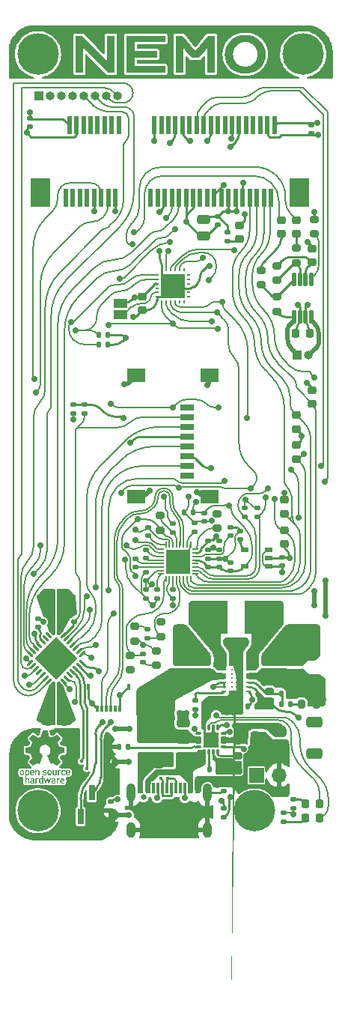
<source format=gtl>
%TF.GenerationSoftware,KiCad,Pcbnew,(6.0.7)*%
%TF.CreationDate,2022-10-08T21:46:05-07:00*%
%TF.ProjectId,phone-rounded,70686f6e-652d-4726-9f75-6e6465642e6b,rev?*%
%TF.SameCoordinates,Original*%
%TF.FileFunction,Copper,L1,Top*%
%TF.FilePolarity,Positive*%
%FSLAX46Y46*%
G04 Gerber Fmt 4.6, Leading zero omitted, Abs format (unit mm)*
G04 Created by KiCad (PCBNEW (6.0.7)) date 2022-10-08 21:46:05*
%MOMM*%
%LPD*%
G01*
G04 APERTURE LIST*
G04 Aperture macros list*
%AMRoundRect*
0 Rectangle with rounded corners*
0 $1 Rounding radius*
0 $2 $3 $4 $5 $6 $7 $8 $9 X,Y pos of 4 corners*
0 Add a 4 corners polygon primitive as box body*
4,1,4,$2,$3,$4,$5,$6,$7,$8,$9,$2,$3,0*
0 Add four circle primitives for the rounded corners*
1,1,$1+$1,$2,$3*
1,1,$1+$1,$4,$5*
1,1,$1+$1,$6,$7*
1,1,$1+$1,$8,$9*
0 Add four rect primitives between the rounded corners*
20,1,$1+$1,$2,$3,$4,$5,0*
20,1,$1+$1,$4,$5,$6,$7,0*
20,1,$1+$1,$6,$7,$8,$9,0*
20,1,$1+$1,$8,$9,$2,$3,0*%
%AMRotRect*
0 Rectangle, with rotation*
0 The origin of the aperture is its center*
0 $1 length*
0 $2 width*
0 $3 Rotation angle, in degrees counterclockwise*
0 Add horizontal line*
21,1,$1,$2,0,0,$3*%
%AMFreePoly0*
4,1,61,-0.586464,2.203536,-0.585000,2.200000,-0.585000,1.430000,-0.335000,1.430000,-0.335000,2.200000,-0.333536,2.203536,-0.330000,2.205000,-0.130000,2.205000,-0.126464,2.203536,-0.125000,2.200000,-0.125000,1.430000,0.125000,1.430000,0.125000,2.200000,0.126464,2.203536,0.130000,2.205000,0.330000,2.205000,0.333536,2.203536,0.335000,2.200000,0.335000,1.430000,0.585000,1.430000,
0.585000,2.200000,0.586464,2.203536,0.590000,2.205000,0.790000,2.205000,0.793536,2.203536,0.795000,2.200000,0.795000,-2.200000,0.793536,-2.203536,0.790000,-2.205000,0.590000,-2.205000,0.586464,-2.203536,0.585000,-2.200000,0.585000,-1.430000,0.335000,-1.430000,0.335000,-2.200000,0.333536,-2.203536,0.330000,-2.205000,0.130000,-2.205000,0.126464,-2.203536,0.125000,-2.200000,
0.125000,-1.430000,-0.125000,-1.430000,-0.125000,-2.200000,-0.126464,-2.203536,-0.130000,-2.205000,-0.330000,-2.205000,-0.333536,-2.203536,-0.335000,-2.200000,-0.335000,-1.430000,-0.585000,-1.430000,-0.585000,-2.200000,-0.586464,-2.203536,-0.590000,-2.205000,-0.790000,-2.205000,-0.793536,-2.203536,-0.795000,-2.200000,-0.795000,2.200000,-0.793536,2.203536,-0.790000,2.205000,-0.590000,2.205000,
-0.586464,2.203536,-0.586464,2.203536,$1*%
G04 Aperture macros list end*
%TA.AperFunction,SMDPad,CuDef*%
%ADD10RoundRect,0.225000X-0.250000X0.225000X-0.250000X-0.225000X0.250000X-0.225000X0.250000X0.225000X0*%
%TD*%
%TA.AperFunction,SMDPad,CuDef*%
%ADD11RoundRect,0.007200X0.292800X0.112800X-0.292800X0.112800X-0.292800X-0.112800X0.292800X-0.112800X0*%
%TD*%
%TA.AperFunction,SMDPad,CuDef*%
%ADD12RoundRect,0.016800X0.103200X0.283200X-0.103200X0.283200X-0.103200X-0.283200X0.103200X-0.283200X0*%
%TD*%
%TA.AperFunction,ComponentPad*%
%ADD13C,0.400000*%
%TD*%
%TA.AperFunction,SMDPad,CuDef*%
%ADD14R,1.680000X1.680000*%
%TD*%
%TA.AperFunction,ConnectorPad*%
%ADD15C,4.700000*%
%TD*%
%TA.AperFunction,ComponentPad*%
%ADD16C,3.100000*%
%TD*%
%TA.AperFunction,SMDPad,CuDef*%
%ADD17RoundRect,0.140000X0.170000X-0.140000X0.170000X0.140000X-0.170000X0.140000X-0.170000X-0.140000X0*%
%TD*%
%TA.AperFunction,SMDPad,CuDef*%
%ADD18RoundRect,0.250000X-0.475000X0.250000X-0.475000X-0.250000X0.475000X-0.250000X0.475000X0.250000X0*%
%TD*%
%TA.AperFunction,SMDPad,CuDef*%
%ADD19C,0.500000*%
%TD*%
%TA.AperFunction,SMDPad,CuDef*%
%ADD20R,0.946899X0.558800*%
%TD*%
%TA.AperFunction,SMDPad,CuDef*%
%ADD21RoundRect,0.250000X-0.250000X-0.475000X0.250000X-0.475000X0.250000X0.475000X-0.250000X0.475000X0*%
%TD*%
%TA.AperFunction,SMDPad,CuDef*%
%ADD22RoundRect,0.140000X0.140000X0.170000X-0.140000X0.170000X-0.140000X-0.170000X0.140000X-0.170000X0*%
%TD*%
%TA.AperFunction,SMDPad,CuDef*%
%ADD23RoundRect,0.200000X0.275000X-0.200000X0.275000X0.200000X-0.275000X0.200000X-0.275000X-0.200000X0*%
%TD*%
%TA.AperFunction,SMDPad,CuDef*%
%ADD24RoundRect,0.135000X-0.135000X-0.185000X0.135000X-0.185000X0.135000X0.185000X-0.135000X0.185000X0*%
%TD*%
%TA.AperFunction,SMDPad,CuDef*%
%ADD25RoundRect,0.225000X0.250000X-0.225000X0.250000X0.225000X-0.250000X0.225000X-0.250000X-0.225000X0*%
%TD*%
%TA.AperFunction,SMDPad,CuDef*%
%ADD26RoundRect,0.140000X-0.170000X0.140000X-0.170000X-0.140000X0.170000X-0.140000X0.170000X0.140000X0*%
%TD*%
%TA.AperFunction,ComponentPad*%
%ADD27O,1.000000X1.000000*%
%TD*%
%TA.AperFunction,ComponentPad*%
%ADD28R,1.000000X1.000000*%
%TD*%
%TA.AperFunction,SMDPad,CuDef*%
%ADD29RoundRect,0.135000X-0.185000X0.135000X-0.185000X-0.135000X0.185000X-0.135000X0.185000X0.135000X0*%
%TD*%
%TA.AperFunction,SMDPad,CuDef*%
%ADD30RoundRect,0.135000X0.135000X0.185000X-0.135000X0.185000X-0.135000X-0.185000X0.135000X-0.185000X0*%
%TD*%
%TA.AperFunction,SMDPad,CuDef*%
%ADD31RoundRect,0.135000X0.185000X-0.135000X0.185000X0.135000X-0.185000X0.135000X-0.185000X-0.135000X0*%
%TD*%
%TA.AperFunction,SMDPad,CuDef*%
%ADD32R,0.400000X0.800000*%
%TD*%
%TA.AperFunction,SMDPad,CuDef*%
%ADD33R,0.300000X0.800000*%
%TD*%
%TA.AperFunction,SMDPad,CuDef*%
%ADD34RoundRect,0.200000X-0.275000X0.200000X-0.275000X-0.200000X0.275000X-0.200000X0.275000X0.200000X0*%
%TD*%
%TA.AperFunction,SMDPad,CuDef*%
%ADD35RoundRect,0.250000X0.475000X-0.250000X0.475000X0.250000X-0.475000X0.250000X-0.475000X-0.250000X0*%
%TD*%
%TA.AperFunction,SMDPad,CuDef*%
%ADD36RoundRect,0.250000X0.325000X0.650000X-0.325000X0.650000X-0.325000X-0.650000X0.325000X-0.650000X0*%
%TD*%
%TA.AperFunction,ComponentPad*%
%ADD37C,0.300000*%
%TD*%
%TA.AperFunction,SMDPad,CuDef*%
%ADD38FreePoly0,180.000000*%
%TD*%
%TA.AperFunction,SMDPad,CuDef*%
%ADD39O,0.600000X0.240000*%
%TD*%
%TA.AperFunction,SMDPad,CuDef*%
%ADD40RoundRect,0.200000X-0.200000X-0.275000X0.200000X-0.275000X0.200000X0.275000X-0.200000X0.275000X0*%
%TD*%
%TA.AperFunction,SMDPad,CuDef*%
%ADD41RoundRect,0.140000X-0.140000X-0.170000X0.140000X-0.170000X0.140000X0.170000X-0.140000X0.170000X0*%
%TD*%
%TA.AperFunction,SMDPad,CuDef*%
%ADD42RoundRect,0.218750X0.218750X0.256250X-0.218750X0.256250X-0.218750X-0.256250X0.218750X-0.256250X0*%
%TD*%
%TA.AperFunction,SMDPad,CuDef*%
%ADD43RoundRect,0.250000X0.650000X-0.350000X0.650000X0.350000X-0.650000X0.350000X-0.650000X-0.350000X0*%
%TD*%
%TA.AperFunction,SMDPad,CuDef*%
%ADD44RoundRect,0.150000X0.625000X-0.150000X0.625000X0.150000X-0.625000X0.150000X-0.625000X-0.150000X0*%
%TD*%
%TA.AperFunction,ComponentPad*%
%ADD45O,1.700000X1.700000*%
%TD*%
%TA.AperFunction,ComponentPad*%
%ADD46R,1.700000X1.700000*%
%TD*%
%TA.AperFunction,SMDPad,CuDef*%
%ADD47R,1.500000X1.000000*%
%TD*%
%TA.AperFunction,SMDPad,CuDef*%
%ADD48RotRect,3.450000X3.450000X315.000000*%
%TD*%
%TA.AperFunction,SMDPad,CuDef*%
%ADD49RoundRect,0.062500X-0.309359X-0.220971X-0.220971X-0.309359X0.309359X0.220971X0.220971X0.309359X0*%
%TD*%
%TA.AperFunction,SMDPad,CuDef*%
%ADD50RoundRect,0.062500X-0.309359X0.220971X0.220971X-0.309359X0.309359X-0.220971X-0.220971X0.309359X0*%
%TD*%
%TA.AperFunction,SMDPad,CuDef*%
%ADD51R,0.675000X0.675000*%
%TD*%
%TA.AperFunction,SMDPad,CuDef*%
%ADD52R,0.400000X0.250000*%
%TD*%
%TA.AperFunction,SMDPad,CuDef*%
%ADD53R,0.250000X0.400000*%
%TD*%
%TA.AperFunction,SMDPad,CuDef*%
%ADD54R,2.692400X2.692400*%
%TD*%
%TA.AperFunction,SMDPad,CuDef*%
%ADD55R,0.706399X0.153200*%
%TD*%
%TA.AperFunction,SMDPad,CuDef*%
%ADD56R,0.153200X0.706399*%
%TD*%
%TA.AperFunction,ComponentPad*%
%ADD57O,1.000000X2.100000*%
%TD*%
%TA.AperFunction,ComponentPad*%
%ADD58O,1.000000X1.800000*%
%TD*%
%TA.AperFunction,SMDPad,CuDef*%
%ADD59R,0.600000X1.160000*%
%TD*%
%TA.AperFunction,SMDPad,CuDef*%
%ADD60R,0.300000X1.160000*%
%TD*%
%TA.AperFunction,WasherPad*%
%ADD61C,0.650000*%
%TD*%
%TA.AperFunction,SMDPad,CuDef*%
%ADD62R,0.650000X1.800000*%
%TD*%
%TA.AperFunction,SMDPad,CuDef*%
%ADD63R,1.100000X3.700000*%
%TD*%
%TA.AperFunction,SMDPad,CuDef*%
%ADD64RoundRect,0.028800X-0.211200X0.706200X-0.211200X-0.706200X0.211200X-0.706200X0.211200X0.706200X0*%
%TD*%
%TA.AperFunction,SMDPad,CuDef*%
%ADD65R,0.600000X2.000000*%
%TD*%
%TA.AperFunction,SMDPad,CuDef*%
%ADD66R,2.300000X3.200000*%
%TD*%
%TA.AperFunction,SMDPad,CuDef*%
%ADD67RoundRect,0.218750X-0.256250X0.218750X-0.256250X-0.218750X0.256250X-0.218750X0.256250X0.218750X0*%
%TD*%
%TA.AperFunction,SMDPad,CuDef*%
%ADD68R,2.050000X1.500000*%
%TD*%
%TA.AperFunction,SMDPad,CuDef*%
%ADD69R,1.500000X0.800000*%
%TD*%
%TA.AperFunction,SMDPad,CuDef*%
%ADD70RoundRect,0.225000X-0.225000X-0.250000X0.225000X-0.250000X0.225000X0.250000X-0.225000X0.250000X0*%
%TD*%
%TA.AperFunction,ViaPad*%
%ADD71C,0.700000*%
%TD*%
%TA.AperFunction,ViaPad*%
%ADD72C,0.800000*%
%TD*%
%TA.AperFunction,ViaPad*%
%ADD73C,0.450000*%
%TD*%
%TA.AperFunction,Conductor*%
%ADD74C,0.250000*%
%TD*%
%TA.AperFunction,Conductor*%
%ADD75C,0.150000*%
%TD*%
%TA.AperFunction,Conductor*%
%ADD76C,0.500000*%
%TD*%
%TA.AperFunction,Conductor*%
%ADD77C,0.261112*%
%TD*%
G04 APERTURE END LIST*
%TO.C,NT1*%
G36*
X143500000Y-123250000D02*
G01*
X143000000Y-123250000D01*
X143000000Y-122250000D01*
X143500000Y-122250000D01*
X143500000Y-123250000D01*
G37*
%TO.C,REF\u002A\u002A*%
G36*
X128518368Y-60913755D02*
G01*
X128589505Y-60913755D01*
X129976712Y-59146245D01*
X130777020Y-59146245D01*
X130777020Y-63354589D01*
X129887784Y-63354589D01*
X129887784Y-60408750D01*
X129869999Y-60408750D01*
X129853605Y-60453989D01*
X129833423Y-60504620D01*
X129805531Y-60568666D01*
X129770136Y-60642179D01*
X129749689Y-60681254D01*
X129727445Y-60721216D01*
X129703430Y-60761573D01*
X129677669Y-60801831D01*
X129650188Y-60841497D01*
X129621014Y-60880078D01*
X128998539Y-61671247D01*
X128109303Y-61671247D01*
X127486836Y-60880078D01*
X127457662Y-60841497D01*
X127430181Y-60801831D01*
X127404420Y-60761573D01*
X127380405Y-60721216D01*
X127358161Y-60681254D01*
X127337714Y-60642179D01*
X127319092Y-60604486D01*
X127302319Y-60568666D01*
X127287422Y-60535213D01*
X127274427Y-60504620D01*
X127254245Y-60453989D01*
X127237851Y-60408750D01*
X127220067Y-60408750D01*
X127220067Y-63354589D01*
X126330822Y-63354589D01*
X126330822Y-59146245D01*
X127131161Y-59146245D01*
X128518368Y-60913755D01*
G37*
G36*
X131899865Y-61017786D02*
G01*
X131913832Y-60904700D01*
X131933189Y-60793910D01*
X131957822Y-60685524D01*
X131987616Y-60579650D01*
X132022458Y-60476396D01*
X132062233Y-60375870D01*
X132106827Y-60278179D01*
X132156128Y-60183432D01*
X132210020Y-60091737D01*
X132268389Y-60003201D01*
X132331123Y-59917932D01*
X132398106Y-59836039D01*
X132469225Y-59757628D01*
X132544365Y-59682808D01*
X132623414Y-59611687D01*
X132706256Y-59544372D01*
X132792778Y-59480973D01*
X132882866Y-59421595D01*
X132976406Y-59366348D01*
X133073284Y-59315338D01*
X133173386Y-59268675D01*
X133276597Y-59226466D01*
X133382805Y-59188818D01*
X133491895Y-59155841D01*
X133603753Y-59127640D01*
X133718264Y-59104325D01*
X133835316Y-59086004D01*
X133954795Y-59072783D01*
X134076585Y-59064772D01*
X134200573Y-59062078D01*
X134324561Y-59064772D01*
X134446351Y-59072783D01*
X134565829Y-59086004D01*
X134682880Y-59104325D01*
X134797392Y-59127640D01*
X134909249Y-59155841D01*
X135018339Y-59188818D01*
X135124546Y-59226466D01*
X135227758Y-59268675D01*
X135327860Y-59315338D01*
X135424737Y-59366348D01*
X135518277Y-59421595D01*
X135608365Y-59480973D01*
X135694888Y-59544372D01*
X135777730Y-59611687D01*
X135856779Y-59682808D01*
X135931919Y-59757628D01*
X136003038Y-59836039D01*
X136070022Y-59917932D01*
X136132755Y-60003201D01*
X136191125Y-60091737D01*
X136245018Y-60183432D01*
X136294318Y-60278179D01*
X136338913Y-60375870D01*
X136378688Y-60476396D01*
X136413530Y-60579650D01*
X136443324Y-60685524D01*
X136467957Y-60793910D01*
X136487314Y-60904700D01*
X136501282Y-61017786D01*
X136509746Y-61133061D01*
X136512593Y-61250417D01*
X136509746Y-61367772D01*
X136501282Y-61483046D01*
X136487314Y-61596132D01*
X136467957Y-61706921D01*
X136443324Y-61815307D01*
X136413530Y-61921180D01*
X136378688Y-62024434D01*
X136338912Y-62124960D01*
X136294317Y-62222650D01*
X136245016Y-62317396D01*
X136191124Y-62409091D01*
X136132753Y-62497627D01*
X136070020Y-62582895D01*
X136003036Y-62664789D01*
X135931917Y-62743199D01*
X135856776Y-62818019D01*
X135777727Y-62889140D01*
X135694884Y-62956454D01*
X135608362Y-63019854D01*
X135518274Y-63079232D01*
X135424734Y-63134479D01*
X135327856Y-63185488D01*
X135227755Y-63232151D01*
X135124543Y-63274360D01*
X135018336Y-63312008D01*
X134909246Y-63344986D01*
X134797389Y-63373186D01*
X134682878Y-63396501D01*
X134565827Y-63414822D01*
X134446350Y-63428043D01*
X134324561Y-63436054D01*
X134200573Y-63438749D01*
X134076585Y-63436054D01*
X133954795Y-63428043D01*
X133835316Y-63414822D01*
X133718264Y-63396501D01*
X133603753Y-63373186D01*
X133491895Y-63344986D01*
X133382805Y-63312008D01*
X133276597Y-63274360D01*
X133173386Y-63232151D01*
X133073284Y-63185488D01*
X132976406Y-63134479D01*
X132882866Y-63079232D01*
X132792778Y-63019854D01*
X132706256Y-62956454D01*
X132623414Y-62889140D01*
X132544365Y-62818019D01*
X132469225Y-62743199D01*
X132398106Y-62664789D01*
X132331123Y-62582895D01*
X132268389Y-62497627D01*
X132210020Y-62409091D01*
X132156128Y-62317396D01*
X132106827Y-62222650D01*
X132062233Y-62124960D01*
X132022458Y-62024434D01*
X131987616Y-61921180D01*
X131957822Y-61815307D01*
X131933189Y-61706921D01*
X131913832Y-61596132D01*
X131899865Y-61483046D01*
X131891401Y-61367772D01*
X131888554Y-61250417D01*
X132822247Y-61250417D01*
X132823930Y-61324750D01*
X132828934Y-61397780D01*
X132837194Y-61469440D01*
X132848646Y-61539658D01*
X132863224Y-61608365D01*
X132880864Y-61675493D01*
X132901499Y-61740972D01*
X132925065Y-61804733D01*
X132951497Y-61866706D01*
X132980729Y-61926822D01*
X133012697Y-61985011D01*
X133047335Y-62041205D01*
X133084578Y-62095333D01*
X133124362Y-62147328D01*
X133166620Y-62197118D01*
X133211288Y-62244635D01*
X133258301Y-62289809D01*
X133307593Y-62332572D01*
X133359100Y-62372853D01*
X133412756Y-62410584D01*
X133468496Y-62445695D01*
X133526255Y-62478117D01*
X133585968Y-62507780D01*
X133647570Y-62534615D01*
X133710996Y-62558552D01*
X133776180Y-62579523D01*
X133843057Y-62597458D01*
X133911563Y-62612288D01*
X133981632Y-62623943D01*
X134053199Y-62632353D01*
X134126198Y-62637451D01*
X134200566Y-62639165D01*
X134274933Y-62637451D01*
X134347932Y-62632353D01*
X134419498Y-62623943D01*
X134489566Y-62612288D01*
X134558071Y-62597458D01*
X134624948Y-62579523D01*
X134690132Y-62558552D01*
X134753557Y-62534615D01*
X134815158Y-62507780D01*
X134874871Y-62478117D01*
X134932630Y-62445695D01*
X134988370Y-62410584D01*
X135042026Y-62372853D01*
X135093532Y-62332572D01*
X135142824Y-62289809D01*
X135189837Y-62244635D01*
X135234505Y-62197118D01*
X135276763Y-62147328D01*
X135316546Y-62095333D01*
X135353789Y-62041205D01*
X135388427Y-61985011D01*
X135420395Y-61926822D01*
X135449627Y-61866706D01*
X135476059Y-61804733D01*
X135499625Y-61740972D01*
X135520260Y-61675493D01*
X135537900Y-61608365D01*
X135552478Y-61539658D01*
X135563930Y-61469440D01*
X135572190Y-61397780D01*
X135577194Y-61324750D01*
X135578877Y-61250417D01*
X135577194Y-61176084D01*
X135572190Y-61103053D01*
X135563930Y-61031394D01*
X135552478Y-60961176D01*
X135537900Y-60892468D01*
X135520260Y-60825340D01*
X135499625Y-60759861D01*
X135476059Y-60696101D01*
X135449627Y-60634128D01*
X135420395Y-60574012D01*
X135388427Y-60515823D01*
X135353789Y-60459629D01*
X135316546Y-60405500D01*
X135276763Y-60353506D01*
X135234505Y-60303716D01*
X135189837Y-60256199D01*
X135142824Y-60211025D01*
X135093532Y-60168262D01*
X135042026Y-60127980D01*
X134988370Y-60090250D01*
X134932630Y-60055139D01*
X134874871Y-60022717D01*
X134815158Y-59993054D01*
X134753557Y-59966219D01*
X134690132Y-59942282D01*
X134624948Y-59921311D01*
X134558071Y-59903376D01*
X134489566Y-59888546D01*
X134419498Y-59876891D01*
X134347932Y-59868481D01*
X134274933Y-59863383D01*
X134200566Y-59861669D01*
X134126198Y-59863383D01*
X134053199Y-59868481D01*
X133981632Y-59876891D01*
X133911563Y-59888546D01*
X133843057Y-59903376D01*
X133776180Y-59921311D01*
X133710996Y-59942282D01*
X133647570Y-59966219D01*
X133585968Y-59993054D01*
X133526255Y-60022717D01*
X133468496Y-60055139D01*
X133412756Y-60090250D01*
X133359100Y-60127980D01*
X133307593Y-60168262D01*
X133258301Y-60211025D01*
X133211288Y-60256199D01*
X133166620Y-60303716D01*
X133124362Y-60353506D01*
X133084578Y-60405500D01*
X133047335Y-60459629D01*
X133012697Y-60515823D01*
X132980729Y-60574012D01*
X132951497Y-60634128D01*
X132925065Y-60696101D01*
X132901499Y-60759861D01*
X132880864Y-60825340D01*
X132863224Y-60892468D01*
X132848646Y-60961176D01*
X132837194Y-61031394D01*
X132828934Y-61103053D01*
X132823930Y-61176084D01*
X132822247Y-61250417D01*
X131888554Y-61250417D01*
X131891401Y-61133061D01*
X131899865Y-61017786D01*
G37*
G36*
X118550000Y-62050000D02*
G01*
X118550000Y-59146245D01*
X119439236Y-59146245D01*
X119439236Y-63354589D01*
X118638928Y-63354589D01*
X115882298Y-60450833D01*
X115882298Y-63354589D01*
X114993054Y-63354589D01*
X114993054Y-59146245D01*
X115793370Y-59146245D01*
X118550000Y-62050000D01*
G37*
G36*
X125130360Y-59903752D02*
G01*
X121662335Y-59903752D01*
X121662335Y-60871663D01*
X124241124Y-60871663D01*
X124241124Y-61629163D01*
X121662335Y-61629163D01*
X121662335Y-62597089D01*
X125130360Y-62597089D01*
X125130360Y-63354589D01*
X120773098Y-63354589D01*
X120773098Y-59146245D01*
X125130360Y-59146245D01*
X125130360Y-59903752D01*
G37*
G36*
X111641978Y-143507924D02*
G01*
X111644326Y-143507924D01*
X111778997Y-143092129D01*
X111865682Y-143092129D01*
X112000356Y-143507924D01*
X112002770Y-143507924D01*
X112116309Y-143092129D01*
X112242845Y-143092129D01*
X112053140Y-143685956D01*
X111947671Y-143685956D01*
X111823514Y-143270129D01*
X111821166Y-143270129D01*
X111697011Y-143685956D01*
X111591607Y-143685956D01*
X111401868Y-143092129D01*
X111528338Y-143092129D01*
X111641978Y-143507924D01*
G37*
G36*
X110724977Y-142147280D02*
G01*
X110733740Y-142147906D01*
X110751341Y-142150403D01*
X110768897Y-142154551D01*
X110786235Y-142160338D01*
X110794768Y-142163842D01*
X110803181Y-142167752D01*
X110811454Y-142172065D01*
X110819563Y-142176780D01*
X110827488Y-142181896D01*
X110835207Y-142187411D01*
X110842698Y-142193323D01*
X110849939Y-142199633D01*
X110856910Y-142206336D01*
X110863588Y-142213433D01*
X110869951Y-142220922D01*
X110875978Y-142228801D01*
X110881648Y-142237069D01*
X110886938Y-142245724D01*
X110891827Y-142254765D01*
X110896293Y-142264190D01*
X110900315Y-142273998D01*
X110903871Y-142284187D01*
X110906940Y-142294756D01*
X110909499Y-142305704D01*
X110911527Y-142317028D01*
X110913002Y-142328728D01*
X110913903Y-142340801D01*
X110914208Y-142353247D01*
X110914208Y-142747941D01*
X110794747Y-142747941D01*
X110794747Y-142394293D01*
X110794601Y-142386812D01*
X110794165Y-142379533D01*
X110793447Y-142372458D01*
X110792453Y-142365590D01*
X110791188Y-142358930D01*
X110789659Y-142352481D01*
X110787872Y-142346246D01*
X110785834Y-142340226D01*
X110783550Y-142334425D01*
X110781027Y-142328844D01*
X110778271Y-142323486D01*
X110775288Y-142318353D01*
X110772085Y-142313448D01*
X110768668Y-142308773D01*
X110765042Y-142304330D01*
X110761215Y-142300121D01*
X110757192Y-142296149D01*
X110752980Y-142292417D01*
X110748584Y-142288926D01*
X110744012Y-142285679D01*
X110739268Y-142282678D01*
X110734361Y-142279926D01*
X110729294Y-142277425D01*
X110724076Y-142275178D01*
X110718712Y-142273186D01*
X110713209Y-142271451D01*
X110707571Y-142269978D01*
X110701807Y-142268767D01*
X110695922Y-142267821D01*
X110689922Y-142267142D01*
X110683813Y-142266733D01*
X110677602Y-142266596D01*
X110671286Y-142266733D01*
X110665079Y-142267142D01*
X110658987Y-142267821D01*
X110653015Y-142268767D01*
X110647171Y-142269978D01*
X110641460Y-142271451D01*
X110635887Y-142273186D01*
X110630460Y-142275178D01*
X110625183Y-142277425D01*
X110620063Y-142279926D01*
X110615107Y-142282678D01*
X110610319Y-142285679D01*
X110605706Y-142288926D01*
X110601275Y-142292417D01*
X110597030Y-142296149D01*
X110592978Y-142300121D01*
X110589126Y-142304330D01*
X110585478Y-142308773D01*
X110582041Y-142313448D01*
X110578822Y-142318353D01*
X110575825Y-142323486D01*
X110573058Y-142328844D01*
X110570525Y-142334425D01*
X110568234Y-142340226D01*
X110566190Y-142346246D01*
X110564399Y-142352481D01*
X110562866Y-142358930D01*
X110561599Y-142365590D01*
X110560603Y-142372458D01*
X110559885Y-142379533D01*
X110559449Y-142386812D01*
X110559302Y-142394293D01*
X110559302Y-142747941D01*
X110439843Y-142747941D01*
X110439843Y-142154116D01*
X110559302Y-142154116D01*
X110559302Y-142217351D01*
X110561685Y-142217351D01*
X110568896Y-142208844D01*
X110576482Y-142200885D01*
X110584434Y-142193475D01*
X110592740Y-142186612D01*
X110601391Y-142180299D01*
X110610375Y-142174533D01*
X110619682Y-142169317D01*
X110629302Y-142164649D01*
X110639225Y-142160530D01*
X110649439Y-142156960D01*
X110659935Y-142153938D01*
X110670701Y-142151466D01*
X110681728Y-142149543D01*
X110693005Y-142148170D01*
X110704522Y-142147345D01*
X110716268Y-142147071D01*
X110724977Y-142147280D01*
G37*
G36*
X109854109Y-142373420D02*
G01*
X109857266Y-142355746D01*
X109861052Y-142338910D01*
X109865440Y-142322897D01*
X109870403Y-142307694D01*
X109875916Y-142293285D01*
X109881951Y-142279655D01*
X109888481Y-142266790D01*
X109895481Y-142254674D01*
X109902924Y-142243294D01*
X109910783Y-142232634D01*
X109919031Y-142222679D01*
X109927643Y-142213415D01*
X109936590Y-142204827D01*
X109945848Y-142196900D01*
X109955389Y-142189620D01*
X109965187Y-142182971D01*
X109975214Y-142176939D01*
X109985445Y-142171509D01*
X109995854Y-142166666D01*
X110006412Y-142162396D01*
X110017095Y-142158683D01*
X110027874Y-142155514D01*
X110038725Y-142152872D01*
X110049619Y-142150744D01*
X110071434Y-142147969D01*
X110093106Y-142147071D01*
X110105349Y-142147354D01*
X110117471Y-142148200D01*
X110129455Y-142149600D01*
X110141283Y-142151547D01*
X110152938Y-142154034D01*
X110164402Y-142157053D01*
X110175658Y-142160596D01*
X110186688Y-142164657D01*
X110197474Y-142169227D01*
X110207999Y-142174299D01*
X110218245Y-142179866D01*
X110228195Y-142185920D01*
X110237831Y-142192454D01*
X110247136Y-142199460D01*
X110256091Y-142206930D01*
X110264680Y-142214858D01*
X110272884Y-142223236D01*
X110280687Y-142232055D01*
X110288070Y-142241309D01*
X110295016Y-142250991D01*
X110301507Y-142261092D01*
X110307526Y-142271606D01*
X110313056Y-142282524D01*
X110318078Y-142293839D01*
X110322575Y-142305545D01*
X110326530Y-142317632D01*
X110329924Y-142330094D01*
X110332741Y-142342924D01*
X110334962Y-142356113D01*
X110336570Y-142369655D01*
X110337548Y-142383541D01*
X110337878Y-142397765D01*
X110337878Y-142496155D01*
X109967763Y-142496159D01*
X109967937Y-142505134D01*
X109968454Y-142513828D01*
X109969307Y-142522239D01*
X109970490Y-142530369D01*
X109971995Y-142538216D01*
X109973816Y-142545781D01*
X109975946Y-142553063D01*
X109978377Y-142560062D01*
X109981104Y-142566778D01*
X109984120Y-142573211D01*
X109987416Y-142579360D01*
X109990987Y-142585226D01*
X109994826Y-142590807D01*
X109998926Y-142596104D01*
X110003280Y-142601117D01*
X110007881Y-142605845D01*
X110012722Y-142610289D01*
X110017797Y-142614447D01*
X110023098Y-142618320D01*
X110028619Y-142621907D01*
X110034353Y-142625209D01*
X110040292Y-142628224D01*
X110046431Y-142630954D01*
X110052763Y-142633397D01*
X110059279Y-142635553D01*
X110065975Y-142637423D01*
X110072842Y-142639006D01*
X110079874Y-142640301D01*
X110087064Y-142641309D01*
X110094405Y-142642029D01*
X110101890Y-142642461D01*
X110109513Y-142642605D01*
X110118114Y-142642360D01*
X110126771Y-142641628D01*
X110135459Y-142640419D01*
X110144151Y-142638741D01*
X110152823Y-142636604D01*
X110161449Y-142634014D01*
X110170002Y-142630982D01*
X110178458Y-142627516D01*
X110186789Y-142623625D01*
X110194972Y-142619316D01*
X110202979Y-142614599D01*
X110210786Y-142609482D01*
X110218366Y-142603974D01*
X110225694Y-142598084D01*
X110232743Y-142591820D01*
X110239490Y-142585190D01*
X110326173Y-142658942D01*
X110314988Y-142671215D01*
X110303414Y-142682573D01*
X110291469Y-142693031D01*
X110279175Y-142702608D01*
X110266552Y-142711320D01*
X110253620Y-142719184D01*
X110240400Y-142726218D01*
X110226912Y-142732439D01*
X110213177Y-142737863D01*
X110199215Y-142742509D01*
X110185047Y-142746393D01*
X110170693Y-142749532D01*
X110156174Y-142751944D01*
X110141509Y-142753646D01*
X110126720Y-142754654D01*
X110111827Y-142754986D01*
X110088794Y-142754269D01*
X110065531Y-142751992D01*
X110042275Y-142747972D01*
X110019263Y-142742023D01*
X109996731Y-142733960D01*
X109985719Y-142729078D01*
X109974916Y-142723598D01*
X109964352Y-142717496D01*
X109954055Y-142710751D01*
X109944057Y-142703338D01*
X109934385Y-142695235D01*
X109925071Y-142686418D01*
X109916142Y-142676865D01*
X109907630Y-142666551D01*
X109899564Y-142655455D01*
X109891973Y-142643552D01*
X109884887Y-142630820D01*
X109878335Y-142617236D01*
X109872347Y-142602776D01*
X109866952Y-142587417D01*
X109862181Y-142571136D01*
X109858063Y-142553911D01*
X109854627Y-142535717D01*
X109851904Y-142516532D01*
X109849921Y-142496332D01*
X109848710Y-142475095D01*
X109848300Y-142452798D01*
X109848676Y-142431622D01*
X109849788Y-142411343D01*
X109851059Y-142397797D01*
X109967761Y-142397797D01*
X110218419Y-142397797D01*
X110217951Y-142389460D01*
X110217206Y-142381371D01*
X110216191Y-142373532D01*
X110214911Y-142365944D01*
X110213370Y-142358607D01*
X110211575Y-142351524D01*
X110209531Y-142344694D01*
X110207243Y-142338120D01*
X110204717Y-142331801D01*
X110201957Y-142325740D01*
X110198970Y-142319937D01*
X110195760Y-142314393D01*
X110192333Y-142309109D01*
X110188694Y-142304086D01*
X110184849Y-142299326D01*
X110180803Y-142294829D01*
X110176562Y-142290597D01*
X110172130Y-142286630D01*
X110167513Y-142282929D01*
X110162717Y-142279496D01*
X110157746Y-142276332D01*
X110152607Y-142273437D01*
X110147304Y-142270813D01*
X110141843Y-142268461D01*
X110136229Y-142266382D01*
X110130468Y-142264576D01*
X110124565Y-142263046D01*
X110118525Y-142261791D01*
X110112354Y-142260813D01*
X110106057Y-142260114D01*
X110099639Y-142259693D01*
X110093106Y-142259553D01*
X110086570Y-142259693D01*
X110080143Y-142260114D01*
X110073830Y-142260813D01*
X110067639Y-142261791D01*
X110061575Y-142263046D01*
X110055643Y-142264576D01*
X110049851Y-142266382D01*
X110044203Y-142268461D01*
X110038706Y-142270813D01*
X110033367Y-142273437D01*
X110028190Y-142276332D01*
X110023183Y-142279496D01*
X110018350Y-142282929D01*
X110013698Y-142286630D01*
X110009234Y-142290597D01*
X110004962Y-142294829D01*
X110000889Y-142299326D01*
X109997022Y-142304086D01*
X109993365Y-142309109D01*
X109989925Y-142314393D01*
X109986709Y-142319937D01*
X109983721Y-142325740D01*
X109980969Y-142331801D01*
X109978457Y-142338120D01*
X109976192Y-142344694D01*
X109974181Y-142351524D01*
X109972428Y-142358607D01*
X109970941Y-142365944D01*
X109969724Y-142373532D01*
X109968785Y-142381371D01*
X109968128Y-142389460D01*
X109967761Y-142397797D01*
X109851059Y-142397797D01*
X109851608Y-142391947D01*
X109854109Y-142373420D01*
G37*
G36*
X113673445Y-142147197D02*
G01*
X113681733Y-142147572D01*
X113689911Y-142148191D01*
X113697979Y-142149049D01*
X113713784Y-142151463D01*
X113729146Y-142154774D01*
X113744063Y-142158943D01*
X113758533Y-142163931D01*
X113772554Y-142169697D01*
X113786123Y-142176204D01*
X113799240Y-142183411D01*
X113811901Y-142191279D01*
X113824106Y-142199769D01*
X113835851Y-142208840D01*
X113847136Y-142218455D01*
X113857957Y-142228573D01*
X113868314Y-142239156D01*
X113878203Y-142250163D01*
X113790361Y-142328642D01*
X113784728Y-142321961D01*
X113778801Y-142315548D01*
X113772588Y-142309428D01*
X113766097Y-142303622D01*
X113759337Y-142298153D01*
X113752318Y-142293042D01*
X113745048Y-142288312D01*
X113737536Y-142283986D01*
X113729790Y-142280085D01*
X113721820Y-142276632D01*
X113713634Y-142273649D01*
X113705241Y-142271158D01*
X113696650Y-142269183D01*
X113687869Y-142267744D01*
X113678908Y-142266864D01*
X113669776Y-142266566D01*
X113652016Y-142267216D01*
X113635214Y-142269184D01*
X113627181Y-142270673D01*
X113619398Y-142272501D01*
X113611867Y-142274675D01*
X113604592Y-142277196D01*
X113597576Y-142280068D01*
X113590822Y-142283296D01*
X113584334Y-142286883D01*
X113578115Y-142290833D01*
X113572167Y-142295149D01*
X113566495Y-142299834D01*
X113561101Y-142304893D01*
X113555989Y-142310329D01*
X113551162Y-142316146D01*
X113546622Y-142322348D01*
X113542374Y-142328937D01*
X113538421Y-142335918D01*
X113534765Y-142343295D01*
X113531411Y-142351071D01*
X113528360Y-142359249D01*
X113525617Y-142367834D01*
X113523185Y-142376828D01*
X113521066Y-142386236D01*
X113519264Y-142396062D01*
X113517783Y-142406308D01*
X113515795Y-142428078D01*
X113515126Y-142451575D01*
X113515294Y-142463442D01*
X113515795Y-142474880D01*
X113516626Y-142485893D01*
X113517785Y-142496484D01*
X113519266Y-142506656D01*
X113521069Y-142516413D01*
X113523188Y-142525758D01*
X113525622Y-142534695D01*
X113528366Y-142543227D01*
X113531417Y-142551357D01*
X113534773Y-142559090D01*
X113538429Y-142566427D01*
X113542384Y-142573373D01*
X113546633Y-142579932D01*
X113551173Y-142586106D01*
X113556001Y-142591899D01*
X113561114Y-142597314D01*
X113566508Y-142602355D01*
X113572181Y-142607026D01*
X113578129Y-142611329D01*
X113584348Y-142615268D01*
X113590837Y-142618847D01*
X113597590Y-142622068D01*
X113604606Y-142624936D01*
X113611880Y-142627454D01*
X113619410Y-142629625D01*
X113627192Y-142631453D01*
X113635224Y-142632940D01*
X113643501Y-142634091D01*
X113652021Y-142634909D01*
X113660780Y-142635398D01*
X113669776Y-142635560D01*
X113674363Y-142635485D01*
X113678908Y-142635261D01*
X113683410Y-142634893D01*
X113687868Y-142634382D01*
X113696647Y-142632943D01*
X113705236Y-142630967D01*
X113713627Y-142628476D01*
X113721810Y-142625493D01*
X113729779Y-142622039D01*
X113737523Y-142618138D01*
X113745034Y-142613811D01*
X113752303Y-142609082D01*
X113759322Y-142603971D01*
X113766082Y-142598501D01*
X113772575Y-142592695D01*
X113778791Y-142586575D01*
X113784723Y-142580163D01*
X113790361Y-142573481D01*
X113878203Y-142651963D01*
X113868319Y-142662952D01*
X113857968Y-142673520D01*
X113847150Y-142683626D01*
X113835869Y-142693231D01*
X113824126Y-142702295D01*
X113811924Y-142710779D01*
X113799264Y-142718643D01*
X113786147Y-142725848D01*
X113772577Y-142732353D01*
X113758556Y-142738119D01*
X113744084Y-142743108D01*
X113729165Y-142747278D01*
X113713799Y-142750590D01*
X113697990Y-142753005D01*
X113681739Y-142754483D01*
X113665048Y-142754984D01*
X113639442Y-142753959D01*
X113614132Y-142750839D01*
X113589306Y-142745562D01*
X113565151Y-142738063D01*
X113553383Y-142733461D01*
X113541853Y-142728279D01*
X113530584Y-142722510D01*
X113519599Y-142716145D01*
X113508923Y-142709178D01*
X113498577Y-142701599D01*
X113488587Y-142693401D01*
X113478974Y-142684576D01*
X113469763Y-142675116D01*
X113460977Y-142665013D01*
X113452639Y-142654258D01*
X113444772Y-142642845D01*
X113437400Y-142630764D01*
X113430547Y-142618009D01*
X113424236Y-142604570D01*
X113418489Y-142590441D01*
X113413331Y-142575612D01*
X113408785Y-142560077D01*
X113404874Y-142543827D01*
X113401622Y-142526854D01*
X113399052Y-142509150D01*
X113397187Y-142490707D01*
X113396051Y-142471517D01*
X113395667Y-142451573D01*
X113396051Y-142431535D01*
X113397187Y-142412258D01*
X113399052Y-142393732D01*
X113401622Y-142375951D01*
X113404874Y-142358905D01*
X113408785Y-142342587D01*
X113413331Y-142326989D01*
X113418489Y-142312102D01*
X113424236Y-142297918D01*
X113430547Y-142284430D01*
X113437400Y-142271628D01*
X113444772Y-142259505D01*
X113452639Y-142248053D01*
X113460977Y-142237264D01*
X113469763Y-142227128D01*
X113478974Y-142217640D01*
X113488587Y-142208789D01*
X113498577Y-142200568D01*
X113508923Y-142192969D01*
X113519599Y-142185984D01*
X113530584Y-142179605D01*
X113541853Y-142173823D01*
X113553383Y-142168630D01*
X113565151Y-142164018D01*
X113577133Y-142159980D01*
X113589306Y-142156506D01*
X113601647Y-142153589D01*
X113614132Y-142151221D01*
X113626738Y-142149393D01*
X113639442Y-142148097D01*
X113665048Y-142147071D01*
X113673445Y-142147197D01*
G37*
G36*
X112523370Y-142507832D02*
G01*
X112523516Y-142515307D01*
X112523952Y-142522581D01*
X112524671Y-142529651D01*
X112525667Y-142536516D01*
X112526934Y-142543173D01*
X112528466Y-142549619D01*
X112530257Y-142555852D01*
X112532301Y-142561870D01*
X112534592Y-142567670D01*
X112537125Y-142573251D01*
X112539892Y-142578608D01*
X112542888Y-142583741D01*
X112546107Y-142588647D01*
X112549544Y-142593324D01*
X112553191Y-142597768D01*
X112557043Y-142601978D01*
X112561094Y-142605951D01*
X112565337Y-142609685D01*
X112569768Y-142613178D01*
X112574380Y-142616427D01*
X112579166Y-142619430D01*
X112584122Y-142622184D01*
X112589240Y-142624687D01*
X112594515Y-142626937D01*
X112599941Y-142628931D01*
X112605511Y-142630666D01*
X112611221Y-142632142D01*
X112617063Y-142633354D01*
X112623032Y-142634301D01*
X112629121Y-142634981D01*
X112635326Y-142635390D01*
X112641639Y-142635527D01*
X112647853Y-142635390D01*
X112653964Y-142634981D01*
X112659967Y-142634301D01*
X112665855Y-142633354D01*
X112671621Y-142632142D01*
X112677260Y-142630666D01*
X112682766Y-142628931D01*
X112688132Y-142626937D01*
X112693352Y-142624687D01*
X112698419Y-142622184D01*
X112703329Y-142619430D01*
X112708073Y-142616427D01*
X112712647Y-142613178D01*
X112717043Y-142609685D01*
X112721257Y-142605951D01*
X112725280Y-142601978D01*
X112729108Y-142597768D01*
X112732734Y-142593324D01*
X112736152Y-142588647D01*
X112739356Y-142583741D01*
X112742339Y-142578608D01*
X112745095Y-142573251D01*
X112747618Y-142567670D01*
X112749902Y-142561870D01*
X112751941Y-142555852D01*
X112753728Y-142549619D01*
X112755257Y-142543173D01*
X112756522Y-142536516D01*
X112757517Y-142529651D01*
X112758235Y-142522581D01*
X112758670Y-142515307D01*
X112758817Y-142507832D01*
X112758817Y-142154116D01*
X112878228Y-142154116D01*
X112878228Y-142748007D01*
X112758800Y-142748007D01*
X112758800Y-142684706D01*
X112756499Y-142684706D01*
X112749282Y-142693213D01*
X112741692Y-142701172D01*
X112733740Y-142708582D01*
X112725439Y-142715444D01*
X112716801Y-142721758D01*
X112707838Y-142727523D01*
X112698564Y-142732740D01*
X112688989Y-142737408D01*
X112679127Y-142741527D01*
X112668990Y-142745097D01*
X112658590Y-142748119D01*
X112647939Y-142750591D01*
X112637049Y-142752514D01*
X112625934Y-142753887D01*
X112614605Y-142754712D01*
X112603074Y-142754986D01*
X112594259Y-142754777D01*
X112585397Y-142754151D01*
X112567617Y-142751654D01*
X112549905Y-142747506D01*
X112541128Y-142744817D01*
X112532432Y-142741720D01*
X112523840Y-142738216D01*
X112515371Y-142734308D01*
X112507049Y-142729995D01*
X112498893Y-142725281D01*
X112490927Y-142720166D01*
X112483170Y-142714652D01*
X112475645Y-142708741D01*
X112468373Y-142702433D01*
X112461376Y-142695731D01*
X112454674Y-142688636D01*
X112448290Y-142681150D01*
X112442245Y-142673273D01*
X112436560Y-142665008D01*
X112431257Y-142656356D01*
X112426357Y-142647318D01*
X112421882Y-142637896D01*
X112417852Y-142628092D01*
X112414291Y-142617906D01*
X112411219Y-142607341D01*
X112408657Y-142596398D01*
X112406627Y-142585079D01*
X112405150Y-142573384D01*
X112404248Y-142561316D01*
X112403943Y-142548876D01*
X112403943Y-142154116D01*
X112523370Y-142154116D01*
X112523370Y-142507832D01*
G37*
G36*
X113294645Y-142147277D02*
G01*
X113303371Y-142147882D01*
X113311917Y-142148879D01*
X113320289Y-142150256D01*
X113328494Y-142152004D01*
X113336542Y-142154112D01*
X113344437Y-142156570D01*
X113352189Y-142159368D01*
X113359803Y-142162495D01*
X113367288Y-142165941D01*
X113374651Y-142169696D01*
X113381899Y-142173750D01*
X113389040Y-142178092D01*
X113396080Y-142182712D01*
X113403027Y-142187600D01*
X113409888Y-142192746D01*
X113323203Y-142295832D01*
X113318024Y-142292032D01*
X113313011Y-142288526D01*
X113308135Y-142285307D01*
X113303370Y-142282370D01*
X113298687Y-142279708D01*
X113294058Y-142277312D01*
X113289458Y-142275178D01*
X113284856Y-142273296D01*
X113280227Y-142271662D01*
X113275543Y-142270268D01*
X113270775Y-142269107D01*
X113265896Y-142268173D01*
X113260879Y-142267458D01*
X113255696Y-142266956D01*
X113250319Y-142266659D01*
X113244721Y-142266562D01*
X113233762Y-142267004D01*
X113222914Y-142268342D01*
X113212259Y-142270592D01*
X113201881Y-142273772D01*
X113196821Y-142275716D01*
X113191860Y-142277899D01*
X113187010Y-142280323D01*
X113182280Y-142282990D01*
X113177681Y-142285903D01*
X113173223Y-142289063D01*
X113168915Y-142292473D01*
X113164769Y-142296134D01*
X113160795Y-142300050D01*
X113157003Y-142304222D01*
X113153403Y-142308651D01*
X113150006Y-142313342D01*
X113146821Y-142318295D01*
X113143859Y-142323512D01*
X113141131Y-142328997D01*
X113138646Y-142334750D01*
X113136415Y-142340775D01*
X113134449Y-142347072D01*
X113132756Y-142353646D01*
X113131349Y-142360497D01*
X113130236Y-142367627D01*
X113129428Y-142375040D01*
X113128936Y-142382736D01*
X113128770Y-142390719D01*
X113128770Y-142747941D01*
X113009278Y-142747941D01*
X113009278Y-142154118D01*
X113128770Y-142154118D01*
X113128770Y-142217352D01*
X113131082Y-142217352D01*
X113138299Y-142208846D01*
X113145892Y-142200887D01*
X113153849Y-142193477D01*
X113162162Y-142186614D01*
X113170818Y-142180301D01*
X113179808Y-142174535D01*
X113189120Y-142169319D01*
X113198746Y-142164651D01*
X113208673Y-142160532D01*
X113218891Y-142156961D01*
X113229390Y-142153940D01*
X113240160Y-142151468D01*
X113251189Y-142149545D01*
X113262468Y-142148171D01*
X113273986Y-142147347D01*
X113285731Y-142147072D01*
X113294645Y-142147277D01*
G37*
G36*
X111516381Y-142147505D02*
G01*
X111534780Y-142148593D01*
X111552447Y-142150383D01*
X111569413Y-142152852D01*
X111585712Y-142155980D01*
X111601377Y-142159748D01*
X111616440Y-142164133D01*
X111630935Y-142169115D01*
X111644893Y-142174674D01*
X111658348Y-142180790D01*
X111671332Y-142187440D01*
X111683880Y-142194606D01*
X111696022Y-142202266D01*
X111707792Y-142210399D01*
X111719223Y-142218985D01*
X111730348Y-142228003D01*
X111656596Y-142314622D01*
X111647797Y-142308608D01*
X111638948Y-142302856D01*
X111630025Y-142297385D01*
X111621006Y-142292210D01*
X111611870Y-142287349D01*
X111602594Y-142282820D01*
X111593156Y-142278641D01*
X111583534Y-142274827D01*
X111573705Y-142271397D01*
X111563647Y-142268368D01*
X111553338Y-142265758D01*
X111542756Y-142263583D01*
X111531879Y-142261862D01*
X111520683Y-142260611D01*
X111509148Y-142259847D01*
X111497251Y-142259589D01*
X111490263Y-142259678D01*
X111483565Y-142259941D01*
X111477154Y-142260376D01*
X111471024Y-142260979D01*
X111465171Y-142261746D01*
X111459590Y-142262673D01*
X111454277Y-142263756D01*
X111449228Y-142264993D01*
X111444438Y-142266379D01*
X111439902Y-142267911D01*
X111435617Y-142269584D01*
X111431576Y-142271396D01*
X111427777Y-142273343D01*
X111424214Y-142275420D01*
X111420883Y-142277625D01*
X111417780Y-142279953D01*
X111414900Y-142282401D01*
X111412238Y-142284966D01*
X111409789Y-142287643D01*
X111407551Y-142290429D01*
X111405517Y-142293321D01*
X111403684Y-142296314D01*
X111402047Y-142299405D01*
X111400601Y-142302590D01*
X111399342Y-142305866D01*
X111398266Y-142309229D01*
X111397367Y-142312675D01*
X111396642Y-142316200D01*
X111396086Y-142319802D01*
X111395695Y-142323475D01*
X111395463Y-142327218D01*
X111395387Y-142331025D01*
X111395612Y-142335850D01*
X111396308Y-142340645D01*
X111397508Y-142345378D01*
X111399245Y-142350019D01*
X111401551Y-142354536D01*
X111404459Y-142358899D01*
X111408002Y-142363078D01*
X111410022Y-142365088D01*
X111412212Y-142367040D01*
X111414578Y-142368931D01*
X111417123Y-142370757D01*
X111419850Y-142372513D01*
X111422765Y-142374196D01*
X111425872Y-142375802D01*
X111429173Y-142377327D01*
X111436379Y-142380119D01*
X111444416Y-142382541D01*
X111453316Y-142384563D01*
X111463112Y-142386153D01*
X111473836Y-142387282D01*
X111572227Y-142394259D01*
X111583545Y-142395222D01*
X111594435Y-142396569D01*
X111604901Y-142398289D01*
X111614948Y-142400375D01*
X111624580Y-142402818D01*
X111633802Y-142405609D01*
X111642618Y-142408741D01*
X111651033Y-142412203D01*
X111659051Y-142415988D01*
X111666677Y-142420087D01*
X111673915Y-142424491D01*
X111680771Y-142429193D01*
X111687247Y-142434182D01*
X111693350Y-142439451D01*
X111699084Y-142444991D01*
X111704452Y-142450793D01*
X111709460Y-142456849D01*
X111714112Y-142463150D01*
X111718412Y-142469688D01*
X111722366Y-142476453D01*
X111725977Y-142483438D01*
X111729251Y-142490634D01*
X111732191Y-142498032D01*
X111734803Y-142505623D01*
X111737090Y-142513400D01*
X111739058Y-142521352D01*
X111742053Y-142537752D01*
X111743823Y-142554754D01*
X111744405Y-142572289D01*
X111744092Y-142583018D01*
X111743161Y-142593455D01*
X111741627Y-142603598D01*
X111739505Y-142613442D01*
X111736808Y-142622985D01*
X111733550Y-142632223D01*
X111729746Y-142641153D01*
X111725409Y-142649773D01*
X111720554Y-142658078D01*
X111715196Y-142666066D01*
X111709347Y-142673734D01*
X111703023Y-142681077D01*
X111696237Y-142688094D01*
X111689004Y-142694780D01*
X111681338Y-142701133D01*
X111673252Y-142707149D01*
X111664762Y-142712826D01*
X111655881Y-142718159D01*
X111637003Y-142727785D01*
X111616732Y-142735999D01*
X111595181Y-142742778D01*
X111572463Y-142748095D01*
X111548692Y-142751924D01*
X111523980Y-142754241D01*
X111498441Y-142755019D01*
X111480516Y-142754607D01*
X111462764Y-142753369D01*
X111445194Y-142751303D01*
X111427814Y-142748409D01*
X111410633Y-142744684D01*
X111393659Y-142740127D01*
X111376901Y-142734736D01*
X111360369Y-142728510D01*
X111344069Y-142721446D01*
X111328011Y-142713544D01*
X111312204Y-142704801D01*
X111296656Y-142695216D01*
X111281376Y-142684788D01*
X111266373Y-142673514D01*
X111251654Y-142661393D01*
X111237229Y-142648423D01*
X111320375Y-142566470D01*
X111330096Y-142575631D01*
X111339954Y-142584211D01*
X111349978Y-142592210D01*
X111360194Y-142599625D01*
X111370629Y-142606455D01*
X111381312Y-142612699D01*
X111392269Y-142618355D01*
X111403529Y-142623422D01*
X111415117Y-142627898D01*
X111427063Y-142631782D01*
X111439393Y-142635073D01*
X111452134Y-142637768D01*
X111465315Y-142639867D01*
X111478962Y-142641368D01*
X111493103Y-142642270D01*
X111507766Y-142642571D01*
X111514076Y-142642496D01*
X111520271Y-142642270D01*
X111526345Y-142641894D01*
X111532293Y-142641367D01*
X111538110Y-142640691D01*
X111543789Y-142639865D01*
X111549326Y-142638889D01*
X111554714Y-142637764D01*
X111559948Y-142636489D01*
X111565022Y-142635066D01*
X111569931Y-142633494D01*
X111574669Y-142631774D01*
X111579230Y-142629905D01*
X111583609Y-142627888D01*
X111587801Y-142625722D01*
X111591799Y-142623410D01*
X111595599Y-142620949D01*
X111599194Y-142618341D01*
X111602578Y-142615586D01*
X111605747Y-142612684D01*
X111608695Y-142609636D01*
X111611416Y-142606440D01*
X111613904Y-142603099D01*
X111616154Y-142599611D01*
X111618160Y-142595977D01*
X111619917Y-142592198D01*
X111621419Y-142588272D01*
X111622661Y-142584202D01*
X111623636Y-142579986D01*
X111624340Y-142575625D01*
X111624766Y-142571120D01*
X111624909Y-142566470D01*
X111624818Y-142562602D01*
X111624545Y-142558901D01*
X111624095Y-142555365D01*
X111623472Y-142551989D01*
X111622681Y-142548770D01*
X111621724Y-142545704D01*
X111620607Y-142542787D01*
X111619333Y-142540017D01*
X111617907Y-142537389D01*
X111616332Y-142534900D01*
X111614612Y-142532545D01*
X111612752Y-142530323D01*
X111610756Y-142528228D01*
X111608627Y-142526257D01*
X111606370Y-142524407D01*
X111603988Y-142522674D01*
X111601486Y-142521054D01*
X111598868Y-142519544D01*
X111593300Y-142516839D01*
X111587315Y-142514529D01*
X111580947Y-142512586D01*
X111574227Y-142510980D01*
X111567188Y-142509683D01*
X111559863Y-142508666D01*
X111552283Y-142507899D01*
X111446847Y-142498538D01*
X111428718Y-142496411D01*
X111411260Y-142493113D01*
X111402804Y-142491029D01*
X111394543Y-142488655D01*
X111386483Y-142485994D01*
X111378635Y-142483047D01*
X111371006Y-142479815D01*
X111363605Y-142476300D01*
X111356440Y-142472502D01*
X111349521Y-142468424D01*
X111342856Y-142464065D01*
X111336453Y-142459429D01*
X111330321Y-142454515D01*
X111324469Y-142449326D01*
X111318905Y-142443862D01*
X111313637Y-142438125D01*
X111308675Y-142432116D01*
X111304027Y-142425837D01*
X111299702Y-142419289D01*
X111295707Y-142412473D01*
X111292052Y-142405390D01*
X111288746Y-142398042D01*
X111285796Y-142390430D01*
X111283212Y-142382556D01*
X111281001Y-142374420D01*
X111279174Y-142366024D01*
X111277737Y-142357370D01*
X111276700Y-142348458D01*
X111276072Y-142339290D01*
X111275861Y-142329867D01*
X111276140Y-142318728D01*
X111276970Y-142307932D01*
X111278338Y-142297481D01*
X111280232Y-142287375D01*
X111282641Y-142277615D01*
X111285550Y-142268201D01*
X111288949Y-142259135D01*
X111292826Y-142250416D01*
X111297167Y-142242045D01*
X111301961Y-142234023D01*
X111307195Y-142226351D01*
X111312858Y-142219030D01*
X111318936Y-142212059D01*
X111325419Y-142205439D01*
X111332293Y-142199172D01*
X111339546Y-142193258D01*
X111347167Y-142187697D01*
X111355142Y-142182490D01*
X111363460Y-142177638D01*
X111372109Y-142173142D01*
X111381076Y-142169001D01*
X111390349Y-142165217D01*
X111409763Y-142158722D01*
X111430255Y-142153661D01*
X111451726Y-142150040D01*
X111474079Y-142147864D01*
X111497216Y-142147137D01*
X111516381Y-142147505D01*
G37*
G36*
X110864040Y-143338776D02*
G01*
X110864654Y-143317264D01*
X110865549Y-143297770D01*
X110866746Y-143280131D01*
X110868266Y-143264186D01*
X110870128Y-143249774D01*
X110872355Y-143236734D01*
X110874966Y-143224903D01*
X110876422Y-143219391D01*
X110877982Y-143214121D01*
X110879648Y-143209073D01*
X110881424Y-143204226D01*
X110883311Y-143199561D01*
X110885312Y-143195057D01*
X110889667Y-143186452D01*
X110894510Y-143178250D01*
X110899862Y-143170290D01*
X110905742Y-143162409D01*
X110912330Y-143154194D01*
X110919359Y-143146287D01*
X110926830Y-143138718D01*
X110934745Y-143131519D01*
X110943106Y-143124720D01*
X110951915Y-143118352D01*
X110961173Y-143112444D01*
X110970883Y-143107029D01*
X110981046Y-143102136D01*
X110991663Y-143097796D01*
X111002737Y-143094040D01*
X111014270Y-143090898D01*
X111026263Y-143088401D01*
X111038718Y-143086579D01*
X111051636Y-143085464D01*
X111065021Y-143085085D01*
X111076294Y-143085412D01*
X111087279Y-143086376D01*
X111097989Y-143087958D01*
X111108438Y-143090137D01*
X111118640Y-143092893D01*
X111128608Y-143096204D01*
X111138357Y-143100051D01*
X111147900Y-143104413D01*
X111157250Y-143109269D01*
X111166422Y-143114598D01*
X111175429Y-143120381D01*
X111184286Y-143126596D01*
X111193005Y-143133222D01*
X111201600Y-143140240D01*
X111210086Y-143147629D01*
X111218476Y-143155367D01*
X111218476Y-142851956D01*
X111337937Y-142851956D01*
X111337937Y-143685956D01*
X111218476Y-143685956D01*
X111218480Y-143623877D01*
X111211251Y-143631401D01*
X111203626Y-143638603D01*
X111195624Y-143645461D01*
X111187260Y-143651951D01*
X111178553Y-143658052D01*
X111169520Y-143663741D01*
X111160178Y-143668996D01*
X111150543Y-143673793D01*
X111140634Y-143678110D01*
X111130467Y-143681925D01*
X111120060Y-143685215D01*
X111109429Y-143687957D01*
X111098593Y-143690129D01*
X111087568Y-143691709D01*
X111076371Y-143692673D01*
X111065021Y-143692999D01*
X111058270Y-143692904D01*
X111051636Y-143692620D01*
X111045119Y-143692152D01*
X111038718Y-143691503D01*
X111032432Y-143690677D01*
X111026263Y-143689678D01*
X111020209Y-143688511D01*
X111014270Y-143687178D01*
X111008446Y-143685683D01*
X111002737Y-143684032D01*
X110997143Y-143682226D01*
X110991663Y-143680271D01*
X110986297Y-143678170D01*
X110981046Y-143675927D01*
X110970883Y-143671031D01*
X110961173Y-143665613D01*
X110951915Y-143659704D01*
X110943106Y-143653335D01*
X110934745Y-143646537D01*
X110926830Y-143639342D01*
X110919359Y-143631779D01*
X110912330Y-143623880D01*
X110905742Y-143615676D01*
X110899862Y-143607783D01*
X110894510Y-143599811D01*
X110889667Y-143591595D01*
X110885312Y-143582973D01*
X110881424Y-143573783D01*
X110877982Y-143563860D01*
X110874966Y-143553042D01*
X110872355Y-143541166D01*
X110870128Y-143528068D01*
X110868266Y-143513587D01*
X110866746Y-143497558D01*
X110865549Y-143479818D01*
X110864040Y-143438556D01*
X110863574Y-143388497D01*
X110983031Y-143388497D01*
X110983125Y-143405819D01*
X110983502Y-143423006D01*
X110984313Y-143439922D01*
X110985703Y-143456431D01*
X110987821Y-143472398D01*
X110989198Y-143480136D01*
X110990813Y-143487687D01*
X110992684Y-143495035D01*
X110994829Y-143502164D01*
X110997266Y-143509055D01*
X111000014Y-143515691D01*
X111003092Y-143522057D01*
X111006517Y-143528135D01*
X111010309Y-143533908D01*
X111014486Y-143539359D01*
X111019066Y-143544472D01*
X111024067Y-143549228D01*
X111029509Y-143553613D01*
X111035409Y-143557607D01*
X111041786Y-143561195D01*
X111048659Y-143564360D01*
X111056046Y-143567084D01*
X111063965Y-143569351D01*
X111072434Y-143571143D01*
X111081473Y-143572445D01*
X111091100Y-143573238D01*
X111101333Y-143573506D01*
X111111460Y-143573221D01*
X111120988Y-143572381D01*
X111129935Y-143571004D01*
X111138318Y-143569112D01*
X111146157Y-143566724D01*
X111153469Y-143563861D01*
X111160273Y-143560542D01*
X111166586Y-143556788D01*
X111172428Y-143552620D01*
X111177816Y-143548056D01*
X111182768Y-143543118D01*
X111187304Y-143537824D01*
X111191440Y-143532197D01*
X111195196Y-143526255D01*
X111198589Y-143520019D01*
X111201638Y-143513508D01*
X111204360Y-143506744D01*
X111206775Y-143499746D01*
X111210755Y-143485129D01*
X111213722Y-143469818D01*
X111215823Y-143453975D01*
X111217202Y-143437760D01*
X111218007Y-143421335D01*
X111218476Y-143388497D01*
X111218383Y-143372336D01*
X111218007Y-143356036D01*
X111217203Y-143339758D01*
X111215823Y-143323667D01*
X111213722Y-143307926D01*
X111212356Y-143300238D01*
X111210755Y-143292698D01*
X111208901Y-143285327D01*
X111206776Y-143278145D01*
X111204361Y-143271173D01*
X111201638Y-143264432D01*
X111198589Y-143257941D01*
X111195196Y-143251721D01*
X111191441Y-143245792D01*
X111187304Y-143240175D01*
X111182769Y-143234890D01*
X111177817Y-143229958D01*
X111172429Y-143225399D01*
X111166587Y-143221233D01*
X111160273Y-143217480D01*
X111153470Y-143214162D01*
X111146157Y-143211299D01*
X111138319Y-143208910D01*
X111129935Y-143207016D01*
X111120988Y-143205639D01*
X111111460Y-143204797D01*
X111101333Y-143204512D01*
X111091100Y-143204781D01*
X111081474Y-143205574D01*
X111072435Y-143206876D01*
X111063965Y-143208668D01*
X111056046Y-143210935D01*
X111048660Y-143213658D01*
X111041787Y-143216820D01*
X111035410Y-143220405D01*
X111029510Y-143224395D01*
X111024068Y-143228772D01*
X111019067Y-143233521D01*
X111014487Y-143238623D01*
X111010310Y-143244062D01*
X111006518Y-143249819D01*
X111003093Y-143255880D01*
X111000015Y-143262225D01*
X110997267Y-143268837D01*
X110994829Y-143275701D01*
X110990814Y-143290111D01*
X110987821Y-143305318D01*
X110985703Y-143321184D01*
X110984313Y-143337573D01*
X110983503Y-143354346D01*
X110983031Y-143388497D01*
X110863574Y-143388497D01*
X110863687Y-143362467D01*
X110864040Y-143338776D01*
G37*
G36*
X108702016Y-142427441D02*
G01*
X108702688Y-142406123D01*
X108703823Y-142386413D01*
X108705433Y-142368193D01*
X108707530Y-142351346D01*
X108710127Y-142335756D01*
X108713234Y-142321305D01*
X108716864Y-142307877D01*
X108721030Y-142295355D01*
X108725743Y-142283621D01*
X108731015Y-142272560D01*
X108736859Y-142262053D01*
X108743286Y-142251985D01*
X108750309Y-142242238D01*
X108757939Y-142232696D01*
X108766189Y-142223240D01*
X108772605Y-142216401D01*
X108779565Y-142209542D01*
X108787091Y-142202727D01*
X108795206Y-142196019D01*
X108803932Y-142189483D01*
X108813291Y-142183182D01*
X108823305Y-142177179D01*
X108833997Y-142171539D01*
X108845388Y-142166324D01*
X108857502Y-142161597D01*
X108870361Y-142157424D01*
X108883986Y-142153867D01*
X108898401Y-142150990D01*
X108913626Y-142148856D01*
X108929686Y-142147529D01*
X108946601Y-142147072D01*
X108955164Y-142147188D01*
X108963511Y-142147529D01*
X108971644Y-142148087D01*
X108979565Y-142148856D01*
X108987279Y-142149826D01*
X108994787Y-142150990D01*
X109002092Y-142152339D01*
X109009198Y-142153867D01*
X109016106Y-142155564D01*
X109022820Y-142157424D01*
X109029342Y-142159437D01*
X109035676Y-142161597D01*
X109041823Y-142163895D01*
X109047788Y-142166323D01*
X109053572Y-142168873D01*
X109059178Y-142171538D01*
X109069868Y-142177179D01*
X109079881Y-142183181D01*
X109089239Y-142189482D01*
X109097964Y-142196018D01*
X109106079Y-142202726D01*
X109113605Y-142209541D01*
X109120565Y-142216400D01*
X109126981Y-142223240D01*
X109135231Y-142232690D01*
X109142863Y-142242228D01*
X109149887Y-142251972D01*
X109156317Y-142262039D01*
X109162163Y-142272544D01*
X109167438Y-142283606D01*
X109172154Y-142295340D01*
X109176322Y-142307863D01*
X109179956Y-142321293D01*
X109183066Y-142335746D01*
X109185664Y-142351338D01*
X109187764Y-142368187D01*
X109189376Y-142386409D01*
X109190512Y-142406121D01*
X109191186Y-142427440D01*
X109191407Y-142450482D01*
X109191186Y-142473717D01*
X109190512Y-142495206D01*
X109189376Y-142515067D01*
X109187763Y-142533418D01*
X109185664Y-142550378D01*
X109183065Y-142566064D01*
X109179955Y-142580595D01*
X109176322Y-142594089D01*
X109172153Y-142606664D01*
X109167437Y-142618438D01*
X109162162Y-142629530D01*
X109156316Y-142640057D01*
X109149887Y-142650138D01*
X109142862Y-142659891D01*
X109135231Y-142669434D01*
X109126981Y-142678885D01*
X109120565Y-142685724D01*
X109113605Y-142692581D01*
X109106079Y-142699393D01*
X109097964Y-142706096D01*
X109089239Y-142712627D01*
X109079881Y-142718922D01*
X109069868Y-142724919D01*
X109059178Y-142730553D01*
X109047788Y-142735762D01*
X109035676Y-142740482D01*
X109022820Y-142744650D01*
X109009198Y-142748202D01*
X108994787Y-142751075D01*
X108979565Y-142753206D01*
X108963511Y-142754531D01*
X108946601Y-142754986D01*
X108938035Y-142754871D01*
X108929685Y-142754531D01*
X108921550Y-142753973D01*
X108913626Y-142753206D01*
X108905910Y-142752237D01*
X108898400Y-142751075D01*
X108891093Y-142749728D01*
X108883985Y-142748202D01*
X108877075Y-142746507D01*
X108870360Y-142744650D01*
X108863836Y-142742639D01*
X108857502Y-142740482D01*
X108851353Y-142738188D01*
X108845388Y-142735762D01*
X108839603Y-142733215D01*
X108833996Y-142730553D01*
X108823304Y-142724919D01*
X108813290Y-142718922D01*
X108803931Y-142712627D01*
X108795206Y-142706096D01*
X108787091Y-142699393D01*
X108779565Y-142692581D01*
X108772605Y-142685724D01*
X108766189Y-142678885D01*
X108757938Y-142669434D01*
X108750308Y-142659893D01*
X108743285Y-142650141D01*
X108736858Y-142640062D01*
X108731014Y-142629537D01*
X108725742Y-142618447D01*
X108721029Y-142606675D01*
X108716863Y-142594102D01*
X108713233Y-142580609D01*
X108710126Y-142566079D01*
X108707530Y-142550393D01*
X108705433Y-142533433D01*
X108703823Y-142515080D01*
X108702688Y-142495216D01*
X108702016Y-142473723D01*
X108701795Y-142450492D01*
X108821254Y-142450492D01*
X108821338Y-142466020D01*
X108821600Y-142480170D01*
X108822051Y-142493046D01*
X108822702Y-142504753D01*
X108823567Y-142515396D01*
X108824656Y-142525079D01*
X108825983Y-142533908D01*
X108827558Y-142541987D01*
X108829394Y-142549421D01*
X108831503Y-142556315D01*
X108833897Y-142562773D01*
X108836587Y-142568902D01*
X108839587Y-142574804D01*
X108842907Y-142580586D01*
X108846559Y-142586352D01*
X108850556Y-142592208D01*
X108854078Y-142596755D01*
X108858043Y-142601145D01*
X108862427Y-142605358D01*
X108867205Y-142609377D01*
X108872353Y-142613182D01*
X108877849Y-142616754D01*
X108883667Y-142620075D01*
X108889784Y-142623126D01*
X108896176Y-142625888D01*
X108902819Y-142628343D01*
X108909689Y-142630472D01*
X108916761Y-142632256D01*
X108924012Y-142633676D01*
X108931418Y-142634713D01*
X108938955Y-142635349D01*
X108946599Y-142635565D01*
X108954238Y-142635349D01*
X108961770Y-142634712D01*
X108969172Y-142633673D01*
X108976420Y-142632251D01*
X108983490Y-142630465D01*
X108990357Y-142628335D01*
X108996999Y-142625878D01*
X109003390Y-142623114D01*
X109009508Y-142620062D01*
X109015327Y-142616740D01*
X109020825Y-142613167D01*
X109025976Y-142609363D01*
X109030758Y-142605346D01*
X109035146Y-142601135D01*
X109039116Y-142596750D01*
X109040936Y-142594497D01*
X109042644Y-142592208D01*
X109046640Y-142586353D01*
X109050292Y-142580589D01*
X109053610Y-142574812D01*
X109056607Y-142568920D01*
X109059296Y-142562809D01*
X109061687Y-142556376D01*
X109063793Y-142549518D01*
X109065626Y-142542131D01*
X109067198Y-142534114D01*
X109068522Y-142525361D01*
X109069608Y-142515772D01*
X109070470Y-142505241D01*
X109071120Y-142493666D01*
X109071569Y-142480945D01*
X109071914Y-142451647D01*
X109071830Y-142436118D01*
X109071569Y-142421966D01*
X109071120Y-142409087D01*
X109070470Y-142397376D01*
X109069608Y-142386729D01*
X109068522Y-142377042D01*
X109067198Y-142368209D01*
X109065626Y-142360127D01*
X109063793Y-142352690D01*
X109061687Y-142345795D01*
X109059296Y-142339336D01*
X109056607Y-142333209D01*
X109053610Y-142327310D01*
X109050292Y-142321533D01*
X109046640Y-142315775D01*
X109042644Y-142309931D01*
X109039116Y-142305384D01*
X109035146Y-142300994D01*
X109030758Y-142296781D01*
X109025976Y-142292762D01*
X109020825Y-142288957D01*
X109015327Y-142285385D01*
X109009508Y-142282064D01*
X109003390Y-142279013D01*
X108996999Y-142276250D01*
X108990357Y-142273796D01*
X108983490Y-142271667D01*
X108976420Y-142269883D01*
X108969172Y-142268463D01*
X108961770Y-142267426D01*
X108954238Y-142266790D01*
X108946599Y-142266574D01*
X108938955Y-142266790D01*
X108931418Y-142267427D01*
X108924012Y-142268466D01*
X108916761Y-142269888D01*
X108909688Y-142271673D01*
X108902818Y-142273804D01*
X108896176Y-142276261D01*
X108889784Y-142279025D01*
X108883667Y-142282077D01*
X108877848Y-142285399D01*
X108872353Y-142288972D01*
X108867204Y-142292776D01*
X108862426Y-142296793D01*
X108858043Y-142301004D01*
X108854078Y-142305389D01*
X108852260Y-142307642D01*
X108850556Y-142309931D01*
X108846559Y-142315775D01*
X108842907Y-142321531D01*
X108839587Y-142327302D01*
X108836587Y-142333191D01*
X108833897Y-142339301D01*
X108831503Y-142345734D01*
X108829394Y-142352594D01*
X108827558Y-142359983D01*
X108825983Y-142368004D01*
X108824656Y-142376760D01*
X108823567Y-142386354D01*
X108822702Y-142396889D01*
X108822051Y-142408467D01*
X108821600Y-142421192D01*
X108821254Y-142450492D01*
X108701795Y-142450492D01*
X108701795Y-142450482D01*
X108702016Y-142427441D01*
G37*
G36*
X110745883Y-143085291D02*
G01*
X110754611Y-143085897D01*
X110763159Y-143086893D01*
X110771534Y-143088271D01*
X110779744Y-143090018D01*
X110787795Y-143092126D01*
X110795694Y-143094584D01*
X110803449Y-143097382D01*
X110811066Y-143100509D01*
X110818553Y-143103955D01*
X110825916Y-143107711D01*
X110833163Y-143111764D01*
X110840300Y-143116107D01*
X110847335Y-143120727D01*
X110854274Y-143125615D01*
X110861125Y-143130761D01*
X110774474Y-143233849D01*
X110769295Y-143230037D01*
X110764280Y-143226520D01*
X110759403Y-143223293D01*
X110754635Y-143220349D01*
X110749950Y-143217680D01*
X110745320Y-143215279D01*
X110740717Y-143213140D01*
X110736114Y-143211255D01*
X110731483Y-143209618D01*
X110726798Y-143208222D01*
X110722030Y-143207059D01*
X110717152Y-143206124D01*
X110712137Y-143205408D01*
X110706957Y-143204906D01*
X110701585Y-143204609D01*
X110695993Y-143204512D01*
X110685037Y-143204955D01*
X110674192Y-143206294D01*
X110663538Y-143208547D01*
X110653159Y-143211731D01*
X110648098Y-143213677D01*
X110643137Y-143215862D01*
X110638285Y-143218288D01*
X110633553Y-143220957D01*
X110628952Y-143223872D01*
X110624492Y-143227034D01*
X110620182Y-143230446D01*
X110616034Y-143234109D01*
X110612057Y-143238026D01*
X110608263Y-143242199D01*
X110604660Y-143246629D01*
X110601260Y-143251320D01*
X110598073Y-143256274D01*
X110595109Y-143261491D01*
X110592378Y-143266975D01*
X110589891Y-143272727D01*
X110587658Y-143278751D01*
X110585689Y-143285047D01*
X110583995Y-143291617D01*
X110582586Y-143298465D01*
X110581472Y-143305592D01*
X110580664Y-143313001D01*
X110580171Y-143320692D01*
X110580005Y-143328669D01*
X110580005Y-143685956D01*
X110460546Y-143685956D01*
X110460538Y-143092133D01*
X110579997Y-143092133D01*
X110579997Y-143155367D01*
X110582353Y-143155367D01*
X110589570Y-143146861D01*
X110597161Y-143138903D01*
X110605117Y-143131492D01*
X110613427Y-143124630D01*
X110622081Y-143118316D01*
X110631068Y-143112551D01*
X110640378Y-143107334D01*
X110649999Y-143102666D01*
X110659923Y-143098547D01*
X110670139Y-143094977D01*
X110680635Y-143091956D01*
X110691402Y-143089483D01*
X110702429Y-143087560D01*
X110713706Y-143086187D01*
X110725223Y-143085362D01*
X110736968Y-143085087D01*
X110745883Y-143085291D01*
G37*
G36*
X113146604Y-143085290D02*
G01*
X113155323Y-143085895D01*
X113163865Y-143086891D01*
X113172237Y-143088269D01*
X113180445Y-143090016D01*
X113188497Y-143092124D01*
X113196397Y-143094583D01*
X113204155Y-143097380D01*
X113211775Y-143100507D01*
X113219266Y-143103954D01*
X113226633Y-143107709D01*
X113233883Y-143111763D01*
X113241024Y-143116106D01*
X113248061Y-143120726D01*
X113255002Y-143125615D01*
X113261853Y-143130761D01*
X113175168Y-143233849D01*
X113169989Y-143230037D01*
X113164976Y-143226520D01*
X113160100Y-143223293D01*
X113155335Y-143220349D01*
X113150652Y-143217680D01*
X113146023Y-143215279D01*
X113141423Y-143213140D01*
X113136822Y-143211255D01*
X113132193Y-143209618D01*
X113127508Y-143208222D01*
X113122740Y-143207059D01*
X113117862Y-143206124D01*
X113112845Y-143205408D01*
X113107662Y-143204906D01*
X113102286Y-143204609D01*
X113096688Y-143204512D01*
X113085728Y-143204955D01*
X113074880Y-143206294D01*
X113064225Y-143208547D01*
X113053847Y-143211731D01*
X113048786Y-143213677D01*
X113043826Y-143215862D01*
X113038976Y-143218288D01*
X113034246Y-143220957D01*
X113029646Y-143223872D01*
X113025188Y-143227034D01*
X113020881Y-143230446D01*
X113016735Y-143234109D01*
X113012760Y-143238026D01*
X113008968Y-143242199D01*
X113005368Y-143246629D01*
X113001971Y-143251320D01*
X112998786Y-143256274D01*
X112995824Y-143261491D01*
X112993096Y-143266975D01*
X112990611Y-143272727D01*
X112988380Y-143278751D01*
X112986414Y-143285047D01*
X112984721Y-143291617D01*
X112983314Y-143298465D01*
X112982201Y-143305592D01*
X112981393Y-143313001D01*
X112980901Y-143320692D01*
X112980735Y-143328669D01*
X112980735Y-143685956D01*
X112861310Y-143685956D01*
X112861308Y-143092129D01*
X112980735Y-143092129D01*
X112980735Y-143155366D01*
X112983117Y-143155366D01*
X112990333Y-143146859D01*
X112997924Y-143138901D01*
X113005878Y-143131490D01*
X113014186Y-143124628D01*
X113022837Y-143118315D01*
X113031821Y-143112549D01*
X113041127Y-143107333D01*
X113050746Y-143102665D01*
X113060667Y-143098545D01*
X113070880Y-143094975D01*
X113081373Y-143091954D01*
X113092138Y-143089481D01*
X113103163Y-143087558D01*
X113114439Y-143086185D01*
X113125955Y-143085360D01*
X113137700Y-143085085D01*
X113146604Y-143085290D01*
G37*
G36*
X112252841Y-143493823D02*
G01*
X112253800Y-143485174D01*
X112255143Y-143476644D01*
X112256867Y-143468245D01*
X112258972Y-143459989D01*
X112261458Y-143451888D01*
X112264324Y-143443956D01*
X112267570Y-143436203D01*
X112271194Y-143428642D01*
X112275195Y-143421286D01*
X112279575Y-143414146D01*
X112284330Y-143407235D01*
X112289462Y-143400566D01*
X112294969Y-143394149D01*
X112300850Y-143387999D01*
X112307106Y-143382126D01*
X112313735Y-143376543D01*
X112320736Y-143371263D01*
X112328109Y-143366298D01*
X112335853Y-143361659D01*
X112343968Y-143357359D01*
X112352453Y-143353411D01*
X112361307Y-143349827D01*
X112370529Y-143346618D01*
X112380120Y-143343797D01*
X112390077Y-143341377D01*
X112400402Y-143339369D01*
X112411092Y-143337786D01*
X112422147Y-143336641D01*
X112433566Y-143335944D01*
X112445350Y-143335709D01*
X112610517Y-143335709D01*
X112610517Y-143273635D01*
X112610088Y-143263519D01*
X112609548Y-143258772D01*
X112608789Y-143254228D01*
X112607808Y-143249885D01*
X112606602Y-143245739D01*
X112605169Y-143241787D01*
X112603506Y-143238027D01*
X112601612Y-143234455D01*
X112599484Y-143231068D01*
X112597120Y-143227864D01*
X112594516Y-143224840D01*
X112591672Y-143221992D01*
X112588584Y-143219318D01*
X112585251Y-143216814D01*
X112581669Y-143214477D01*
X112577836Y-143212306D01*
X112573751Y-143210296D01*
X112564812Y-143206749D01*
X112554833Y-143203813D01*
X112543795Y-143201464D01*
X112531679Y-143199679D01*
X112518466Y-143198433D01*
X112504138Y-143197703D01*
X112488675Y-143197465D01*
X112477414Y-143197605D01*
X112466887Y-143198037D01*
X112457057Y-143198775D01*
X112447889Y-143199835D01*
X112443541Y-143200491D01*
X112439346Y-143201232D01*
X112435297Y-143202062D01*
X112431391Y-143202982D01*
X112427624Y-143203993D01*
X112423990Y-143205099D01*
X112420485Y-143206300D01*
X112417105Y-143207598D01*
X112413845Y-143208996D01*
X112410701Y-143210496D01*
X112407668Y-143212099D01*
X112404742Y-143213807D01*
X112401917Y-143215622D01*
X112399190Y-143217547D01*
X112396557Y-143219582D01*
X112394011Y-143221730D01*
X112391550Y-143223993D01*
X112389168Y-143226372D01*
X112386862Y-143228871D01*
X112384625Y-143231489D01*
X112382455Y-143234230D01*
X112380346Y-143237095D01*
X112378294Y-143240087D01*
X112376294Y-143243207D01*
X112282565Y-143171769D01*
X112291364Y-143160364D01*
X112300636Y-143149870D01*
X112310386Y-143140263D01*
X112320619Y-143131519D01*
X112331340Y-143123614D01*
X112342553Y-143116524D01*
X112354265Y-143110223D01*
X112366480Y-143104689D01*
X112379202Y-143099897D01*
X112392437Y-143095822D01*
X112406189Y-143092440D01*
X112420464Y-143089728D01*
X112435267Y-143087661D01*
X112450602Y-143086214D01*
X112466474Y-143085364D01*
X112482888Y-143085085D01*
X112509787Y-143085674D01*
X112535536Y-143087486D01*
X112560054Y-143090592D01*
X112571826Y-143092652D01*
X112583261Y-143095062D01*
X112594347Y-143097831D01*
X112605075Y-143100966D01*
X112615436Y-143104479D01*
X112625417Y-143108376D01*
X112635010Y-143112666D01*
X112644205Y-143117360D01*
X112652991Y-143122464D01*
X112661358Y-143127989D01*
X112669297Y-143133942D01*
X112676796Y-143140334D01*
X112683847Y-143147171D01*
X112690438Y-143154464D01*
X112696560Y-143162221D01*
X112702203Y-143170450D01*
X112707356Y-143179161D01*
X112712010Y-143188362D01*
X112716154Y-143198063D01*
X112719778Y-143208271D01*
X112722872Y-143218996D01*
X112725427Y-143230247D01*
X112727431Y-143242031D01*
X112728875Y-143254359D01*
X112729749Y-143267238D01*
X112730043Y-143280678D01*
X112730043Y-143685956D01*
X112610549Y-143685956D01*
X112610530Y-143685952D01*
X112610530Y-143633233D01*
X112608201Y-143633233D01*
X112603389Y-143640670D01*
X112598158Y-143647589D01*
X112592473Y-143653995D01*
X112586301Y-143659893D01*
X112579606Y-143665288D01*
X112572356Y-143670186D01*
X112564515Y-143674593D01*
X112556050Y-143678512D01*
X112546927Y-143681951D01*
X112537110Y-143684914D01*
X112526567Y-143687406D01*
X112515263Y-143689433D01*
X112503164Y-143691001D01*
X112490236Y-143692114D01*
X112476444Y-143692777D01*
X112461755Y-143692998D01*
X112449508Y-143692769D01*
X112437588Y-143692091D01*
X112425999Y-143690973D01*
X112414744Y-143689424D01*
X112403828Y-143687455D01*
X112393255Y-143685075D01*
X112383029Y-143682295D01*
X112373154Y-143679124D01*
X112363634Y-143675572D01*
X112354473Y-143671649D01*
X112345676Y-143667364D01*
X112337245Y-143662729D01*
X112329187Y-143657752D01*
X112321503Y-143652443D01*
X112314200Y-143646812D01*
X112307280Y-143640870D01*
X112300748Y-143634626D01*
X112294607Y-143628089D01*
X112288863Y-143621270D01*
X112283519Y-143614179D01*
X112278578Y-143606825D01*
X112274046Y-143599219D01*
X112269926Y-143591370D01*
X112266223Y-143583287D01*
X112262940Y-143574982D01*
X112260081Y-143566464D01*
X112257651Y-143557742D01*
X112255654Y-143548826D01*
X112254093Y-143539727D01*
X112252973Y-143530455D01*
X112252298Y-143521018D01*
X112252072Y-143511428D01*
X112252200Y-143505576D01*
X112364585Y-143505576D01*
X112364960Y-143512974D01*
X112366103Y-143520219D01*
X112368039Y-143527266D01*
X112370793Y-143534071D01*
X112372485Y-143537368D01*
X112374392Y-143540588D01*
X112376516Y-143543725D01*
X112378861Y-143546773D01*
X112381429Y-143549727D01*
X112384225Y-143552581D01*
X112387251Y-143555330D01*
X112390511Y-143557968D01*
X112394007Y-143560489D01*
X112397743Y-143562888D01*
X112401723Y-143565159D01*
X112405948Y-143567297D01*
X112410423Y-143569297D01*
X112415151Y-143571151D01*
X112420135Y-143572856D01*
X112425378Y-143574404D01*
X112436654Y-143577013D01*
X112449005Y-143578931D01*
X112462457Y-143580115D01*
X112477035Y-143580519D01*
X112494939Y-143580379D01*
X112511353Y-143579887D01*
X112526323Y-143578939D01*
X112539894Y-143577430D01*
X112546170Y-143576432D01*
X112552113Y-143575255D01*
X112557731Y-143573885D01*
X112563027Y-143572310D01*
X112568009Y-143570516D01*
X112572682Y-143568490D01*
X112577051Y-143566219D01*
X112581123Y-143563690D01*
X112584904Y-143560889D01*
X112588398Y-143557805D01*
X112591613Y-143554422D01*
X112594553Y-143550730D01*
X112597225Y-143546714D01*
X112599634Y-143542361D01*
X112601786Y-143537658D01*
X112603687Y-143532593D01*
X112605342Y-143527151D01*
X112606758Y-143521321D01*
X112607941Y-143515088D01*
X112608895Y-143508440D01*
X112609627Y-143501363D01*
X112610143Y-143493845D01*
X112610449Y-143485873D01*
X112610549Y-143477433D01*
X112610549Y-143434073D01*
X112467673Y-143434073D01*
X112461194Y-143434155D01*
X112454934Y-143434400D01*
X112448892Y-143434805D01*
X112443066Y-143435367D01*
X112437457Y-143436085D01*
X112432063Y-143436956D01*
X112426883Y-143437978D01*
X112421917Y-143439148D01*
X112417164Y-143440464D01*
X112412622Y-143441924D01*
X112408292Y-143443525D01*
X112404172Y-143445265D01*
X112400261Y-143447141D01*
X112396558Y-143449151D01*
X112393063Y-143451294D01*
X112389775Y-143453565D01*
X112386693Y-143455964D01*
X112383815Y-143458487D01*
X112381142Y-143461133D01*
X112378672Y-143463898D01*
X112376405Y-143466781D01*
X112374339Y-143469779D01*
X112372475Y-143472890D01*
X112370810Y-143476112D01*
X112369344Y-143479441D01*
X112368076Y-143482877D01*
X112367006Y-143486415D01*
X112366132Y-143490055D01*
X112365454Y-143493793D01*
X112364971Y-143497628D01*
X112364681Y-143501556D01*
X112364585Y-143505576D01*
X112252200Y-143505576D01*
X112252265Y-143502578D01*
X112252841Y-143493823D01*
G37*
G36*
X109852175Y-143493823D02*
G01*
X109853134Y-143485174D01*
X109854475Y-143476644D01*
X109856197Y-143468245D01*
X109858301Y-143459989D01*
X109860786Y-143451888D01*
X109863650Y-143443956D01*
X109866893Y-143436203D01*
X109870515Y-143428642D01*
X109874514Y-143421286D01*
X109878891Y-143414146D01*
X109883644Y-143407235D01*
X109888774Y-143400566D01*
X109894278Y-143394149D01*
X109900158Y-143387999D01*
X109906411Y-143382126D01*
X109913038Y-143376543D01*
X109920037Y-143371263D01*
X109927409Y-143366298D01*
X109935151Y-143361659D01*
X109943265Y-143357359D01*
X109951749Y-143353411D01*
X109960602Y-143349827D01*
X109969824Y-143346618D01*
X109979415Y-143343797D01*
X109989373Y-143341377D01*
X109999698Y-143339369D01*
X110010389Y-143337786D01*
X110021446Y-143336641D01*
X110032868Y-143335944D01*
X110044654Y-143335709D01*
X110209819Y-143335709D01*
X110209819Y-143273635D01*
X110209390Y-143263519D01*
X110208851Y-143258772D01*
X110208092Y-143254228D01*
X110207110Y-143249885D01*
X110205904Y-143245739D01*
X110204471Y-143241787D01*
X110202809Y-143238027D01*
X110200915Y-143234455D01*
X110198787Y-143231068D01*
X110196423Y-143227864D01*
X110193820Y-143224840D01*
X110190977Y-143221992D01*
X110187889Y-143219318D01*
X110184556Y-143216814D01*
X110180975Y-143214477D01*
X110177144Y-143212306D01*
X110173059Y-143210296D01*
X110164123Y-143206749D01*
X110154146Y-143203813D01*
X110143112Y-143201464D01*
X110131000Y-143199679D01*
X110117792Y-143198433D01*
X110103469Y-143197703D01*
X110088012Y-143197465D01*
X110076750Y-143197605D01*
X110066221Y-143198037D01*
X110056388Y-143198775D01*
X110047215Y-143199835D01*
X110042865Y-143200491D01*
X110038667Y-143201232D01*
X110034615Y-143202062D01*
X110030707Y-143202982D01*
X110026936Y-143203993D01*
X110023299Y-143205099D01*
X110019791Y-143206300D01*
X110016408Y-143207598D01*
X110013145Y-143208996D01*
X110009998Y-143210496D01*
X110006962Y-143212099D01*
X110004032Y-143213807D01*
X110001205Y-143215622D01*
X109998475Y-143217547D01*
X109995839Y-143219582D01*
X109993291Y-143221730D01*
X109990827Y-143223993D01*
X109988443Y-143226372D01*
X109986135Y-143228871D01*
X109983897Y-143231489D01*
X109981725Y-143234230D01*
X109979615Y-143237095D01*
X109977562Y-143240087D01*
X109975562Y-143243207D01*
X109881866Y-143171769D01*
X109890664Y-143160364D01*
X109899934Y-143149870D01*
X109909681Y-143140263D01*
X109919910Y-143131519D01*
X109930627Y-143123614D01*
X109941836Y-143116524D01*
X109953543Y-143110223D01*
X109965752Y-143104689D01*
X109978470Y-143099897D01*
X109991701Y-143095822D01*
X110005451Y-143092440D01*
X110019724Y-143089728D01*
X110034526Y-143087661D01*
X110049862Y-143086214D01*
X110065737Y-143085364D01*
X110082156Y-143085085D01*
X110109060Y-143085674D01*
X110134813Y-143087486D01*
X110159334Y-143090592D01*
X110171107Y-143092652D01*
X110182543Y-143095062D01*
X110193630Y-143097831D01*
X110204358Y-143100966D01*
X110214718Y-143104479D01*
X110224700Y-143108376D01*
X110234293Y-143112666D01*
X110243487Y-143117360D01*
X110252273Y-143122464D01*
X110260639Y-143127989D01*
X110268577Y-143133942D01*
X110276076Y-143140334D01*
X110283125Y-143147171D01*
X110289716Y-143154464D01*
X110295837Y-143162221D01*
X110301479Y-143170450D01*
X110306631Y-143179161D01*
X110311284Y-143188362D01*
X110315427Y-143198063D01*
X110319050Y-143208271D01*
X110322144Y-143218996D01*
X110324698Y-143230247D01*
X110326701Y-143242031D01*
X110328145Y-143254359D01*
X110329019Y-143267238D01*
X110329312Y-143280678D01*
X110329312Y-143685956D01*
X110209821Y-143685956D01*
X110209827Y-143633233D01*
X110207471Y-143633233D01*
X110202665Y-143640670D01*
X110197440Y-143647589D01*
X110191761Y-143653995D01*
X110185594Y-143659893D01*
X110178904Y-143665288D01*
X110171658Y-143670186D01*
X110163822Y-143674593D01*
X110155360Y-143678512D01*
X110146239Y-143681951D01*
X110136424Y-143684914D01*
X110125882Y-143687406D01*
X110114578Y-143689433D01*
X110102478Y-143691001D01*
X110089547Y-143692114D01*
X110075751Y-143692777D01*
X110061057Y-143692998D01*
X110048811Y-143692769D01*
X110036891Y-143692091D01*
X110025302Y-143690973D01*
X110014047Y-143689424D01*
X110003132Y-143687455D01*
X109992560Y-143685075D01*
X109982335Y-143682295D01*
X109972461Y-143679124D01*
X109962942Y-143675572D01*
X109953782Y-143671649D01*
X109944986Y-143667364D01*
X109936557Y-143662729D01*
X109928500Y-143657752D01*
X109920818Y-143652443D01*
X109913516Y-143646812D01*
X109906598Y-143640870D01*
X109900067Y-143634626D01*
X109893928Y-143628089D01*
X109888185Y-143621270D01*
X109882842Y-143614179D01*
X109877904Y-143606825D01*
X109873373Y-143599219D01*
X109869254Y-143591370D01*
X109865552Y-143583287D01*
X109862270Y-143574982D01*
X109859412Y-143566464D01*
X109856983Y-143557742D01*
X109854987Y-143548826D01*
X109853427Y-143539727D01*
X109852307Y-143530455D01*
X109851633Y-143521018D01*
X109851407Y-143511428D01*
X109851534Y-143505576D01*
X109963824Y-143505576D01*
X109964200Y-143512974D01*
X109965342Y-143520219D01*
X109967278Y-143527266D01*
X109970033Y-143534071D01*
X109971725Y-143537368D01*
X109973632Y-143540588D01*
X109975757Y-143543725D01*
X109978102Y-143546773D01*
X109980671Y-143549727D01*
X109983467Y-143552581D01*
X109986494Y-143555330D01*
X109989754Y-143557968D01*
X109993251Y-143560489D01*
X109996988Y-143562888D01*
X110000968Y-143565159D01*
X110005195Y-143567297D01*
X110009671Y-143569297D01*
X110014401Y-143571151D01*
X110019386Y-143572856D01*
X110024630Y-143574404D01*
X110035910Y-143577013D01*
X110048265Y-143578931D01*
X110061721Y-143580115D01*
X110076304Y-143580519D01*
X110094209Y-143580379D01*
X110110623Y-143579887D01*
X110125593Y-143578939D01*
X110139164Y-143577430D01*
X110145440Y-143576432D01*
X110151384Y-143575255D01*
X110157001Y-143573885D01*
X110162298Y-143572310D01*
X110167279Y-143570516D01*
X110171952Y-143568490D01*
X110176322Y-143566219D01*
X110180394Y-143563690D01*
X110184175Y-143560889D01*
X110187669Y-143557805D01*
X110190884Y-143554422D01*
X110193824Y-143550730D01*
X110196496Y-143546714D01*
X110198905Y-143542361D01*
X110201057Y-143537658D01*
X110202958Y-143532593D01*
X110204614Y-143527151D01*
X110206030Y-143521321D01*
X110207212Y-143515088D01*
X110208167Y-143508440D01*
X110208899Y-143501363D01*
X110209415Y-143493845D01*
X110209720Y-143485873D01*
X110209821Y-143477433D01*
X110209821Y-143434073D01*
X110066945Y-143434073D01*
X110060463Y-143434155D01*
X110054200Y-143434400D01*
X110048155Y-143434805D01*
X110042327Y-143435367D01*
X110036715Y-143436085D01*
X110031319Y-143436956D01*
X110026137Y-143437978D01*
X110021169Y-143439148D01*
X110016414Y-143440464D01*
X110011871Y-143441924D01*
X110007540Y-143443525D01*
X110003418Y-143445265D01*
X109999506Y-143447141D01*
X109995802Y-143449151D01*
X109992307Y-143451294D01*
X109989018Y-143453565D01*
X109985935Y-143455964D01*
X109983057Y-143458487D01*
X109980383Y-143461133D01*
X109977913Y-143463898D01*
X109975645Y-143466781D01*
X109973579Y-143469779D01*
X109971714Y-143472890D01*
X109970049Y-143476112D01*
X109968583Y-143479441D01*
X109967316Y-143482877D01*
X109966245Y-143486415D01*
X109965371Y-143490055D01*
X109964693Y-143493793D01*
X109964210Y-143497628D01*
X109963921Y-143501556D01*
X109963824Y-143505576D01*
X109851534Y-143505576D01*
X109851599Y-143502578D01*
X109852175Y-143493823D01*
G37*
G36*
X113914405Y-142373420D02*
G01*
X113917561Y-142355746D01*
X113921346Y-142338910D01*
X113925733Y-142322897D01*
X113930695Y-142307694D01*
X113936207Y-142293285D01*
X113942240Y-142279655D01*
X113948770Y-142266790D01*
X113955769Y-142254674D01*
X113963210Y-142243294D01*
X113971068Y-142232634D01*
X113979315Y-142222679D01*
X113987926Y-142213415D01*
X113996873Y-142204827D01*
X114006130Y-142196900D01*
X114015670Y-142189620D01*
X114025467Y-142182971D01*
X114035495Y-142176939D01*
X114045726Y-142171509D01*
X114056134Y-142166666D01*
X114066693Y-142162396D01*
X114077376Y-142158683D01*
X114088157Y-142155514D01*
X114099008Y-142152872D01*
X114109904Y-142150744D01*
X114131723Y-142147969D01*
X114153401Y-142147071D01*
X114165638Y-142147354D01*
X114177756Y-142148200D01*
X114189736Y-142149600D01*
X114201561Y-142151547D01*
X114213214Y-142154034D01*
X114224676Y-142157053D01*
X114235931Y-142160596D01*
X114246961Y-142164657D01*
X114257747Y-142169227D01*
X114268273Y-142174299D01*
X114278520Y-142179866D01*
X114288472Y-142185920D01*
X114298110Y-142192454D01*
X114307417Y-142199460D01*
X114316375Y-142206930D01*
X114324967Y-142214858D01*
X114333174Y-142223236D01*
X114340980Y-142232055D01*
X114348367Y-142241309D01*
X114355316Y-142250991D01*
X114361811Y-142261092D01*
X114367833Y-142271606D01*
X114373366Y-142282524D01*
X114378391Y-142293839D01*
X114382891Y-142305545D01*
X114386849Y-142317632D01*
X114390245Y-142330094D01*
X114393064Y-142342924D01*
X114395287Y-142356113D01*
X114396897Y-142369655D01*
X114397876Y-142383541D01*
X114398206Y-142397765D01*
X114398206Y-142496155D01*
X114028091Y-142496159D01*
X114028264Y-142505134D01*
X114028781Y-142513828D01*
X114029634Y-142522239D01*
X114030816Y-142530369D01*
X114032320Y-142538216D01*
X114034140Y-142545781D01*
X114036269Y-142553063D01*
X114038700Y-142560062D01*
X114041425Y-142566778D01*
X114044439Y-142573211D01*
X114047734Y-142579360D01*
X114051304Y-142585226D01*
X114055141Y-142590807D01*
X114059240Y-142596104D01*
X114063592Y-142601117D01*
X114068191Y-142605845D01*
X114073031Y-142610289D01*
X114078104Y-142614447D01*
X114083403Y-142618320D01*
X114088923Y-142621907D01*
X114094655Y-142625209D01*
X114100594Y-142628224D01*
X114106731Y-142630954D01*
X114113061Y-142633397D01*
X114119577Y-142635553D01*
X114126271Y-142637423D01*
X114133137Y-142639006D01*
X114140169Y-142640301D01*
X114147358Y-142641309D01*
X114154699Y-142642029D01*
X114162184Y-142642461D01*
X114169807Y-142642605D01*
X114178407Y-142642360D01*
X114187063Y-142641628D01*
X114195749Y-142640419D01*
X114204440Y-142638741D01*
X114213110Y-142636604D01*
X114221733Y-142634014D01*
X114230285Y-142630982D01*
X114238739Y-142627516D01*
X114247069Y-142623625D01*
X114255251Y-142619316D01*
X114263258Y-142614599D01*
X114271065Y-142609482D01*
X114278647Y-142603974D01*
X114285978Y-142598084D01*
X114293031Y-142591820D01*
X114299783Y-142585190D01*
X114386466Y-142658942D01*
X114375293Y-142671215D01*
X114363727Y-142682573D01*
X114351788Y-142693031D01*
X114339498Y-142702608D01*
X114326877Y-142711320D01*
X114313945Y-142719184D01*
X114300725Y-142726218D01*
X114287236Y-142732439D01*
X114273499Y-142737863D01*
X114259536Y-142742509D01*
X114245366Y-142746393D01*
X114231011Y-142749532D01*
X114216492Y-142751944D01*
X114201829Y-142753646D01*
X114187043Y-142754654D01*
X114172154Y-142754986D01*
X114149116Y-142754269D01*
X114125848Y-142751992D01*
X114102588Y-142747972D01*
X114079572Y-142742023D01*
X114057037Y-142733960D01*
X114046024Y-142729078D01*
X114035220Y-142723598D01*
X114024654Y-142717496D01*
X114014357Y-142710751D01*
X114004357Y-142703338D01*
X113994685Y-142695235D01*
X113985370Y-142686418D01*
X113976441Y-142676865D01*
X113967929Y-142666551D01*
X113959862Y-142655455D01*
X113952271Y-142643552D01*
X113945184Y-142630820D01*
X113938632Y-142617236D01*
X113932644Y-142602776D01*
X113927250Y-142587417D01*
X113922478Y-142571136D01*
X113918360Y-142553911D01*
X113914924Y-142535717D01*
X113912201Y-142516532D01*
X113910218Y-142496332D01*
X113909007Y-142475095D01*
X113908597Y-142452798D01*
X113908973Y-142431622D01*
X113910084Y-142411343D01*
X113911355Y-142397797D01*
X114028089Y-142397797D01*
X114278714Y-142397797D01*
X114278243Y-142389460D01*
X114277496Y-142381371D01*
X114276479Y-142373532D01*
X114275196Y-142365944D01*
X114273655Y-142358607D01*
X114271858Y-142351524D01*
X114269813Y-142344694D01*
X114267525Y-142338120D01*
X114264998Y-142331801D01*
X114262238Y-142325740D01*
X114259250Y-142319937D01*
X114256041Y-142314393D01*
X114252614Y-142309109D01*
X114248976Y-142304086D01*
X114245131Y-142299326D01*
X114241086Y-142294829D01*
X114236845Y-142290597D01*
X114232414Y-142286630D01*
X114227798Y-142282929D01*
X114223003Y-142279496D01*
X114218034Y-142276332D01*
X114212895Y-142273437D01*
X114207593Y-142270813D01*
X114202133Y-142268461D01*
X114196521Y-142266382D01*
X114190760Y-142264576D01*
X114184858Y-142263046D01*
X114178819Y-142261791D01*
X114172648Y-142260813D01*
X114166352Y-142260114D01*
X114159934Y-142259693D01*
X114153401Y-142259553D01*
X114146865Y-142259693D01*
X114140438Y-142260114D01*
X114134126Y-142260813D01*
X114127934Y-142261791D01*
X114121870Y-142263046D01*
X114115939Y-142264576D01*
X114110146Y-142266382D01*
X114104499Y-142268461D01*
X114099003Y-142270813D01*
X114093664Y-142273437D01*
X114088488Y-142276332D01*
X114083480Y-142279496D01*
X114078648Y-142282929D01*
X114073997Y-142286630D01*
X114069533Y-142290597D01*
X114065263Y-142294829D01*
X114061191Y-142299326D01*
X114057324Y-142304086D01*
X114053669Y-142309109D01*
X114050230Y-142314393D01*
X114047015Y-142319937D01*
X114044028Y-142325740D01*
X114041277Y-142331801D01*
X114038767Y-142338120D01*
X114036504Y-142344694D01*
X114034495Y-142351524D01*
X114032744Y-142358607D01*
X114031259Y-142365944D01*
X114030044Y-142373532D01*
X114029107Y-142381371D01*
X114028453Y-142389460D01*
X114028089Y-142397797D01*
X113911355Y-142397797D01*
X113911904Y-142391947D01*
X113914405Y-142373420D01*
G37*
G36*
X111812557Y-142427441D02*
G01*
X111813232Y-142406123D01*
X111814370Y-142386413D01*
X111815984Y-142368193D01*
X111818086Y-142351346D01*
X111820688Y-142335756D01*
X111823801Y-142321305D01*
X111827437Y-142307877D01*
X111831609Y-142295355D01*
X111836328Y-142283621D01*
X111841605Y-142272560D01*
X111847454Y-142262053D01*
X111853885Y-142251985D01*
X111860910Y-142242238D01*
X111868542Y-142232696D01*
X111876792Y-142223240D01*
X111883208Y-142216401D01*
X111890167Y-142209542D01*
X111897691Y-142202727D01*
X111905804Y-142196019D01*
X111914527Y-142189483D01*
X111923882Y-142183182D01*
X111933892Y-142177179D01*
X111944580Y-142171539D01*
X111955967Y-142166324D01*
X111968076Y-142161597D01*
X111980929Y-142157424D01*
X111994549Y-142153867D01*
X112008957Y-142150990D01*
X112024177Y-142148856D01*
X112040230Y-142147529D01*
X112057139Y-142147072D01*
X112065709Y-142147188D01*
X112074060Y-142147529D01*
X112082198Y-142148087D01*
X112090124Y-142148856D01*
X112097841Y-142149826D01*
X112105353Y-142150990D01*
X112112661Y-142152339D01*
X112119769Y-142153867D01*
X112126679Y-142155564D01*
X112133395Y-142157424D01*
X112139918Y-142159437D01*
X112146253Y-142161597D01*
X112152401Y-142163895D01*
X112158366Y-142166323D01*
X112164150Y-142168873D01*
X112169757Y-142171538D01*
X112180447Y-142177179D01*
X112190459Y-142183181D01*
X112199816Y-142189482D01*
X112208539Y-142196018D01*
X112216652Y-142202726D01*
X112224177Y-142209541D01*
X112231136Y-142216400D01*
X112237552Y-142223240D01*
X112245802Y-142232690D01*
X112253432Y-142242228D01*
X112260455Y-142251972D01*
X112266883Y-142262039D01*
X112272726Y-142272544D01*
X112277999Y-142283606D01*
X112282711Y-142295340D01*
X112286877Y-142307863D01*
X112290507Y-142321293D01*
X112293614Y-142335746D01*
X112296210Y-142351338D01*
X112298307Y-142368187D01*
X112299917Y-142386409D01*
X112301052Y-142406121D01*
X112301724Y-142427440D01*
X112301946Y-142450482D01*
X112301724Y-142473717D01*
X112301052Y-142495206D01*
X112299917Y-142515067D01*
X112298307Y-142533418D01*
X112296210Y-142550378D01*
X112293614Y-142566064D01*
X112290507Y-142580595D01*
X112286877Y-142594089D01*
X112282711Y-142606664D01*
X112277999Y-142618438D01*
X112272726Y-142629530D01*
X112266883Y-142640057D01*
X112260455Y-142650138D01*
X112253432Y-142659891D01*
X112245802Y-142669434D01*
X112237552Y-142678885D01*
X112231136Y-142685724D01*
X112224177Y-142692581D01*
X112216652Y-142699393D01*
X112208539Y-142706096D01*
X112199816Y-142712627D01*
X112190459Y-142718922D01*
X112180447Y-142724919D01*
X112169757Y-142730553D01*
X112158366Y-142735762D01*
X112146253Y-142740482D01*
X112133395Y-142744650D01*
X112119769Y-142748202D01*
X112105353Y-142751075D01*
X112090124Y-142753206D01*
X112074060Y-142754531D01*
X112057139Y-142754986D01*
X112048576Y-142754871D01*
X112040230Y-142754531D01*
X112032098Y-142753973D01*
X112024177Y-142753206D01*
X112016464Y-142752237D01*
X112008957Y-142751075D01*
X112001653Y-142749728D01*
X111994549Y-142748202D01*
X111987641Y-142746507D01*
X111980929Y-142744650D01*
X111974408Y-142742639D01*
X111968076Y-142740482D01*
X111961930Y-142738188D01*
X111955967Y-142735762D01*
X111950184Y-142733215D01*
X111944580Y-142730553D01*
X111933892Y-142724919D01*
X111923882Y-142718922D01*
X111914527Y-142712627D01*
X111905804Y-142706096D01*
X111897691Y-142699393D01*
X111890167Y-142692581D01*
X111883208Y-142685724D01*
X111876792Y-142678885D01*
X111868541Y-142669434D01*
X111860909Y-142659893D01*
X111853883Y-142650141D01*
X111847452Y-142640062D01*
X111841604Y-142629537D01*
X111836326Y-142618447D01*
X111831608Y-142606675D01*
X111827436Y-142594102D01*
X111823800Y-142580609D01*
X111820687Y-142566079D01*
X111818085Y-142550393D01*
X111815984Y-142533433D01*
X111814370Y-142515080D01*
X111813231Y-142495216D01*
X111812557Y-142473723D01*
X111812335Y-142450492D01*
X111931827Y-142450492D01*
X111931911Y-142466020D01*
X111932173Y-142480170D01*
X111932624Y-142493046D01*
X111933276Y-142504753D01*
X111934141Y-142515396D01*
X111935231Y-142525079D01*
X111936558Y-142533908D01*
X111938135Y-142541987D01*
X111939973Y-142549421D01*
X111942084Y-142556315D01*
X111944480Y-142562773D01*
X111947174Y-142568902D01*
X111950177Y-142574804D01*
X111953501Y-142580586D01*
X111957159Y-142586352D01*
X111961162Y-142592208D01*
X111964673Y-142596755D01*
X111968630Y-142601145D01*
X111973007Y-142605358D01*
X111977782Y-142609377D01*
X111982928Y-142613182D01*
X111988423Y-142616754D01*
X111994241Y-142620075D01*
X112000358Y-142623126D01*
X112006750Y-142625888D01*
X112013392Y-142628343D01*
X112020260Y-142630472D01*
X112027330Y-142632256D01*
X112034578Y-142633676D01*
X112041978Y-142634713D01*
X112049507Y-142635349D01*
X112057139Y-142635565D01*
X112064783Y-142635349D01*
X112072320Y-142634712D01*
X112079726Y-142633673D01*
X112086977Y-142632251D01*
X112094050Y-142630465D01*
X112100919Y-142628335D01*
X112107562Y-142625878D01*
X112113953Y-142623114D01*
X112120070Y-142620062D01*
X112125889Y-142616740D01*
X112131384Y-142613167D01*
X112136533Y-142609363D01*
X112141311Y-142605346D01*
X112145695Y-142601135D01*
X112149660Y-142596750D01*
X112151478Y-142594497D01*
X112153182Y-142592208D01*
X112157184Y-142586353D01*
X112160839Y-142580589D01*
X112164160Y-142574812D01*
X112167159Y-142568920D01*
X112169848Y-142562809D01*
X112172238Y-142556376D01*
X112174344Y-142549518D01*
X112176176Y-142542131D01*
X112177746Y-142534114D01*
X112179068Y-142525361D01*
X112180153Y-142515772D01*
X112181013Y-142505241D01*
X112181661Y-142493666D01*
X112182109Y-142480945D01*
X112182452Y-142451647D01*
X112182368Y-142436118D01*
X112182109Y-142421966D01*
X112181661Y-142409087D01*
X112181014Y-142397376D01*
X112180154Y-142386729D01*
X112179069Y-142377042D01*
X112177748Y-142368209D01*
X112176177Y-142360127D01*
X112174345Y-142352690D01*
X112172240Y-142345795D01*
X112169849Y-142339336D01*
X112167160Y-142333209D01*
X112164162Y-142327310D01*
X112160840Y-142321533D01*
X112157185Y-142315775D01*
X112153182Y-142309931D01*
X112149660Y-142305384D01*
X112145695Y-142300994D01*
X112141312Y-142296781D01*
X112136534Y-142292762D01*
X112131385Y-142288957D01*
X112125890Y-142285385D01*
X112120071Y-142282064D01*
X112113954Y-142279013D01*
X112107562Y-142276250D01*
X112100920Y-142273796D01*
X112094050Y-142271667D01*
X112086978Y-142269883D01*
X112079726Y-142268463D01*
X112072320Y-142267426D01*
X112064783Y-142266790D01*
X112057139Y-142266574D01*
X112049507Y-142266790D01*
X112041978Y-142267427D01*
X112034578Y-142268466D01*
X112027330Y-142269888D01*
X112020260Y-142271673D01*
X112013392Y-142273804D01*
X112006749Y-142276261D01*
X112000357Y-142279025D01*
X111994240Y-142282077D01*
X111988422Y-142285399D01*
X111982927Y-142288972D01*
X111977781Y-142292776D01*
X111973007Y-142296793D01*
X111968629Y-142301004D01*
X111964673Y-142305389D01*
X111962860Y-142307642D01*
X111961162Y-142309931D01*
X111957159Y-142315775D01*
X111953501Y-142321531D01*
X111950177Y-142327302D01*
X111947174Y-142333191D01*
X111944480Y-142339301D01*
X111942084Y-142345734D01*
X111939973Y-142352594D01*
X111938135Y-142359983D01*
X111936558Y-142368004D01*
X111935231Y-142376760D01*
X111934141Y-142386354D01*
X111933276Y-142396889D01*
X111932624Y-142408467D01*
X111932173Y-142421192D01*
X111931827Y-142450492D01*
X111812335Y-142450492D01*
X111812335Y-142450482D01*
X111812557Y-142427441D01*
G37*
G36*
X113269880Y-143311338D02*
G01*
X113273038Y-143293665D01*
X113276824Y-143276831D01*
X113281213Y-143260820D01*
X113286177Y-143245619D01*
X113291691Y-143231212D01*
X113297726Y-143217585D01*
X113304258Y-143204723D01*
X113311259Y-143192610D01*
X113318703Y-143181232D01*
X113326562Y-143170575D01*
X113334812Y-143160624D01*
X113343424Y-143151363D01*
X113352372Y-143142778D01*
X113361630Y-143134854D01*
X113371172Y-143127577D01*
X113380970Y-143120931D01*
X113390997Y-143114901D01*
X113401229Y-143109474D01*
X113411637Y-143104634D01*
X113422195Y-143100366D01*
X113432876Y-143096656D01*
X113443655Y-143093488D01*
X113454504Y-143090849D01*
X113465397Y-143088722D01*
X113487209Y-143085949D01*
X113508876Y-143085051D01*
X113521118Y-143085335D01*
X113533240Y-143086180D01*
X113545224Y-143087580D01*
X113557051Y-143089527D01*
X113568705Y-143092014D01*
X113580169Y-143095033D01*
X113591424Y-143098576D01*
X113602452Y-143102636D01*
X113613237Y-143107206D01*
X113623761Y-143112278D01*
X113634006Y-143117844D01*
X113643955Y-143123897D01*
X113653589Y-143130430D01*
X113662892Y-143137435D01*
X113671846Y-143144904D01*
X113680433Y-143152831D01*
X113688636Y-143161207D01*
X113696437Y-143170024D01*
X113703819Y-143179277D01*
X113710763Y-143188956D01*
X113717253Y-143199055D01*
X113723271Y-143209565D01*
X113728799Y-143220480D01*
X113733820Y-143231793D01*
X113738316Y-143243494D01*
X113742270Y-143255578D01*
X113745663Y-143268036D01*
X113748479Y-143280861D01*
X113750700Y-143294045D01*
X113752308Y-143307582D01*
X113753286Y-143321463D01*
X113753615Y-143335681D01*
X113753615Y-143434138D01*
X113383565Y-143434138D01*
X113383739Y-143443107D01*
X113384255Y-143451795D01*
X113385108Y-143460201D01*
X113386290Y-143468326D01*
X113387795Y-143476169D01*
X113389615Y-143483730D01*
X113391743Y-143491008D01*
X113394174Y-143498004D01*
X113396900Y-143504716D01*
X113399914Y-143511146D01*
X113403209Y-143517293D01*
X113406779Y-143523156D01*
X113410616Y-143528735D01*
X113414714Y-143534030D01*
X113419066Y-143539041D01*
X113423666Y-143543767D01*
X113428505Y-143548209D01*
X113433578Y-143552366D01*
X113438878Y-143556238D01*
X113444397Y-143559824D01*
X113450130Y-143563125D01*
X113456068Y-143566140D01*
X113462206Y-143568869D01*
X113468536Y-143571312D01*
X113475051Y-143573468D01*
X113481746Y-143575337D01*
X113488612Y-143576920D01*
X113495643Y-143578215D01*
X113502832Y-143579223D01*
X113510173Y-143579943D01*
X113517658Y-143580375D01*
X113525281Y-143580519D01*
X113533870Y-143580274D01*
X113542518Y-143579544D01*
X113551199Y-143578338D01*
X113559886Y-143576664D01*
X113568555Y-143574530D01*
X113577179Y-143571945D01*
X113585732Y-143568917D01*
X113594188Y-143565454D01*
X113602522Y-143561565D01*
X113610708Y-143557258D01*
X113618719Y-143552541D01*
X113626530Y-143547423D01*
X113634116Y-143541912D01*
X113641449Y-143536016D01*
X113648505Y-143529744D01*
X113655257Y-143523104D01*
X113741941Y-143596922D01*
X113730756Y-143609196D01*
X113719182Y-143620553D01*
X113707237Y-143631012D01*
X113694943Y-143640588D01*
X113682321Y-143649300D01*
X113669390Y-143657164D01*
X113656171Y-143664198D01*
X113642685Y-143670418D01*
X113628952Y-143675843D01*
X113614992Y-143680488D01*
X113600827Y-143684372D01*
X113586476Y-143687511D01*
X113571961Y-143689923D01*
X113557300Y-143691625D01*
X113542516Y-143692633D01*
X113527629Y-143692965D01*
X113504590Y-143692247D01*
X113481322Y-143689971D01*
X113458062Y-143685951D01*
X113435046Y-143680001D01*
X113412511Y-143671937D01*
X113401498Y-143667054D01*
X113390694Y-143661574D01*
X113380128Y-143655472D01*
X113369831Y-143648725D01*
X113359831Y-143641311D01*
X113350159Y-143633207D01*
X113340843Y-143624388D01*
X113331915Y-143614833D01*
X113323402Y-143604518D01*
X113315335Y-143593419D01*
X113307744Y-143581514D01*
X113300657Y-143568779D01*
X113294105Y-143555192D01*
X113288117Y-143540729D01*
X113282722Y-143525366D01*
X113277951Y-143509082D01*
X113273833Y-143491852D01*
X113270397Y-143473654D01*
X113267673Y-143454464D01*
X113265691Y-143434259D01*
X113264480Y-143413017D01*
X113264070Y-143390713D01*
X113264446Y-143369537D01*
X113265558Y-143349259D01*
X113266829Y-143335711D01*
X113383563Y-143335711D01*
X113634189Y-143335711D01*
X113633723Y-143327379D01*
X113632981Y-143319296D01*
X113631969Y-143311461D01*
X113630690Y-143303876D01*
X113629151Y-143296543D01*
X113627358Y-143289462D01*
X113625315Y-143282634D01*
X113623027Y-143276061D01*
X113620501Y-143269744D01*
X113617742Y-143263683D01*
X113614754Y-143257880D01*
X113611544Y-143252336D01*
X113608117Y-143247051D01*
X113604478Y-143242028D01*
X113600632Y-143237266D01*
X113596586Y-143232768D01*
X113592343Y-143228534D01*
X113587910Y-143224566D01*
X113583293Y-143220863D01*
X113578495Y-143217428D01*
X113573524Y-143214262D01*
X113568383Y-143211366D01*
X113563079Y-143208740D01*
X113557617Y-143206386D01*
X113552003Y-143204305D01*
X113546241Y-143202497D01*
X113540337Y-143200965D01*
X113534296Y-143199709D01*
X113528124Y-143198730D01*
X113521827Y-143198030D01*
X113515409Y-143197609D01*
X113508876Y-143197468D01*
X113502340Y-143197609D01*
X113495912Y-143198030D01*
X113489599Y-143198730D01*
X113483408Y-143199709D01*
X113477343Y-143200965D01*
X113471411Y-143202497D01*
X113465618Y-143204305D01*
X113459970Y-143206386D01*
X113454473Y-143208740D01*
X113449133Y-143211366D01*
X113443956Y-143214262D01*
X113438948Y-143217428D01*
X113434115Y-143220863D01*
X113429463Y-143224566D01*
X113424999Y-143228534D01*
X113420727Y-143232768D01*
X113416655Y-143237266D01*
X113412788Y-143242028D01*
X113409132Y-143247051D01*
X113405693Y-143252336D01*
X113402477Y-143257880D01*
X113399491Y-143263683D01*
X113396740Y-143269744D01*
X113394231Y-143276061D01*
X113391968Y-143282634D01*
X113389959Y-143289462D01*
X113388210Y-143296543D01*
X113386725Y-143303876D01*
X113385513Y-143311461D01*
X113384577Y-143319296D01*
X113383926Y-143327379D01*
X113383563Y-143335711D01*
X113266829Y-143335711D01*
X113267378Y-143329864D01*
X113269880Y-143311338D01*
G37*
G36*
X111831093Y-137707033D02*
G01*
X111832352Y-137707126D01*
X111833606Y-137707280D01*
X111834851Y-137707493D01*
X111836086Y-137707764D01*
X111837309Y-137708090D01*
X111838519Y-137708470D01*
X111839713Y-137708904D01*
X111840889Y-137709388D01*
X111842047Y-137709922D01*
X111843183Y-137710504D01*
X111844296Y-137711133D01*
X111845384Y-137711807D01*
X111846445Y-137712524D01*
X111847478Y-137713284D01*
X111848480Y-137714083D01*
X111849450Y-137714922D01*
X111850385Y-137715798D01*
X111851285Y-137716709D01*
X111852146Y-137717655D01*
X111852967Y-137718633D01*
X111853747Y-137719643D01*
X111854483Y-137720682D01*
X111855173Y-137721749D01*
X111855817Y-137722843D01*
X111856410Y-137723961D01*
X111856953Y-137725103D01*
X111857443Y-137726267D01*
X111857878Y-137727451D01*
X111858256Y-137728654D01*
X111858575Y-137729874D01*
X111858834Y-137731110D01*
X111963512Y-138293448D01*
X111963776Y-138294694D01*
X111964098Y-138295944D01*
X111964903Y-138298449D01*
X111965913Y-138300946D01*
X111967114Y-138303419D01*
X111968492Y-138305851D01*
X111970033Y-138308227D01*
X111971723Y-138310529D01*
X111973547Y-138312742D01*
X111975491Y-138314849D01*
X111977543Y-138316834D01*
X111979686Y-138318681D01*
X111981907Y-138320373D01*
X111984193Y-138321893D01*
X111986529Y-138323226D01*
X111987711Y-138323817D01*
X111988901Y-138324355D01*
X111990095Y-138324839D01*
X111991294Y-138325265D01*
X112368194Y-138479548D01*
X112370535Y-138480579D01*
X112373018Y-138481440D01*
X112375621Y-138482132D01*
X112378322Y-138482658D01*
X112381099Y-138483019D01*
X112383930Y-138483216D01*
X112386794Y-138483250D01*
X112389669Y-138483124D01*
X112392532Y-138482838D01*
X112395363Y-138482395D01*
X112398138Y-138481795D01*
X112400837Y-138481041D01*
X112403437Y-138480133D01*
X112405916Y-138479074D01*
X112408253Y-138477864D01*
X112410426Y-138476506D01*
X112880225Y-138154114D01*
X112881284Y-138153425D01*
X112882373Y-138152789D01*
X112883492Y-138152207D01*
X112884637Y-138151678D01*
X112885807Y-138151202D01*
X112886998Y-138150778D01*
X112888208Y-138150408D01*
X112889436Y-138150089D01*
X112890678Y-138149823D01*
X112891932Y-138149609D01*
X112894467Y-138149335D01*
X112897023Y-138149267D01*
X112899579Y-138149401D01*
X112902117Y-138149737D01*
X112904617Y-138150273D01*
X112907062Y-138151007D01*
X112908256Y-138151448D01*
X112909430Y-138151937D01*
X112910580Y-138152476D01*
X112911703Y-138153062D01*
X112912799Y-138153697D01*
X112913863Y-138154380D01*
X112914894Y-138155110D01*
X112915890Y-138155888D01*
X112916847Y-138156713D01*
X112917764Y-138157586D01*
X113313413Y-138553238D01*
X113314285Y-138554156D01*
X113315111Y-138555113D01*
X113315888Y-138556109D01*
X113316618Y-138557141D01*
X113317300Y-138558206D01*
X113317933Y-138559302D01*
X113319055Y-138561578D01*
X113319982Y-138563949D01*
X113320712Y-138566396D01*
X113321244Y-138568899D01*
X113321577Y-138571440D01*
X113321709Y-138573999D01*
X113321639Y-138576557D01*
X113321365Y-138579095D01*
X113320886Y-138581593D01*
X113320200Y-138584033D01*
X113319779Y-138585225D01*
X113319306Y-138586395D01*
X113318780Y-138587540D01*
X113318202Y-138588659D01*
X113317572Y-138589749D01*
X113316888Y-138590808D01*
X113000115Y-139052508D01*
X112998753Y-139054690D01*
X112997544Y-139057031D01*
X112996489Y-139059510D01*
X112995591Y-139062104D01*
X112994849Y-139064793D01*
X112994267Y-139067555D01*
X112993844Y-139070370D01*
X112993583Y-139073215D01*
X112993485Y-139076071D01*
X112993551Y-139078914D01*
X112993782Y-139081725D01*
X112994180Y-139084482D01*
X112994747Y-139087163D01*
X112995482Y-139089748D01*
X112996389Y-139092215D01*
X112997468Y-139094542D01*
X113164123Y-139483348D01*
X113165075Y-139485735D01*
X113166245Y-139488100D01*
X113167617Y-139490429D01*
X113169174Y-139492709D01*
X113170900Y-139494924D01*
X113172779Y-139497060D01*
X113174793Y-139499105D01*
X113176926Y-139501043D01*
X113179163Y-139502860D01*
X113181485Y-139504543D01*
X113183877Y-139506078D01*
X113186322Y-139507450D01*
X113188804Y-139508645D01*
X113191306Y-139509649D01*
X113193811Y-139510448D01*
X113196303Y-139511029D01*
X113739991Y-139612132D01*
X113739991Y-139612130D01*
X113741224Y-139612396D01*
X113742442Y-139612722D01*
X113743642Y-139613106D01*
X113744824Y-139613547D01*
X113745985Y-139614041D01*
X113747125Y-139614588D01*
X113748242Y-139615186D01*
X113749334Y-139615832D01*
X113751436Y-139617264D01*
X113753421Y-139618868D01*
X113755275Y-139620631D01*
X113756985Y-139622538D01*
X113758541Y-139624574D01*
X113759929Y-139626724D01*
X113761136Y-139628973D01*
X113761668Y-139630131D01*
X113762151Y-139631308D01*
X113762582Y-139632502D01*
X113762960Y-139633713D01*
X113763284Y-139634937D01*
X113763552Y-139636173D01*
X113763763Y-139637419D01*
X113763914Y-139638674D01*
X113764005Y-139639936D01*
X113764033Y-139641202D01*
X113763969Y-140200764D01*
X113763937Y-140202028D01*
X113763843Y-140203287D01*
X113763689Y-140204541D01*
X113763475Y-140205787D01*
X113763204Y-140207023D01*
X113762877Y-140208248D01*
X113762496Y-140209459D01*
X113762062Y-140210655D01*
X113761576Y-140211833D01*
X113761041Y-140212993D01*
X113760458Y-140214131D01*
X113759828Y-140215246D01*
X113759153Y-140216336D01*
X113758435Y-140217400D01*
X113757675Y-140218435D01*
X113756874Y-140219439D01*
X113756035Y-140220411D01*
X113755158Y-140221349D01*
X113754246Y-140222250D01*
X113753300Y-140223113D01*
X113752322Y-140223936D01*
X113751312Y-140224717D01*
X113750273Y-140225454D01*
X113749206Y-140226146D01*
X113748113Y-140226790D01*
X113746995Y-140227384D01*
X113745854Y-140227926D01*
X113744692Y-140228416D01*
X113743510Y-140228850D01*
X113742309Y-140229227D01*
X113741091Y-140229545D01*
X113739858Y-140229802D01*
X113209535Y-140328492D01*
X113208286Y-140328748D01*
X113207035Y-140329061D01*
X113205783Y-140329431D01*
X113204533Y-140329855D01*
X113202043Y-140330858D01*
X113199583Y-140332057D01*
X113197167Y-140333436D01*
X113194812Y-140334982D01*
X113192534Y-140336679D01*
X113190347Y-140338513D01*
X113188269Y-140340469D01*
X113186315Y-140342534D01*
X113184501Y-140344691D01*
X113182843Y-140346928D01*
X113181356Y-140349229D01*
X113180056Y-140351579D01*
X113178960Y-140353965D01*
X113178493Y-140355167D01*
X113178083Y-140356372D01*
X113012519Y-140769950D01*
X113011495Y-140772302D01*
X113010641Y-140774793D01*
X113009956Y-140777401D01*
X113009437Y-140780106D01*
X113009085Y-140782884D01*
X113008895Y-140785716D01*
X113008868Y-140788578D01*
X113009001Y-140791450D01*
X113009292Y-140794310D01*
X113009740Y-140797136D01*
X113010344Y-140799907D01*
X113011101Y-140802602D01*
X113012009Y-140805198D01*
X113013068Y-140807675D01*
X113014274Y-140810010D01*
X113015628Y-140812182D01*
X113316890Y-141251164D01*
X113317579Y-141252222D01*
X113318215Y-141253313D01*
X113318797Y-141254432D01*
X113319326Y-141255578D01*
X113319802Y-141256749D01*
X113320225Y-141257942D01*
X113320595Y-141259154D01*
X113320914Y-141260384D01*
X113321180Y-141261628D01*
X113321394Y-141262885D01*
X113321667Y-141265426D01*
X113321736Y-141267987D01*
X113321601Y-141270549D01*
X113321265Y-141273094D01*
X113320729Y-141275600D01*
X113319994Y-141278050D01*
X113319554Y-141279247D01*
X113319064Y-141280423D01*
X113318526Y-141281575D01*
X113317939Y-141282701D01*
X113317304Y-141283798D01*
X113316621Y-141284864D01*
X113315891Y-141285896D01*
X113315113Y-141286892D01*
X113314287Y-141287850D01*
X113313415Y-141288767D01*
X112917697Y-141684420D01*
X112916786Y-141685287D01*
X112915833Y-141686107D01*
X112914842Y-141686880D01*
X112913815Y-141687606D01*
X112912753Y-141688284D01*
X112911661Y-141688915D01*
X112909390Y-141690033D01*
X112907023Y-141690958D01*
X112904579Y-141691688D01*
X112902076Y-141692222D01*
X112899536Y-141692558D01*
X112896976Y-141692693D01*
X112894417Y-141692627D01*
X112891877Y-141692357D01*
X112889377Y-141691882D01*
X112886936Y-141691200D01*
X112885743Y-141690780D01*
X112884573Y-141690309D01*
X112883426Y-141689784D01*
X112882307Y-141689207D01*
X112881217Y-141688577D01*
X112880158Y-141687893D01*
X112448922Y-141391924D01*
X112446754Y-141390574D01*
X112444432Y-141389390D01*
X112441977Y-141388372D01*
X112439411Y-141387522D01*
X112436753Y-141386839D01*
X112434027Y-141386324D01*
X112431251Y-141385978D01*
X112428449Y-141385800D01*
X112425640Y-141385791D01*
X112422846Y-141385952D01*
X112420089Y-141386282D01*
X112417388Y-141386783D01*
X112414766Y-141387455D01*
X112412243Y-141388297D01*
X112409841Y-141389311D01*
X112407580Y-141390496D01*
X112217410Y-141492030D01*
X112216273Y-141492570D01*
X112215127Y-141493046D01*
X112213973Y-141493457D01*
X112212814Y-141493803D01*
X112211651Y-141494087D01*
X112210486Y-141494308D01*
X112209322Y-141494468D01*
X112208160Y-141494566D01*
X112207003Y-141494604D01*
X112205852Y-141494583D01*
X112204710Y-141494503D01*
X112203578Y-141494364D01*
X112202458Y-141494169D01*
X112201352Y-141493916D01*
X112200263Y-141493608D01*
X112199192Y-141493245D01*
X112198141Y-141492827D01*
X112197113Y-141492355D01*
X112196108Y-141491831D01*
X112195130Y-141491254D01*
X112194180Y-141490626D01*
X112193260Y-141489947D01*
X112192373Y-141489217D01*
X112191519Y-141488439D01*
X112190702Y-141487612D01*
X112189922Y-141486737D01*
X112189183Y-141485814D01*
X112188486Y-141484846D01*
X112187832Y-141483831D01*
X112187225Y-141482772D01*
X112186666Y-141481668D01*
X112186156Y-141480521D01*
X111794078Y-140533047D01*
X111793625Y-140531869D01*
X111793231Y-140530672D01*
X111792897Y-140529460D01*
X111792622Y-140528234D01*
X111792404Y-140526997D01*
X111792244Y-140525752D01*
X111792139Y-140524499D01*
X111792091Y-140523243D01*
X111792097Y-140521984D01*
X111792156Y-140520725D01*
X111792270Y-140519469D01*
X111792435Y-140518217D01*
X111792653Y-140516973D01*
X111792921Y-140515737D01*
X111793239Y-140514513D01*
X111793607Y-140513302D01*
X111794024Y-140512108D01*
X111794488Y-140510931D01*
X111794999Y-140509775D01*
X111795557Y-140508642D01*
X111796161Y-140507533D01*
X111796809Y-140506452D01*
X111797501Y-140505400D01*
X111798237Y-140504379D01*
X111799015Y-140503393D01*
X111799835Y-140502443D01*
X111800696Y-140501531D01*
X111801597Y-140500659D01*
X111802538Y-140499831D01*
X111803517Y-140499048D01*
X111804534Y-140498312D01*
X111805589Y-140497626D01*
X111853179Y-140468487D01*
X111856604Y-140466305D01*
X111860261Y-140463815D01*
X111864081Y-140461071D01*
X111867994Y-140458126D01*
X111871933Y-140455037D01*
X111875828Y-140451855D01*
X111879610Y-140448637D01*
X111883210Y-140445435D01*
X111914715Y-140423871D01*
X111944782Y-140400457D01*
X111973330Y-140375276D01*
X112000275Y-140348408D01*
X112025537Y-140319936D01*
X112049032Y-140289941D01*
X112070679Y-140258504D01*
X112090396Y-140225708D01*
X112108101Y-140191633D01*
X112123711Y-140156362D01*
X112137145Y-140119976D01*
X112148320Y-140082556D01*
X112157155Y-140044184D01*
X112163567Y-140004943D01*
X112167475Y-139964912D01*
X112168796Y-139924174D01*
X112167990Y-139892329D01*
X112165601Y-139860901D01*
X112161666Y-139829931D01*
X112156224Y-139799457D01*
X112149314Y-139769517D01*
X112140975Y-139740151D01*
X112131246Y-139711397D01*
X112120166Y-139683295D01*
X112107774Y-139655884D01*
X112094108Y-139629201D01*
X112079208Y-139603286D01*
X112063113Y-139578178D01*
X112045860Y-139553916D01*
X112027490Y-139530539D01*
X112008040Y-139508085D01*
X111987551Y-139486594D01*
X111966060Y-139466104D01*
X111943608Y-139446654D01*
X111920231Y-139428283D01*
X111895970Y-139411030D01*
X111870864Y-139394934D01*
X111844951Y-139380034D01*
X111818269Y-139366368D01*
X111790859Y-139353976D01*
X111762759Y-139342896D01*
X111734007Y-139333167D01*
X111704644Y-139324828D01*
X111674706Y-139317918D01*
X111644234Y-139312476D01*
X111613267Y-139308541D01*
X111581843Y-139306151D01*
X111550000Y-139305346D01*
X111518158Y-139306151D01*
X111486733Y-139308541D01*
X111455765Y-139312476D01*
X111425292Y-139317918D01*
X111395354Y-139324828D01*
X111365989Y-139333167D01*
X111337237Y-139342896D01*
X111309135Y-139353976D01*
X111281724Y-139366368D01*
X111255042Y-139380034D01*
X111229127Y-139394934D01*
X111204019Y-139411030D01*
X111179757Y-139428283D01*
X111156379Y-139446654D01*
X111133925Y-139466104D01*
X111112433Y-139486594D01*
X111091942Y-139508085D01*
X111072491Y-139530539D01*
X111054119Y-139553916D01*
X111036865Y-139578178D01*
X111020768Y-139603286D01*
X111005867Y-139629201D01*
X110992200Y-139655884D01*
X110979807Y-139683295D01*
X110968726Y-139711397D01*
X110958996Y-139740151D01*
X110950656Y-139769517D01*
X110943746Y-139799457D01*
X110938303Y-139829931D01*
X110934368Y-139860901D01*
X110931978Y-139892329D01*
X110931172Y-139924174D01*
X110931504Y-139944626D01*
X110932494Y-139964912D01*
X110934130Y-139985021D01*
X110936402Y-140004943D01*
X110939301Y-140024667D01*
X110942816Y-140044184D01*
X110946936Y-140063484D01*
X110951653Y-140082556D01*
X110956954Y-140101390D01*
X110962830Y-140119976D01*
X110969271Y-140138303D01*
X110976266Y-140156362D01*
X110983805Y-140174142D01*
X110991878Y-140191633D01*
X111009585Y-140225708D01*
X111029303Y-140258504D01*
X111050951Y-140289941D01*
X111074447Y-140319936D01*
X111099707Y-140348408D01*
X111126651Y-140375276D01*
X111155196Y-140400457D01*
X111185259Y-140423871D01*
X111216758Y-140445435D01*
X111220378Y-140448637D01*
X111224173Y-140451857D01*
X111228075Y-140455038D01*
X111232018Y-140458129D01*
X111235934Y-140461073D01*
X111239758Y-140463818D01*
X111243420Y-140466308D01*
X111246856Y-140468489D01*
X111294446Y-140497620D01*
X111295506Y-140498306D01*
X111296529Y-140499042D01*
X111297513Y-140499825D01*
X111298458Y-140500654D01*
X111299363Y-140501525D01*
X111300227Y-140502437D01*
X111301830Y-140504374D01*
X111303262Y-140506446D01*
X111304515Y-140508636D01*
X111305585Y-140510926D01*
X111306465Y-140513297D01*
X111307149Y-140515732D01*
X111307631Y-140518213D01*
X111307906Y-140520720D01*
X111307967Y-140523238D01*
X111307808Y-140525747D01*
X111307645Y-140526992D01*
X111307424Y-140528229D01*
X111307146Y-140529454D01*
X111306808Y-140530666D01*
X111306412Y-140531863D01*
X111305955Y-140533042D01*
X110913842Y-141480479D01*
X110913333Y-141481626D01*
X110912773Y-141482730D01*
X110912165Y-141483790D01*
X110911511Y-141484804D01*
X110910813Y-141485774D01*
X110910073Y-141486697D01*
X110909293Y-141487573D01*
X110908474Y-141488401D01*
X110907620Y-141489181D01*
X110906731Y-141489911D01*
X110905811Y-141490591D01*
X110904860Y-141491220D01*
X110903881Y-141491798D01*
X110902875Y-141492324D01*
X110901846Y-141492796D01*
X110900795Y-141493215D01*
X110899723Y-141493579D01*
X110898633Y-141493888D01*
X110897527Y-141494141D01*
X110896407Y-141494337D01*
X110895275Y-141494476D01*
X110894132Y-141494556D01*
X110892982Y-141494577D01*
X110891825Y-141494539D01*
X110890664Y-141494440D01*
X110889501Y-141494280D01*
X110888338Y-141494057D01*
X110887176Y-141493772D01*
X110886019Y-141493424D01*
X110884867Y-141493011D01*
X110883723Y-141492533D01*
X110882588Y-141491990D01*
X110692420Y-141390456D01*
X110690165Y-141389272D01*
X110687766Y-141388261D01*
X110685246Y-141387421D01*
X110682625Y-141386752D01*
X110679925Y-141386254D01*
X110677167Y-141385926D01*
X110674373Y-141385767D01*
X110671562Y-141385778D01*
X110668758Y-141385957D01*
X110665981Y-141386304D01*
X110663252Y-141386818D01*
X110660593Y-141387500D01*
X110658025Y-141388348D01*
X110655569Y-141389361D01*
X110653246Y-141390540D01*
X110651078Y-141391884D01*
X110219874Y-141687857D01*
X110218813Y-141688540D01*
X110217721Y-141689170D01*
X110216599Y-141689747D01*
X110215451Y-141690271D01*
X110214279Y-141690743D01*
X110213085Y-141691162D01*
X110211872Y-141691529D01*
X110210642Y-141691844D01*
X110209398Y-141692107D01*
X110208141Y-141692319D01*
X110205601Y-141692589D01*
X110203042Y-141692655D01*
X110200482Y-141692520D01*
X110197942Y-141692185D01*
X110195439Y-141691651D01*
X110192994Y-141690921D01*
X110191799Y-141690483D01*
X110190626Y-141689996D01*
X110189477Y-141689461D01*
X110188354Y-141688878D01*
X110187259Y-141688248D01*
X110186196Y-141687569D01*
X110185167Y-141686843D01*
X110184173Y-141686071D01*
X110183218Y-141685251D01*
X110182303Y-141684384D01*
X109786588Y-141288731D01*
X109785718Y-141287814D01*
X109784895Y-141286856D01*
X109784120Y-141285859D01*
X109783392Y-141284827D01*
X109782711Y-141283761D01*
X109782078Y-141282664D01*
X109780957Y-141280386D01*
X109780029Y-141278013D01*
X109779297Y-141275563D01*
X109778762Y-141273057D01*
X109778427Y-141270512D01*
X109778292Y-141267950D01*
X109778359Y-141265389D01*
X109778631Y-141262848D01*
X109779109Y-141260347D01*
X109779794Y-141257905D01*
X109780215Y-141256713D01*
X109780689Y-141255542D01*
X109781216Y-141254396D01*
X109781795Y-141253276D01*
X109782428Y-141252186D01*
X109783114Y-141251128D01*
X110084346Y-140812152D01*
X110085711Y-140809979D01*
X110086927Y-140807644D01*
X110087992Y-140805168D01*
X110088906Y-140802571D01*
X110089667Y-140799877D01*
X110090272Y-140797106D01*
X110090722Y-140794279D01*
X110091013Y-140791419D01*
X110091146Y-140788547D01*
X110091117Y-140785685D01*
X110090927Y-140782854D01*
X110090572Y-140780075D01*
X110090053Y-140777371D01*
X110089366Y-140774762D01*
X110088512Y-140772271D01*
X110087487Y-140769919D01*
X109921926Y-140356341D01*
X109921518Y-140355136D01*
X109921053Y-140353934D01*
X109919958Y-140351548D01*
X109918657Y-140349197D01*
X109917168Y-140346896D01*
X109915505Y-140344659D01*
X109913686Y-140342501D01*
X109911726Y-140340436D01*
X109909641Y-140338479D01*
X109907449Y-140336645D01*
X109905165Y-140334948D01*
X109902805Y-140333403D01*
X109900385Y-140332024D01*
X109897923Y-140330826D01*
X109895434Y-140329823D01*
X109892934Y-140329030D01*
X109891685Y-140328717D01*
X109890439Y-140328461D01*
X109360116Y-140229771D01*
X109358880Y-140229514D01*
X109357659Y-140229195D01*
X109356456Y-140228818D01*
X109355272Y-140228384D01*
X109354108Y-140227894D01*
X109352966Y-140227351D01*
X109351847Y-140226757D01*
X109350753Y-140226113D01*
X109349685Y-140225422D01*
X109348646Y-140224684D01*
X109346658Y-140223081D01*
X109344800Y-140221316D01*
X109343086Y-140219407D01*
X109341527Y-140217369D01*
X109340136Y-140215215D01*
X109338924Y-140212962D01*
X109337906Y-140210624D01*
X109337473Y-140209429D01*
X109337092Y-140208218D01*
X109336766Y-140206993D01*
X109336495Y-140205757D01*
X109336282Y-140204511D01*
X109336128Y-140203257D01*
X109336035Y-140201997D01*
X109336003Y-140200734D01*
X109335977Y-139641171D01*
X109336008Y-139639908D01*
X109336101Y-139638649D01*
X109336255Y-139637396D01*
X109336467Y-139636152D01*
X109336737Y-139634918D01*
X109337062Y-139633696D01*
X109337442Y-139632487D01*
X109337874Y-139631294D01*
X109338358Y-139630119D01*
X109338891Y-139628963D01*
X109339472Y-139627828D01*
X109340100Y-139626715D01*
X109340772Y-139625628D01*
X109341489Y-139624568D01*
X109342247Y-139623535D01*
X109343046Y-139622534D01*
X109343884Y-139621564D01*
X109344759Y-139620628D01*
X109345670Y-139619729D01*
X109346615Y-139618867D01*
X109347593Y-139618044D01*
X109348603Y-139617263D01*
X109349642Y-139616525D01*
X109350710Y-139615832D01*
X109351804Y-139615186D01*
X109352924Y-139614589D01*
X109354067Y-139614042D01*
X109355233Y-139613548D01*
X109356419Y-139613108D01*
X109357624Y-139612724D01*
X109358847Y-139612398D01*
X109360086Y-139612132D01*
X109903737Y-139511029D01*
X109904987Y-139510768D01*
X109906241Y-139510450D01*
X109908756Y-139509651D01*
X109911265Y-139508647D01*
X109913752Y-139507453D01*
X109916200Y-139506081D01*
X109918594Y-139504547D01*
X109920917Y-139502863D01*
X109923152Y-139501046D01*
X109925283Y-139499107D01*
X109927294Y-139497062D01*
X109929169Y-139494925D01*
X109930890Y-139492710D01*
X109932442Y-139490430D01*
X109933808Y-139488100D01*
X109934972Y-139485735D01*
X109935474Y-139484543D01*
X109935918Y-139483348D01*
X110102605Y-139094542D01*
X110103677Y-139092215D01*
X110104578Y-139089748D01*
X110105309Y-139087163D01*
X110105871Y-139084482D01*
X110106267Y-139081725D01*
X110106496Y-139078914D01*
X110106562Y-139076071D01*
X110106464Y-139073215D01*
X110106205Y-139070370D01*
X110105786Y-139067555D01*
X110105208Y-139064793D01*
X110104472Y-139062104D01*
X110103581Y-139059510D01*
X110102535Y-139057031D01*
X110101337Y-139054690D01*
X110099986Y-139052508D01*
X109783181Y-138590808D01*
X109782492Y-138589749D01*
X109781857Y-138588659D01*
X109781275Y-138587540D01*
X109780747Y-138586395D01*
X109780271Y-138585225D01*
X109779849Y-138584033D01*
X109779479Y-138582822D01*
X109779162Y-138581593D01*
X109778897Y-138580350D01*
X109778683Y-138579095D01*
X109778412Y-138576557D01*
X109778345Y-138573999D01*
X109778481Y-138571439D01*
X109778819Y-138568898D01*
X109779355Y-138566395D01*
X109780090Y-138563948D01*
X109780530Y-138562752D01*
X109781019Y-138561577D01*
X109781557Y-138560426D01*
X109782142Y-138559302D01*
X109782776Y-138558206D01*
X109783457Y-138557141D01*
X109784186Y-138556109D01*
X109784962Y-138555113D01*
X109785785Y-138554155D01*
X109786655Y-138553238D01*
X110182338Y-138157586D01*
X110183252Y-138156713D01*
X110184207Y-138155888D01*
X110185200Y-138155110D01*
X110186230Y-138154379D01*
X110187293Y-138153696D01*
X110188387Y-138153062D01*
X110190660Y-138151937D01*
X110193028Y-138151007D01*
X110195473Y-138150273D01*
X110197975Y-138149737D01*
X110200516Y-138149401D01*
X110203076Y-138149267D01*
X110205635Y-138149336D01*
X110208175Y-138149609D01*
X110210676Y-138150090D01*
X110213119Y-138150779D01*
X110214313Y-138151202D01*
X110215485Y-138151678D01*
X110216633Y-138152207D01*
X110217755Y-138152789D01*
X110218848Y-138153425D01*
X110219909Y-138154114D01*
X110689675Y-138476508D01*
X110691842Y-138477866D01*
X110694174Y-138479076D01*
X110696649Y-138480136D01*
X110699246Y-138481044D01*
X110701941Y-138481798D01*
X110704715Y-138482398D01*
X110707544Y-138482841D01*
X110710407Y-138483126D01*
X110713282Y-138483253D01*
X110716148Y-138483218D01*
X110718981Y-138483021D01*
X110721761Y-138482660D01*
X110724466Y-138482135D01*
X110727074Y-138481442D01*
X110729562Y-138480581D01*
X110731910Y-138479550D01*
X111108840Y-138325265D01*
X111111239Y-138324355D01*
X111113615Y-138323226D01*
X111115954Y-138321893D01*
X111118241Y-138320373D01*
X111120464Y-138318681D01*
X111122607Y-138316834D01*
X111124657Y-138314849D01*
X111126601Y-138312742D01*
X111128423Y-138310529D01*
X111130111Y-138308227D01*
X111131650Y-138305851D01*
X111133026Y-138303419D01*
X111134225Y-138300946D01*
X111135233Y-138298449D01*
X111136037Y-138295944D01*
X111136622Y-138293448D01*
X111241265Y-137731110D01*
X111241526Y-137729874D01*
X111241846Y-137728654D01*
X111242225Y-137727451D01*
X111242661Y-137726267D01*
X111243151Y-137725103D01*
X111243694Y-137723961D01*
X111244288Y-137722843D01*
X111244931Y-137721749D01*
X111245622Y-137720682D01*
X111246358Y-137719643D01*
X111247958Y-137717655D01*
X111249717Y-137715798D01*
X111251620Y-137714083D01*
X111253652Y-137712524D01*
X111255799Y-137711133D01*
X111258044Y-137709922D01*
X111259200Y-137709388D01*
X111260374Y-137708904D01*
X111261566Y-137708470D01*
X111262773Y-137708090D01*
X111263994Y-137707764D01*
X111265227Y-137707493D01*
X111266469Y-137707280D01*
X111267719Y-137707126D01*
X111268975Y-137707033D01*
X111270236Y-137707001D01*
X111829829Y-137707001D01*
X111831093Y-137707033D01*
G37*
G36*
X109412828Y-142154149D02*
G01*
X109412828Y-142216227D01*
X109420062Y-142208693D01*
X109427691Y-142201483D01*
X109435696Y-142194619D01*
X109444060Y-142188125D01*
X109452768Y-142182023D01*
X109461801Y-142176334D01*
X109471142Y-142171081D01*
X109480775Y-142166286D01*
X109490683Y-142161972D01*
X109500848Y-142158161D01*
X109511253Y-142154875D01*
X109521881Y-142152137D01*
X109532716Y-142149968D01*
X109543740Y-142148391D01*
X109554936Y-142147429D01*
X109566287Y-142147103D01*
X109579666Y-142147482D01*
X109592582Y-142148600D01*
X109605036Y-142150424D01*
X109617029Y-142152925D01*
X109628564Y-142156071D01*
X109639641Y-142159831D01*
X109650262Y-142164175D01*
X109660429Y-142169072D01*
X109670143Y-142174490D01*
X109679407Y-142180399D01*
X109688220Y-142186768D01*
X109696586Y-142193566D01*
X109704505Y-142200762D01*
X109711980Y-142208325D01*
X109719011Y-142216224D01*
X109725600Y-142224429D01*
X109731475Y-142232321D01*
X109736821Y-142240293D01*
X109741660Y-142248509D01*
X109746011Y-142257131D01*
X109748010Y-142261645D01*
X109749896Y-142266323D01*
X109751670Y-142271183D01*
X109753335Y-142276247D01*
X109754894Y-142281535D01*
X109756349Y-142287067D01*
X109758958Y-142298946D01*
X109761183Y-142312047D01*
X109763044Y-142326533D01*
X109764563Y-142342567D01*
X109765759Y-142360313D01*
X109766654Y-142379933D01*
X109767268Y-142401591D01*
X109767621Y-142425450D01*
X109767734Y-142451672D01*
X109767267Y-142501352D01*
X109765759Y-142542332D01*
X109764563Y-142559963D01*
X109763044Y-142575903D01*
X109761182Y-142590312D01*
X109758957Y-142603351D01*
X109756348Y-142615182D01*
X109753334Y-142625966D01*
X109749895Y-142635863D01*
X109746010Y-142645035D01*
X109741659Y-142653643D01*
X109736820Y-142661848D01*
X109731474Y-142669810D01*
X109725600Y-142677691D01*
X109719011Y-142685896D01*
X109711980Y-142693796D01*
X109704506Y-142701359D01*
X109696587Y-142708555D01*
X109688221Y-142715353D01*
X109679408Y-142721722D01*
X109670144Y-142727631D01*
X109660430Y-142733050D01*
X109650263Y-142737946D01*
X109645009Y-142740189D01*
X109639641Y-142742290D01*
X109634160Y-142744245D01*
X109628564Y-142746051D01*
X109622854Y-142747703D01*
X109617030Y-142749197D01*
X109611090Y-142750530D01*
X109605036Y-142751698D01*
X109598867Y-142752696D01*
X109592582Y-142753522D01*
X109586182Y-142754171D01*
X109579666Y-142754639D01*
X109573035Y-142754923D01*
X109566287Y-142755019D01*
X109555013Y-142754693D01*
X109544028Y-142753728D01*
X109533318Y-142752146D01*
X109522868Y-142749967D01*
X109512666Y-142747212D01*
X109502698Y-142743900D01*
X109492949Y-142740053D01*
X109483406Y-142735692D01*
X109474056Y-142730836D01*
X109464883Y-142725506D01*
X109455876Y-142719724D01*
X109447019Y-142713509D01*
X109438300Y-142706883D01*
X109429704Y-142699865D01*
X109421218Y-142692477D01*
X109412828Y-142684739D01*
X109412404Y-143155366D01*
X109420034Y-143146859D01*
X109427986Y-143138900D01*
X109436254Y-143131490D01*
X109444831Y-143124627D01*
X109453710Y-143118314D01*
X109462884Y-143112548D01*
X109472346Y-143107332D01*
X109482089Y-143102664D01*
X109492107Y-143098545D01*
X109502392Y-143094974D01*
X109512938Y-143091953D01*
X109523737Y-143089481D01*
X109534784Y-143087558D01*
X109546070Y-143086185D01*
X109557589Y-143085360D01*
X109569335Y-143085085D01*
X109578044Y-143085295D01*
X109586808Y-143085921D01*
X109595603Y-143086962D01*
X109604409Y-143088418D01*
X109613203Y-143090286D01*
X109621965Y-143092566D01*
X109630672Y-143095255D01*
X109639302Y-143098352D01*
X109647835Y-143101855D01*
X109656249Y-143105764D01*
X109664521Y-143110076D01*
X109672630Y-143114790D01*
X109680555Y-143119905D01*
X109688274Y-143125419D01*
X109695765Y-143131330D01*
X109703007Y-143137638D01*
X109709977Y-143144340D01*
X109716655Y-143151435D01*
X109723018Y-143158921D01*
X109729046Y-143166798D01*
X109734715Y-143175063D01*
X109740005Y-143183716D01*
X109744894Y-143192753D01*
X109749361Y-143202175D01*
X109753383Y-143211980D01*
X109756939Y-143222165D01*
X109760007Y-143232730D01*
X109762566Y-143243673D01*
X109764594Y-143254993D01*
X109766070Y-143266687D01*
X109766971Y-143278755D01*
X109767276Y-143291195D01*
X109767276Y-143685954D01*
X109647817Y-143685954D01*
X109647817Y-143332240D01*
X109647670Y-143324759D01*
X109647235Y-143317479D01*
X109646517Y-143310404D01*
X109645522Y-143303535D01*
X109644257Y-143296876D01*
X109642728Y-143290427D01*
X109640941Y-143284192D01*
X109638903Y-143278172D01*
X109636619Y-143272371D01*
X109634096Y-143266790D01*
X109631340Y-143261432D01*
X109628358Y-143256299D01*
X109625155Y-143251394D01*
X109621737Y-143246719D01*
X109618112Y-143242276D01*
X109614285Y-143238067D01*
X109610262Y-143234096D01*
X109606049Y-143230364D01*
X109601654Y-143226873D01*
X109597081Y-143223626D01*
X109592338Y-143220626D01*
X109587431Y-143217874D01*
X109582365Y-143215373D01*
X109577146Y-143213125D01*
X109571782Y-143211133D01*
X109566279Y-143209399D01*
X109560642Y-143207926D01*
X109554878Y-143206715D01*
X109548992Y-143205769D01*
X109542992Y-143205090D01*
X109536884Y-143204681D01*
X109530673Y-143204545D01*
X109524357Y-143204681D01*
X109518150Y-143205090D01*
X109512058Y-143205769D01*
X109506087Y-143206715D01*
X109500244Y-143207926D01*
X109494533Y-143209399D01*
X109488961Y-143211134D01*
X109483535Y-143213126D01*
X109478259Y-143215373D01*
X109473141Y-143217874D01*
X109468185Y-143220626D01*
X109463399Y-143223627D01*
X109458788Y-143226873D01*
X109454357Y-143230364D01*
X109450114Y-143234097D01*
X109446064Y-143238068D01*
X109442213Y-143242277D01*
X109438567Y-143246720D01*
X109435132Y-143251395D01*
X109431913Y-143256300D01*
X109428918Y-143261433D01*
X109426152Y-143266791D01*
X109423621Y-143272372D01*
X109421331Y-143278173D01*
X109419287Y-143284192D01*
X109417497Y-143290428D01*
X109415966Y-143296876D01*
X109414700Y-143303536D01*
X109413704Y-143310405D01*
X109412986Y-143317480D01*
X109412551Y-143324759D01*
X109412404Y-143332240D01*
X109412404Y-143685954D01*
X109292907Y-143685956D01*
X109292907Y-142451642D01*
X109412829Y-142451642D01*
X109413299Y-142484100D01*
X109414104Y-142500373D01*
X109415484Y-142516460D01*
X109417584Y-142532196D01*
X109420552Y-142547419D01*
X109424531Y-142561965D01*
X109426946Y-142568934D01*
X109429669Y-142575673D01*
X109432718Y-142582161D01*
X109436111Y-142588378D01*
X109439867Y-142594303D01*
X109444004Y-142599918D01*
X109448539Y-142605200D01*
X109453492Y-142610129D01*
X109458880Y-142614686D01*
X109464721Y-142618849D01*
X109471035Y-142622600D01*
X109477839Y-142625916D01*
X109485151Y-142628778D01*
X109492990Y-142631165D01*
X109501373Y-142633057D01*
X109510320Y-142634434D01*
X109519848Y-142635275D01*
X109529975Y-142635560D01*
X109540208Y-142635291D01*
X109549834Y-142634498D01*
X109558873Y-142633196D01*
X109567343Y-142631404D01*
X109575262Y-142629137D01*
X109582649Y-142626415D01*
X109589521Y-142623252D01*
X109595898Y-142619668D01*
X109601799Y-142615679D01*
X109607240Y-142611302D01*
X109612242Y-142606554D01*
X109616822Y-142601452D01*
X109620998Y-142596015D01*
X109624790Y-142590258D01*
X109628216Y-142584199D01*
X109631294Y-142577856D01*
X109634042Y-142571245D01*
X109636479Y-142564383D01*
X109638624Y-142557288D01*
X109640494Y-142549977D01*
X109642109Y-142542467D01*
X109643487Y-142534776D01*
X109645605Y-142518916D01*
X109646995Y-142502535D01*
X109647805Y-142485771D01*
X109648183Y-142468761D01*
X109648276Y-142451642D01*
X109647805Y-142417111D01*
X109646995Y-142400187D01*
X109645604Y-142383670D01*
X109643487Y-142367697D01*
X109640494Y-142352402D01*
X109636478Y-142337921D01*
X109634041Y-142331028D01*
X109631293Y-142324390D01*
X109628215Y-142318022D01*
X109624790Y-142311943D01*
X109620998Y-142306169D01*
X109616821Y-142300717D01*
X109612241Y-142295603D01*
X109607240Y-142290846D01*
X109601798Y-142286461D01*
X109595898Y-142282466D01*
X109589520Y-142278878D01*
X109582648Y-142275713D01*
X109575261Y-142272989D01*
X109567343Y-142270722D01*
X109558873Y-142268929D01*
X109549834Y-142267627D01*
X109540208Y-142266834D01*
X109529975Y-142266566D01*
X109519850Y-142266851D01*
X109510324Y-142267692D01*
X109501380Y-142269069D01*
X109492998Y-142270963D01*
X109485160Y-142273352D01*
X109477849Y-142276217D01*
X109471046Y-142279538D01*
X109464733Y-142283294D01*
X109458892Y-142287465D01*
X109453504Y-142292031D01*
X109448552Y-142296973D01*
X109444016Y-142302269D01*
X109439879Y-142307899D01*
X109436123Y-142313844D01*
X109432730Y-142320083D01*
X109429680Y-142326597D01*
X109426956Y-142333364D01*
X109424540Y-142340365D01*
X109422414Y-142347580D01*
X109420559Y-142354988D01*
X109418957Y-142362570D01*
X109417590Y-142370305D01*
X109415488Y-142386153D01*
X109414106Y-142402372D01*
X109413300Y-142418801D01*
X109412923Y-142435278D01*
X109412829Y-142451642D01*
X109292907Y-142451642D01*
X109292907Y-142154149D01*
X109412828Y-142154149D01*
G37*
%TO.C,NT1*%
G36*
X120700000Y-141450000D02*
G01*
X119700000Y-141450000D01*
X119700000Y-140950000D01*
X120700000Y-140950000D01*
X120700000Y-141450000D01*
G37*
G36*
X120750000Y-147500000D02*
G01*
X119750000Y-147500000D01*
X119750000Y-147000000D01*
X120750000Y-147000000D01*
X120750000Y-147500000D01*
G37*
G36*
X142250000Y-123250000D02*
G01*
X141750000Y-123250000D01*
X141750000Y-122250000D01*
X142250000Y-122250000D01*
X142250000Y-123250000D01*
G37*
G36*
X120750000Y-137750000D02*
G01*
X119750000Y-137750000D01*
X119750000Y-137250000D01*
X120750000Y-137250000D01*
X120750000Y-137750000D01*
G37*
%TD*%
D10*
%TO.P,C20,1*%
%TO.N,GNDPWR*%
X138750000Y-129725000D03*
%TO.P,C20,2*%
%TO.N,+3V3*%
X138750000Y-131275000D03*
%TD*%
%TO.P,C18,1*%
%TO.N,GNDPWR*%
X140500000Y-129708767D03*
%TO.P,C18,2*%
%TO.N,+3V3*%
X140500000Y-131258767D03*
%TD*%
%TO.P,C17,1*%
%TO.N,GNDPWR*%
X137000000Y-129708767D03*
%TO.P,C17,2*%
%TO.N,+3V3*%
X137000000Y-131258767D03*
%TD*%
D11*
%TO.P,U2,1,TS*%
%TO.N,Net-(TH1-Pad1)*%
X131727500Y-139510000D03*
%TO.P,U2,2,BAT*%
%TO.N,Net-(C13-Pad1)*%
X131727500Y-139010000D03*
%TO.P,U2,3,BAT*%
X131727500Y-138510000D03*
%TO.P,U2,4,~{CE}*%
%TO.N,/CE_PWR*%
X131727500Y-138010000D03*
D12*
%TO.P,U2,5,EN2*%
%TO.N,+3V3*%
X131077500Y-137360000D03*
%TO.P,U2,6,EN1*%
%TO.N,GNDPWR*%
X130577500Y-137360000D03*
%TO.P,U2,7,~{PGOOD}*%
%TO.N,/Power/PG_BATT*%
X130077500Y-137360000D03*
%TO.P,U2,8,VSS*%
%TO.N,GNDPWR*%
X129577500Y-137360000D03*
D11*
%TO.P,U2,9,~{CHG}*%
%TO.N,/CHG_PWR*%
X128927500Y-138010000D03*
%TO.P,U2,10,OUT*%
%TO.N,Net-(C12-Pad1)*%
X128927500Y-138510000D03*
%TO.P,U2,11,OUT*%
X128927500Y-139010000D03*
%TO.P,U2,12,ILIM*%
%TO.N,Net-(R6-Pad1)*%
X128927500Y-139510000D03*
D12*
%TO.P,U2,13,IN*%
%TO.N,+5V*%
X129577500Y-140160000D03*
%TO.P,U2,14,TMR*%
%TO.N,Net-(R7-Pad1)*%
X130077500Y-140160000D03*
%TO.P,U2,15,TD*%
%TO.N,GND*%
X130577500Y-140160000D03*
%TO.P,U2,16,ISET*%
%TO.N,Net-(R8-Pad1)*%
X131077500Y-140160000D03*
D13*
%TO.P,U2,17,EXP*%
%TO.N,GNDPWR*%
X130907500Y-139340000D03*
X129747500Y-138180000D03*
X129747500Y-139340000D03*
X130327500Y-138760000D03*
X130907500Y-138180000D03*
D14*
X130327500Y-138760000D03*
%TD*%
D15*
%TO.P,REF\u002A\u002A,1*%
%TO.N,N/C*%
X135250000Y-146750000D03*
D16*
X135250000Y-146750000D03*
%TD*%
D15*
%TO.P,REF\u002A\u002A,1*%
%TO.N,N/C*%
X110750000Y-146750000D03*
D16*
X110750000Y-146750000D03*
%TD*%
D15*
%TO.P,REF\u002A\u002A,1*%
%TO.N,N/C*%
X110750000Y-61250000D03*
D16*
X110750000Y-61250000D03*
%TD*%
%TO.P,REF\u002A\u002A,1*%
%TO.N,N/C*%
X140750000Y-61250000D03*
D15*
X140750000Y-61250000D03*
%TD*%
D17*
%TO.P,C8,1*%
%TO.N,GND*%
X141650000Y-70180000D03*
%TO.P,C8,2*%
%TO.N,+3V3*%
X141650000Y-69220000D03*
%TD*%
%TO.P,C7,1*%
%TO.N,GND*%
X109800000Y-69430000D03*
%TO.P,C7,2*%
%TO.N,+3V3*%
X109800000Y-68470000D03*
%TD*%
D18*
%TO.P,C10,1*%
%TO.N,+3V3*%
X129450000Y-79900000D03*
%TO.P,C10,2*%
%TO.N,GND*%
X129450000Y-81800000D03*
%TD*%
D17*
%TO.P,C9,1*%
%TO.N,GND*%
X131100000Y-80530000D03*
%TO.P,C9,2*%
%TO.N,+3V3*%
X131100000Y-79570000D03*
%TD*%
D19*
%TO.P,NT1,2,2*%
%TO.N,GNDPWR*%
X143250000Y-123250000D03*
%TO.P,NT1,1,1*%
%TO.N,GND*%
X143250000Y-122250000D03*
%TD*%
%TO.P,NT1,1,1*%
%TO.N,GNDPWR*%
X120700000Y-141200000D03*
%TO.P,NT1,2,2*%
%TO.N,GND*%
X119700000Y-141200000D03*
%TD*%
D20*
%TO.P,U7,5,VOUT*%
%TO.N,DBVDD*%
X134124849Y-119139800D03*
%TO.P,U7,4,BP*%
%TO.N,Net-(C48-Pad2)*%
X134124849Y-117260200D03*
%TO.P,U7,3,EN*%
%TO.N,+3V3*%
X136875151Y-117260200D03*
%TO.P,U7,2,GND*%
%TO.N,GND*%
X136875151Y-118200000D03*
%TO.P,U7,1,VIN*%
%TO.N,+3V3*%
X136875151Y-119139800D03*
%TD*%
D21*
%TO.P,C13,2*%
%TO.N,GNDPWR*%
X135290000Y-138510000D03*
%TO.P,C13,1*%
%TO.N,Net-(C13-Pad1)*%
X133390000Y-138510000D03*
%TD*%
D22*
%TO.P,C2,2*%
%TO.N,+3V3*%
X112320000Y-124350000D03*
%TO.P,C2,1*%
%TO.N,GND*%
X113280000Y-124350000D03*
%TD*%
D23*
%TO.P,R25,2*%
%TO.N,Net-(C33-Pad1)*%
X124600000Y-113375000D03*
%TO.P,R25,1*%
%TO.N,DBVDD*%
X124600000Y-115025000D03*
%TD*%
D24*
%TO.P,R4,2*%
%TO.N,+3V3*%
X118610000Y-94082500D03*
%TO.P,R4,1*%
%TO.N,/SCL*%
X117590000Y-94082500D03*
%TD*%
D17*
%TO.P,C46,2*%
%TO.N,GND*%
X132500000Y-114717500D03*
%TO.P,C46,1*%
%TO.N,Net-(C46-Pad1)*%
X132500000Y-115677500D03*
%TD*%
D25*
%TO.P,C23,2*%
%TO.N,/audio/IN+*%
X140000000Y-79975000D03*
%TO.P,C23,1*%
%TO.N,Net-(C23-Pad1)*%
X140000000Y-81525000D03*
%TD*%
D19*
%TO.P,NT1,2,2*%
%TO.N,GND*%
X119750000Y-147250000D03*
%TO.P,NT1,1,1*%
%TO.N,GNDPWR*%
X120750000Y-147250000D03*
%TD*%
%TO.P,NT1,2,2*%
%TO.N,GNDPWR*%
X142000000Y-123250000D03*
%TO.P,NT1,1,1*%
%TO.N,GND*%
X142000000Y-122250000D03*
%TD*%
D26*
%TO.P,C38,2*%
%TO.N,Net-(C38-Pad2)*%
X128500000Y-115210001D03*
%TO.P,C38,1*%
%TO.N,GNDA*%
X128500000Y-114250001D03*
%TD*%
%TO.P,C48,2*%
%TO.N,Net-(C48-Pad2)*%
X133600000Y-116080000D03*
%TO.P,C48,1*%
%TO.N,GND*%
X133600000Y-115120000D03*
%TD*%
D27*
%TO.P,LS1,2,+*%
%TO.N,Net-(LS1-Pad2)*%
X141370000Y-95250000D03*
D28*
%TO.P,LS1,1,-*%
%TO.N,Net-(LS1-Pad1)*%
X140100000Y-95250000D03*
%TD*%
D29*
%TO.P,R9,2*%
%TO.N,Net-(D2-Pad2)*%
X138500000Y-148000000D03*
%TO.P,R9,1*%
%TO.N,+3V3*%
X138500000Y-146980000D03*
%TD*%
D30*
%TO.P,R11,2*%
%TO.N,Net-(C19-Pad1)*%
X138290000Y-133483767D03*
%TO.P,R11,1*%
%TO.N,+3V3*%
X139310000Y-133483767D03*
%TD*%
D26*
%TO.P,C47,2*%
%TO.N,Net-(C47-Pad2)*%
X123162500Y-127230000D03*
%TO.P,C47,1*%
%TO.N,Net-(C47-Pad1)*%
X123162500Y-126270000D03*
%TD*%
D31*
%TO.P,R10,2*%
%TO.N,Net-(D3-Pad2)*%
X139610000Y-145440000D03*
%TO.P,R10,1*%
%TO.N,+3V3*%
X139610000Y-146460000D03*
%TD*%
D26*
%TO.P,C6,1*%
%TO.N,+3V3*%
X114750000Y-100880000D03*
%TO.P,C6,2*%
%TO.N,GND*%
X114750000Y-101840000D03*
%TD*%
D19*
%TO.P,NT1,2,2*%
%TO.N,GND*%
X119750000Y-137500000D03*
%TO.P,NT1,1,1*%
%TO.N,GNDPWR*%
X120750000Y-137500000D03*
%TD*%
D24*
%TO.P,R7,2*%
%TO.N,GND*%
X131210000Y-142100000D03*
%TO.P,R7,1*%
%TO.N,Net-(R7-Pad1)*%
X130190000Y-142100000D03*
%TD*%
D29*
%TO.P,R5,1*%
%TO.N,+3V3*%
X132150000Y-81390000D03*
%TO.P,R5,2*%
%TO.N,Net-(D1-Pad2)*%
X132150000Y-82410000D03*
%TD*%
D17*
%TO.P,C45,2*%
%TO.N,+3V3*%
X130000000Y-116270000D03*
%TO.P,C45,1*%
%TO.N,GNDA*%
X130000000Y-117230000D03*
%TD*%
D32*
%TO.P,J7,S2,SHIELD*%
%TO.N,GND*%
X120975000Y-132724739D03*
%TO.P,J7,S1,SHIELD*%
X116475000Y-132724739D03*
D33*
%TO.P,J7,6,GND*%
X119975000Y-135224739D03*
%TO.P,J7,5,NC*%
%TO.N,unconnected-(J7-Pad5)*%
X119475000Y-135224739D03*
%TO.P,J7,4,OUT-*%
%TO.N,/audio/OUT2-*%
X118975000Y-135224739D03*
%TO.P,J7,3,OUT+*%
%TO.N,/audio/OUT2+*%
X118475000Y-135224739D03*
%TO.P,J7,2,VDD*%
%TO.N,DBVDD*%
X117975000Y-135224739D03*
%TO.P,J7,1,GND*%
%TO.N,GND*%
X117475000Y-135224739D03*
%TD*%
D34*
%TO.P,R12,2*%
%TO.N,GND*%
X136956233Y-134908767D03*
%TO.P,R12,1*%
%TO.N,Net-(C19-Pad1)*%
X136956233Y-133258767D03*
%TD*%
D10*
%TO.P,C28,2*%
%TO.N,/PCM_SYNC*%
X140000000Y-107000000D03*
%TO.P,C28,1*%
%TO.N,GND*%
X140000000Y-105450000D03*
%TD*%
D31*
%TO.P,R2,1*%
%TO.N,/~{CS_SD}*%
X116000000Y-101870000D03*
%TO.P,R2,2*%
%TO.N,+3V3*%
X116000000Y-100850000D03*
%TD*%
D35*
%TO.P,C12,2*%
%TO.N,GNDPWR*%
X127190000Y-136810000D03*
%TO.P,C12,1*%
%TO.N,Net-(C12-Pad1)*%
X127190000Y-138710000D03*
%TD*%
D36*
%TO.P,C11,1*%
%TO.N,+5V*%
X127365000Y-141060000D03*
%TO.P,C11,2*%
%TO.N,GNDPWR*%
X124415000Y-141060000D03*
%TD*%
D24*
%TO.P,R3,2*%
%TO.N,+3V3*%
X118610000Y-92982500D03*
%TO.P,R3,1*%
%TO.N,/SDA*%
X117590000Y-92982500D03*
%TD*%
D34*
%TO.P,R24,2*%
%TO.N,Net-(LS1-Pad1)*%
X137750000Y-90325000D03*
%TO.P,R24,1*%
%TO.N,Net-(R20-Pad1)*%
X137750000Y-88675000D03*
%TD*%
D21*
%TO.P,C5,1*%
%TO.N,GND*%
X111850000Y-136400000D03*
%TO.P,C5,2*%
%TO.N,+3V3*%
X113750000Y-136400000D03*
%TD*%
D26*
%TO.P,C36,2*%
%TO.N,Net-(C36-Pad2)*%
X121750000Y-119230000D03*
%TO.P,C36,1*%
%TO.N,Net-(C36-Pad1)*%
X121750000Y-118270000D03*
%TD*%
D31*
%TO.P,R14,2*%
%TO.N,/Power/PG_PS*%
X128525000Y-134285000D03*
%TO.P,R14,1*%
%TO.N,+3V3*%
X128525000Y-135305000D03*
%TD*%
D17*
%TO.P,C33,2*%
%TO.N,GNDA*%
X126000000Y-114320000D03*
%TO.P,C33,1*%
%TO.N,Net-(C33-Pad1)*%
X126000000Y-115280000D03*
%TD*%
D25*
%TO.P,C15,2*%
%TO.N,GNDPWR*%
X126766233Y-129708767D03*
%TO.P,C15,1*%
%TO.N,Net-(C12-Pad1)*%
X126766233Y-131258767D03*
%TD*%
D37*
%TO.P,U3,30*%
%TO.N,N/C*%
X132666233Y-130783767D03*
%TO.P,U3,29*%
X133166233Y-130783767D03*
%TO.P,U3,28*%
X133666233Y-130783767D03*
%TO.P,U3,27*%
X132666233Y-131283767D03*
%TO.P,U3,26*%
X133166233Y-131283767D03*
%TO.P,U3,25*%
X133666233Y-131283767D03*
%TO.P,U3,24*%
X132666233Y-131783767D03*
%TO.P,U3,23*%
X133166233Y-131783767D03*
%TO.P,U3,22*%
X133666233Y-131783767D03*
%TO.P,U3,21*%
X132666233Y-132283767D03*
%TO.P,U3,20*%
X133166233Y-132283767D03*
%TO.P,U3,19*%
X133666233Y-132283767D03*
%TO.P,U3,18*%
X132666233Y-132783767D03*
%TO.P,U3,17*%
X133166233Y-132783767D03*
%TO.P,U3,16*%
X133666233Y-132783767D03*
D38*
%TO.P,U3,15,PGND*%
%TO.N,GNDPWR*%
X133166233Y-131783767D03*
D39*
%TO.P,U3,14,PG*%
%TO.N,/Power/PG_PS*%
X131766233Y-133283767D03*
%TO.P,U3,13,PS/SYNC*%
%TO.N,Net-(C16-Pad1)*%
X131766233Y-132783767D03*
%TO.P,U3,12,EN*%
X131766233Y-132283767D03*
%TO.P,U3,11,VIN_11*%
%TO.N,Net-(C12-Pad1)*%
X131766233Y-131783767D03*
%TO.P,U3,10,VIN_10*%
X131766233Y-131283767D03*
%TO.P,U3,9,L1_9*%
%TO.N,Net-(L1-Pad1)*%
X131766233Y-130783767D03*
%TO.P,U3,8,L1_8*%
X131766233Y-130283767D03*
%TO.P,U3,7,L2_7*%
%TO.N,Net-(L1-Pad2)*%
X134566233Y-130283767D03*
%TO.P,U3,6,L2_6*%
X134566233Y-130783767D03*
%TO.P,U3,5,VOUT_5*%
%TO.N,+3V3*%
X134566233Y-131283767D03*
%TO.P,U3,4,VOUT_4*%
X134566233Y-131783767D03*
%TO.P,U3,3,FB*%
%TO.N,Net-(C19-Pad1)*%
X134566233Y-132283767D03*
%TO.P,U3,2,GND*%
%TO.N,GND*%
X134566233Y-132783767D03*
%TO.P,U3,1,VINA*%
%TO.N,Net-(C16-Pad1)*%
X134566233Y-133283767D03*
%TD*%
D25*
%TO.P,C29,2*%
%TO.N,/MCLK*%
X138600000Y-115025000D03*
%TO.P,C29,1*%
%TO.N,GND*%
X138600000Y-116575000D03*
%TD*%
D40*
%TO.P,R13,2*%
%TO.N,+3V3*%
X142225000Y-134683767D03*
%TO.P,R13,1*%
%TO.N,Net-(C19-Pad2)*%
X140575000Y-134683767D03*
%TD*%
D41*
%TO.P,C16,2*%
%TO.N,GND*%
X135480000Y-134983767D03*
%TO.P,C16,1*%
%TO.N,Net-(C16-Pad1)*%
X134520000Y-134983767D03*
%TD*%
D29*
%TO.P,R15,2*%
%TO.N,Net-(J6-PadS1)*%
X131800000Y-144510000D03*
%TO.P,R15,1*%
%TO.N,GNDPWR*%
X131800000Y-143490000D03*
%TD*%
D23*
%TO.P,R23,2*%
%TO.N,+3V3*%
X142000000Y-79925000D03*
%TO.P,R23,1*%
%TO.N,/audio/AMP_OFF*%
X142000000Y-81575000D03*
%TD*%
D25*
%TO.P,C22,2*%
%TO.N,GND*%
X141750000Y-83225000D03*
%TO.P,C22,1*%
%TO.N,Net-(C22-Pad1)*%
X141750000Y-84775000D03*
%TD*%
D17*
%TO.P,C39,2*%
%TO.N,GNDA*%
X123000000Y-119770000D03*
%TO.P,C39,1*%
%TO.N,DBVDD*%
X123000000Y-120730000D03*
%TD*%
D26*
%TO.P,C1,2*%
%TO.N,Net-(C1-Pad2)*%
X110750000Y-125980000D03*
%TO.P,C1,1*%
%TO.N,GND*%
X110750000Y-125020000D03*
%TD*%
D29*
%TO.P,R17,2*%
%TO.N,GND*%
X119015000Y-146735000D03*
%TO.P,R17,1*%
%TO.N,Net-(J6-PadA5)*%
X119015000Y-145715000D03*
%TD*%
D31*
%TO.P,R22,2*%
%TO.N,DBVDD*%
X135600000Y-112490000D03*
%TO.P,R22,1*%
%TO.N,/SCL_CODEC*%
X135600000Y-113510000D03*
%TD*%
D42*
%TO.P,D3,2,A*%
%TO.N,Net-(D3-Pad2)*%
X141022500Y-145950000D03*
%TO.P,D3,1,K*%
%TO.N,/Power/PG_BATT*%
X142597500Y-145950000D03*
%TD*%
D41*
%TO.P,C19,2*%
%TO.N,Net-(C19-Pad2)*%
X139280000Y-134683767D03*
%TO.P,C19,1*%
%TO.N,Net-(C19-Pad1)*%
X138320000Y-134683767D03*
%TD*%
D26*
%TO.P,C30,2*%
%TO.N,GNDA*%
X129600000Y-114080000D03*
%TO.P,C30,1*%
%TO.N,DBVDD*%
X129600000Y-113120000D03*
%TD*%
D22*
%TO.P,C4,2*%
%TO.N,GND*%
X112320000Y-134700000D03*
%TO.P,C4,1*%
%TO.N,+3V3*%
X113280000Y-134700000D03*
%TD*%
D23*
%TO.P,R20,2*%
%TO.N,Net-(C24-Pad1)*%
X136000000Y-85675000D03*
%TO.P,R20,1*%
%TO.N,Net-(R20-Pad1)*%
X136000000Y-87325000D03*
%TD*%
%TO.P,R30,2*%
%TO.N,Net-(C44-Pad1)*%
X121161000Y-129175000D03*
%TO.P,R30,1*%
%TO.N,unconnected-(R30-Pad1)*%
X121161000Y-130825000D03*
%TD*%
D30*
%TO.P,R6,2*%
%TO.N,GND*%
X119940000Y-139500000D03*
%TO.P,R6,1*%
%TO.N,Net-(R6-Pad1)*%
X120960000Y-139500000D03*
%TD*%
D34*
%TO.P,R27,2*%
%TO.N,Net-(C44-Pad2)*%
X124161000Y-130325000D03*
%TO.P,R27,1*%
%TO.N,GNDA*%
X124161000Y-128675000D03*
%TD*%
D17*
%TO.P,C50,2*%
%TO.N,GND*%
X130000000Y-118270000D03*
%TO.P,C50,1*%
%TO.N,DBVDD*%
X130000000Y-119230000D03*
%TD*%
D43*
%TO.P,J5,MP*%
%TO.N,N/C*%
X141975000Y-140300000D03*
X141975000Y-136700000D03*
D44*
%TO.P,J5,2,Pin_2*%
%TO.N,Net-(C13-Pad1)*%
X138100000Y-138000000D03*
%TO.P,J5,1,Pin_1*%
%TO.N,GNDPWR*%
X138100000Y-139000000D03*
%TD*%
D21*
%TO.P,C3,2*%
%TO.N,GND*%
X113750000Y-122600000D03*
%TO.P,C3,1*%
%TO.N,+3V3*%
X111850000Y-122600000D03*
%TD*%
D23*
%TO.P,R19,2*%
%TO.N,Net-(C23-Pad1)*%
X140000000Y-83175000D03*
%TO.P,R19,1*%
%TO.N,Net-(R19-Pad1)*%
X140000000Y-84825000D03*
%TD*%
D45*
%TO.P,TH1,2*%
%TO.N,GNDPWR*%
X138000000Y-142750000D03*
D46*
%TO.P,TH1,1*%
%TO.N,Net-(TH1-Pad1)*%
X135460000Y-142750000D03*
%TD*%
D47*
%TO.P,JP1,1,A*%
%TO.N,+3V3*%
X120100000Y-89382500D03*
%TO.P,JP1,2,B*%
%TO.N,/keypad/RST_GPIO*%
X120100000Y-90682500D03*
%TD*%
D48*
%TO.P,U1,33,VSS*%
%TO.N,GND*%
X112789376Y-129539376D03*
D49*
%TO.P,U1,32,VSS*%
X113275512Y-126578366D03*
%TO.P,U1,31,PH3*%
%TO.N,/~{CS_SD}*%
X113629065Y-126931920D03*
%TO.P,U1,30,PB7*%
%TO.N,/SDA*%
X113982619Y-127285473D03*
%TO.P,U1,29,PB6*%
%TO.N,/SCL*%
X114336172Y-127639027D03*
%TO.P,U1,28,PB5*%
%TO.N,/MOSI_SD*%
X114689725Y-127992580D03*
%TO.P,U1,27,PB4*%
%TO.N,/MISO_SD*%
X115043279Y-128346133D03*
%TO.P,U1,26,PB3*%
%TO.N,/SCLK_SD*%
X115396832Y-128699687D03*
%TO.P,U1,25,PA15*%
%TO.N,/UART_RX*%
X115750386Y-129053240D03*
D50*
%TO.P,U1,24,PA14*%
%TO.N,/SWCLK*%
X115750386Y-130025512D03*
%TO.P,U1,23,PA13*%
%TO.N,/SWDIO*%
X115396832Y-130379065D03*
%TO.P,U1,22,PA12*%
%TO.N,/MCU_D+*%
X115043279Y-130732619D03*
%TO.P,U1,21,PA11*%
%TO.N,/MCU_D-*%
X114689725Y-131086172D03*
%TO.P,U1,20,PA10*%
%TO.N,unconnected-(U1-Pad20)*%
X114336172Y-131439725D03*
%TO.P,U1,19,PA9*%
%TO.N,/CE_PWR*%
X113982619Y-131793279D03*
%TO.P,U1,18,PA8*%
%TO.N,/MCLK*%
X113629065Y-132146832D03*
%TO.P,U1,17,VDD*%
%TO.N,+3V3*%
X113275512Y-132500386D03*
D49*
%TO.P,U1,16,VSS*%
%TO.N,GND*%
X112303240Y-132500386D03*
%TO.P,U1,15,PB1*%
%TO.N,/CS_TFT*%
X111949687Y-132146832D03*
%TO.P,U1,14,PB0*%
%TO.N,/BL_TFT*%
X111596133Y-131793279D03*
%TO.P,U1,13,PA7*%
%TO.N,/MOSI_TFT*%
X111242580Y-131439725D03*
%TO.P,U1,12,PA6*%
%TO.N,unconnected-(U1-Pad12)*%
X110889027Y-131086172D03*
%TO.P,U1,11,PA5*%
%TO.N,/SCLK_TFT*%
X110535473Y-130732619D03*
%TO.P,U1,10,PA4*%
%TO.N,/RST_TFT*%
X110181920Y-130379065D03*
%TO.P,U1,9,PA3*%
%TO.N,/DC_TFT*%
X109828366Y-130025512D03*
D50*
%TO.P,U1,8,PA2*%
%TO.N,/UART_TX*%
X109828366Y-129053240D03*
%TO.P,U1,7,PA1*%
%TO.N,/UART_RTS*%
X110181920Y-128699687D03*
%TO.P,U1,6,PA0*%
%TO.N,/UART_CTS*%
X110535473Y-128346133D03*
%TO.P,U1,5,VDDA*%
%TO.N,+3V3*%
X110889027Y-127992580D03*
%TO.P,U1,4,NRST*%
%TO.N,Net-(C1-Pad2)*%
X111242580Y-127639027D03*
%TO.P,U1,3,PC15*%
%TO.N,unconnected-(U1-Pad3)*%
X111596133Y-127285473D03*
%TO.P,U1,2,PC14*%
%TO.N,unconnected-(U1-Pad2)*%
X111949687Y-126931920D03*
%TO.P,U1,1,VDD*%
%TO.N,+3V3*%
X112303240Y-126578366D03*
%TD*%
D10*
%TO.P,C27,2*%
%TO.N,/PCM_DIN*%
X141800000Y-100775000D03*
%TO.P,C27,1*%
%TO.N,GND*%
X141800000Y-99225000D03*
%TD*%
%TO.P,C25,2*%
%TO.N,GND*%
X140000000Y-103600000D03*
%TO.P,C25,1*%
%TO.N,/PCM_DOUT*%
X140000000Y-102050000D03*
%TD*%
D25*
%TO.P,C24,2*%
%TO.N,/audio/IN-*%
X138250000Y-79975000D03*
%TO.P,C24,1*%
%TO.N,Net-(C24-Pad1)*%
X138250000Y-81525000D03*
%TD*%
D51*
%TO.P,U4,25,GND*%
%TO.N,GND*%
X124987500Y-88445000D03*
X126337500Y-88445000D03*
X125662500Y-88445000D03*
X125662500Y-86420000D03*
X127012500Y-86420000D03*
X124987500Y-86420000D03*
X124987500Y-87770000D03*
X126337500Y-87095000D03*
X127012500Y-87770000D03*
X126337500Y-87770000D03*
X127012500Y-87095000D03*
X125662500Y-87095000D03*
X125662500Y-87770000D03*
X126337500Y-86420000D03*
X127012500Y-88445000D03*
X124987500Y-87095000D03*
D52*
%TO.P,U4,24,AD1*%
X124200000Y-88682500D03*
%TO.P,U4,23,RSTN*%
%TO.N,/keypad/RST_GPIO*%
X124200000Y-88182500D03*
%TO.P,U4,22,INTN*%
%TO.N,unconnected-(U4-Pad22)*%
X124200000Y-87682500D03*
%TO.P,U4,21,VCC*%
%TO.N,+3V3*%
X124200000Y-87182500D03*
%TO.P,U4,20,SDA*%
%TO.N,/SDA*%
X124200000Y-86682500D03*
%TO.P,U4,19,SCL*%
%TO.N,/SCL*%
X124200000Y-86182500D03*
D53*
%TO.P,U4,18,AD0*%
%TO.N,GND*%
X124750000Y-85632500D03*
%TO.P,U4,17,P1_7*%
%TO.N,/keypad/V4*%
X125250000Y-85632500D03*
%TO.P,U4,16,P1_6*%
%TO.N,/keypad/V3*%
X125750000Y-85632500D03*
%TO.P,U4,15,P1_5*%
%TO.N,/keypad/V2*%
X126250000Y-85632500D03*
%TO.P,U4,14,P1_4*%
%TO.N,/keypad/V1*%
X126750000Y-85632500D03*
%TO.P,U4,13,P0_7*%
%TO.N,unconnected-(U4-Pad13)*%
X127250000Y-85632500D03*
D52*
%TO.P,U4,12,P0_6*%
%TO.N,unconnected-(U4-Pad12)*%
X127800000Y-86182500D03*
%TO.P,U4,11,P0_5*%
%TO.N,unconnected-(U4-Pad11)*%
X127800000Y-86682500D03*
%TO.P,U4,10,P0_4*%
%TO.N,unconnected-(U4-Pad10)*%
X127800000Y-87182500D03*
%TO.P,U4,9,GND*%
%TO.N,GND*%
X127800000Y-87682500D03*
%TO.P,U4,8,P0_3*%
%TO.N,unconnected-(U4-Pad8)*%
X127800000Y-88182500D03*
%TO.P,U4,7,P0_2*%
%TO.N,unconnected-(U4-Pad7)*%
X127800000Y-88682500D03*
D53*
%TO.P,U4,6,P0_1*%
%TO.N,unconnected-(U4-Pad6)*%
X127250000Y-89232500D03*
%TO.P,U4,5,P0_0*%
%TO.N,unconnected-(U4-Pad5)*%
X126750000Y-89232500D03*
%TO.P,U4,4,P1_3*%
%TO.N,/keypad/H4*%
X126250000Y-89232500D03*
%TO.P,U4,3,P1_2*%
%TO.N,/keypad/H3*%
X125750000Y-89232500D03*
%TO.P,U4,2,P1_1*%
%TO.N,/keypad/H2*%
X125250000Y-89232500D03*
%TO.P,U4,1,P1_0*%
%TO.N,/keypad/H1*%
X124750000Y-89232500D03*
%TD*%
D17*
%TO.P,C42,2*%
%TO.N,Net-(C42-Pad2)*%
X126000000Y-121770000D03*
%TO.P,C42,1*%
%TO.N,GNDA*%
X126000000Y-122730000D03*
%TD*%
D22*
%TO.P,C31,2*%
%TO.N,GNDA*%
X127320000Y-113000000D03*
%TO.P,C31,1*%
%TO.N,DBVDD*%
X128280000Y-113000000D03*
%TD*%
D26*
%TO.P,C34,2*%
%TO.N,Net-(C34-Pad2)*%
X123200000Y-115680000D03*
%TO.P,C34,1*%
%TO.N,GNDA*%
X123200000Y-114720000D03*
%TD*%
D31*
%TO.P,R1,2*%
%TO.N,GND*%
X114850000Y-124340000D03*
%TO.P,R1,1*%
%TO.N,/~{CS_SD}*%
X114850000Y-125360000D03*
%TD*%
D54*
%TO.P,U6,33,CPGND/DGND*%
%TO.N,GND*%
X126615001Y-118615001D03*
D55*
%TO.P,U6,32,MICBIAS1*%
%TO.N,Net-(R26-Pad2)*%
X128555701Y-117215001D03*
%TO.P,U6,31,MICVDD*%
%TO.N,+3V3*%
X128555701Y-117615000D03*
%TO.P,U6,30,DCVDD*%
%TO.N,Net-(C46-Pad1)*%
X128555701Y-118015002D03*
%TO.P,U6,29,DBVDD*%
%TO.N,DBVDD*%
X128555701Y-118415001D03*
%TO.P,U6,28,GPIO1/IRQ1*%
%TO.N,unconnected-(U6-Pad28)*%
X128555701Y-118815001D03*
%TO.P,U6,27,SDA*%
%TO.N,/SDA_CODEC*%
X128555701Y-119215000D03*
%TO.P,U6,26,SCL*%
%TO.N,/SCL_CODEC*%
X128555701Y-119615002D03*
%TO.P,U6,25,MCLK*%
%TO.N,/MCLK*%
X128555701Y-120015001D03*
D56*
%TO.P,U6,24,BCLK1*%
%TO.N,/PCM_CLK*%
X128015001Y-120555701D03*
%TO.P,U6,23,LRCK1*%
%TO.N,/PCM_SYNC*%
X127615002Y-120555701D03*
%TO.P,U6,22,DACDAT1*%
%TO.N,/PCM_DOUT*%
X127215000Y-120555701D03*
%TO.P,U6,21,ADCDAT1*%
%TO.N,/PCM_DIN*%
X126815001Y-120555701D03*
%TO.P,U6,20,HPO_L*%
%TO.N,Net-(C47-Pad2)*%
X126415001Y-120555701D03*
%TO.P,U6,19,CPVEE*%
%TO.N,Net-(C42-Pad2)*%
X126015002Y-120555701D03*
%TO.P,U6,18,CPVREF*%
%TO.N,GNDA*%
X125615000Y-120555701D03*
%TO.P,U6,17,HPO_R*%
%TO.N,Net-(C44-Pad1)*%
X125215001Y-120555701D03*
D55*
%TO.P,U6,16,CPVPP*%
%TO.N,Net-(C40-Pad2)*%
X124674301Y-120015001D03*
%TO.P,U6,15,CPVDD*%
%TO.N,DBVDD*%
X124674301Y-119615002D03*
%TO.P,U6,14,CPP1*%
%TO.N,Net-(C36-Pad2)*%
X124674301Y-119215000D03*
%TO.P,U6,13,CPN1*%
%TO.N,Net-(C36-Pad1)*%
X124674301Y-118815001D03*
%TO.P,U6,12,CPP2*%
%TO.N,Net-(C35-Pad2)*%
X124674301Y-118415001D03*
%TO.P,U6,11,CPN2*%
%TO.N,Net-(C35-Pad1)*%
X124674301Y-118015002D03*
%TO.P,U6,10,LOUTR/N*%
%TO.N,/audio/IN-*%
X124674301Y-117615000D03*
%TO.P,U6,9,LOUTL/P*%
%TO.N,/audio/IN+*%
X124674301Y-117215001D03*
D56*
%TO.P,U6,8,VREF*%
%TO.N,Net-(C34-Pad2)*%
X125215001Y-116674301D03*
%TO.P,U6,7,AGND*%
%TO.N,GNDA*%
X125615000Y-116674301D03*
%TO.P,U6,6,AVDD*%
%TO.N,DBVDD*%
X126015002Y-116674301D03*
%TO.P,U6,5,DACREF*%
%TO.N,Net-(C33-Pad1)*%
X126415001Y-116674301D03*
%TO.P,U6,4,IN2N/JD2*%
%TO.N,/audio/OUT2-*%
X126815001Y-116674301D03*
%TO.P,U6,3,IN2P*%
%TO.N,/audio/OUT2+*%
X127215000Y-116674301D03*
%TO.P,U6,2,IN1P*%
%TO.N,Net-(C38-Pad2)*%
X127615002Y-116674301D03*
%TO.P,U6,1,JD1*%
%TO.N,GND*%
X128015001Y-116674301D03*
%TD*%
D34*
%TO.P,R8,2*%
%TO.N,GND*%
X133380000Y-142215000D03*
%TO.P,R8,1*%
%TO.N,Net-(R8-Pad1)*%
X133380000Y-140565000D03*
%TD*%
%TO.P,R21,2*%
%TO.N,Net-(R19-Pad1)*%
X137750000Y-86825000D03*
%TO.P,R21,1*%
%TO.N,Net-(C22-Pad1)*%
X137750000Y-85175000D03*
%TD*%
D57*
%TO.P,J6,S1,SHIELD*%
%TO.N,Net-(J6-PadS1)*%
X129900000Y-144720000D03*
D58*
X121260000Y-148900000D03*
X129900000Y-148900000D03*
D57*
X121260000Y-144720000D03*
D59*
%TO.P,J6,B12,GND*%
%TO.N,GNDPWR*%
X122380000Y-144160000D03*
%TO.P,J6,B9,VBUS*%
%TO.N,+5V*%
X123180000Y-144160000D03*
D60*
%TO.P,J6,B8,SBU2*%
%TO.N,unconnected-(J6-PadB8)*%
X123830000Y-144160000D03*
%TO.P,J6,B7,D-*%
%TO.N,/MCU_D+*%
X124830000Y-144160000D03*
%TO.P,J6,B6,D+*%
%TO.N,/MCU_D-*%
X126330000Y-144160000D03*
%TO.P,J6,B5,CC2*%
%TO.N,Net-(J6-PadB5)*%
X127330000Y-144160000D03*
D59*
%TO.P,J6,B4,VBUS*%
%TO.N,+5V*%
X127980000Y-144160000D03*
%TO.P,J6,B1,GND*%
%TO.N,GNDPWR*%
X128780000Y-144160000D03*
%TO.P,J6,A12,GND*%
X128780000Y-144160000D03*
%TO.P,J6,A9,VBUS*%
%TO.N,+5V*%
X127980000Y-144160000D03*
D60*
%TO.P,J6,A8,SBU1*%
%TO.N,unconnected-(J6-PadA8)*%
X126830000Y-144160000D03*
%TO.P,J6,A7,D-*%
%TO.N,/MCU_D+*%
X125830000Y-144160000D03*
%TO.P,J6,A6,D+*%
%TO.N,/MCU_D-*%
X125330000Y-144160000D03*
%TO.P,J6,A5,CC1*%
%TO.N,Net-(J6-PadA5)*%
X124330000Y-144160000D03*
D59*
%TO.P,J6,A4,VBUS*%
%TO.N,+5V*%
X123180000Y-144160000D03*
%TO.P,J6,A1,GND*%
%TO.N,GNDPWR*%
X122380000Y-144160000D03*
D61*
%TO.P,J6,*%
%TO.N,*%
X122690000Y-145220000D03*
%TD*%
D27*
%TO.P,J4,8,Pin_8*%
%TO.N,/BL_TFT*%
X119727500Y-65975000D03*
%TO.P,J4,7,Pin_7*%
%TO.N,/CS_TFT*%
X118457500Y-65975000D03*
%TO.P,J4,6,Pin_6*%
%TO.N,/DC_TFT*%
X117187500Y-65975000D03*
%TO.P,J4,5,Pin_5*%
%TO.N,/RST_TFT*%
X115917500Y-65975000D03*
%TO.P,J4,4,Pin_4*%
%TO.N,/MOSI_TFT*%
X114647500Y-65975000D03*
%TO.P,J4,3,Pin_3*%
%TO.N,/SCLK_TFT*%
X113377500Y-65975000D03*
%TO.P,J4,2,Pin_2*%
%TO.N,+3V3*%
X112107500Y-65975000D03*
D28*
%TO.P,J4,1,Pin_1*%
%TO.N,GND*%
X110837500Y-65975000D03*
%TD*%
D17*
%TO.P,C40,2*%
%TO.N,Net-(C40-Pad2)*%
X124250000Y-121770000D03*
%TO.P,C40,1*%
%TO.N,GNDA*%
X124250000Y-122730000D03*
%TD*%
D62*
%TO.P,J3,2,Pin_2*%
%TO.N,/SWDIO*%
X115565000Y-147400000D03*
%TO.P,J3,1,Pin_1*%
%TO.N,/SWCLK*%
X116835000Y-144700000D03*
%TD*%
D31*
%TO.P,R16,2*%
%TO.N,Net-(J6-PadB5)*%
X131800000Y-146490000D03*
%TO.P,R16,1*%
%TO.N,GND*%
X131800000Y-147510000D03*
%TD*%
D23*
%TO.P,R28,2*%
%TO.N,Net-(C47-Pad1)*%
X121662500Y-125925000D03*
%TO.P,R28,1*%
%TO.N,GNDA*%
X121662500Y-127575000D03*
%TD*%
D26*
%TO.P,C44,2*%
%TO.N,Net-(C44-Pad2)*%
X122661000Y-129980000D03*
%TO.P,C44,1*%
%TO.N,Net-(C44-Pad1)*%
X122661000Y-129020000D03*
%TD*%
D25*
%TO.P,C14,2*%
%TO.N,GNDPWR*%
X128706233Y-129708767D03*
%TO.P,C14,1*%
%TO.N,Net-(C12-Pad1)*%
X128706233Y-131258767D03*
%TD*%
D63*
%TO.P,L1,2,2*%
%TO.N,Net-(L1-Pad2)*%
X134666233Y-124883767D03*
%TO.P,L1,1,1*%
%TO.N,Net-(L1-Pad1)*%
X131666233Y-124883767D03*
%TD*%
D26*
%TO.P,C43,2*%
%TO.N,GNDA*%
X131250000Y-117230000D03*
%TO.P,C43,1*%
%TO.N,+3V3*%
X131250000Y-116270000D03*
%TD*%
D31*
%TO.P,R18,2*%
%TO.N,DBVDD*%
X134100000Y-112490000D03*
%TO.P,R18,1*%
%TO.N,/SDA_CODEC*%
X134100000Y-113510000D03*
%TD*%
D26*
%TO.P,C51,2*%
%TO.N,DBVDD*%
X132500000Y-119680000D03*
%TO.P,C51,1*%
%TO.N,GND*%
X132500000Y-118720000D03*
%TD*%
D42*
%TO.P,D2,2,A*%
%TO.N,Net-(D2-Pad2)*%
X141012500Y-147590000D03*
%TO.P,D2,1,K*%
%TO.N,/CHG_PWR*%
X142587500Y-147590000D03*
%TD*%
D10*
%TO.P,C21,2*%
%TO.N,GND*%
X122500000Y-90207500D03*
%TO.P,C21,1*%
%TO.N,+3V3*%
X122500000Y-88657500D03*
%TD*%
D34*
%TO.P,R29,2*%
%TO.N,Net-(C47-Pad2)*%
X124662500Y-127075000D03*
%TO.P,R29,1*%
%TO.N,unconnected-(R29-Pad1)*%
X124662500Y-125425000D03*
%TD*%
D25*
%TO.P,C26,2*%
%TO.N,GND*%
X138600000Y-111625000D03*
%TO.P,C26,1*%
%TO.N,/PCM_CLK*%
X138600000Y-113175000D03*
%TD*%
D26*
%TO.P,C49,2*%
%TO.N,DBVDD*%
X131250000Y-119230000D03*
%TO.P,C49,1*%
%TO.N,GND*%
X131250000Y-118270000D03*
%TD*%
D34*
%TO.P,R26,2*%
%TO.N,Net-(R26-Pad2)*%
X131000000Y-114825000D03*
%TO.P,R26,1*%
%TO.N,unconnected-(R26-Pad1)*%
X131000000Y-113175000D03*
%TD*%
D64*
%TO.P,U5,8,VO2*%
%TO.N,Net-(LS1-Pad2)*%
X141675000Y-90966637D03*
%TO.P,U5,7,GND*%
%TO.N,GND*%
X141025000Y-90966637D03*
%TO.P,U5,6,VDD*%
%TO.N,+3V3*%
X140375000Y-90966637D03*
%TO.P,U5,5,VO1*%
%TO.N,Net-(LS1-Pad1)*%
X139725000Y-90966637D03*
%TO.P,U5,4,-IN*%
%TO.N,Net-(R20-Pad1)*%
X139725000Y-86666637D03*
%TO.P,U5,3,+IN*%
%TO.N,Net-(R19-Pad1)*%
X140375000Y-86666637D03*
%TO.P,U5,2,BYPASS*%
%TO.N,Net-(C22-Pad1)*%
X141025000Y-86666637D03*
%TO.P,U5,1,~{SHDN}*%
%TO.N,/audio/AMP_OFF*%
X141675000Y-86666637D03*
%TD*%
D26*
%TO.P,C41,2*%
%TO.N,+3V3*%
X138400000Y-119080000D03*
%TO.P,C41,1*%
%TO.N,GND*%
X138400000Y-118120000D03*
%TD*%
%TO.P,C35,2*%
%TO.N,Net-(C35-Pad2)*%
X123000000Y-118230000D03*
%TO.P,C35,1*%
%TO.N,Net-(C35-Pad1)*%
X123000000Y-117270000D03*
%TD*%
%TO.P,C37,2*%
%TO.N,GNDA*%
X123000000Y-122730000D03*
%TO.P,C37,1*%
%TO.N,DBVDD*%
X123000000Y-121770000D03*
%TD*%
D65*
%TO.P,J2,1,~{WAKE}*%
%TO.N,unconnected-(J2-Pad1)*%
X113900000Y-77500000D03*
%TO.P,J2,2,+3V3AUX*%
%TO.N,+3V3*%
X114300000Y-69300000D03*
%TO.P,J2,3,COEX1*%
%TO.N,unconnected-(J2-Pad3)*%
X114700000Y-77500000D03*
%TO.P,J2,4,GND*%
%TO.N,GND*%
X115100000Y-69300000D03*
%TO.P,J2,5,COEX2*%
%TO.N,unconnected-(J2-Pad5)*%
X115500000Y-77500000D03*
%TO.P,J2,6,+1V5*%
%TO.N,unconnected-(J2-Pad6)*%
X115900000Y-69300000D03*
%TO.P,J2,7,~{CLKREQ}*%
%TO.N,unconnected-(J2-Pad7)*%
X116300000Y-77500000D03*
%TO.P,J2,8,UIM_PWR*%
%TO.N,unconnected-(J2-Pad8)*%
X116700000Y-69300000D03*
%TO.P,J2,9,GND*%
%TO.N,GND*%
X117100000Y-77500000D03*
%TO.P,J2,10,UIM_DATA*%
%TO.N,unconnected-(J2-Pad10)*%
X117500000Y-69300000D03*
%TO.P,J2,11,UART_RX*%
%TO.N,/UART_RX*%
X117900000Y-77500000D03*
%TO.P,J2,12,UIM_CLK*%
%TO.N,unconnected-(J2-Pad12)*%
X118300000Y-69300000D03*
%TO.P,J2,13,UART_TX*%
%TO.N,/UART_TX*%
X118700000Y-77500000D03*
%TO.P,J2,14,~{UIM_RESET}*%
%TO.N,unconnected-(J2-Pad14)*%
X119100000Y-69300000D03*
%TO.P,J2,15,GND*%
%TO.N,GND*%
X119500000Y-77500000D03*
%TO.P,J2,16,UIM_VPP*%
%TO.N,unconnected-(J2-Pad16)*%
X119900000Y-69300000D03*
%TO.P,J2,17,UIM_C8*%
%TO.N,unconnected-(J2-Pad17)*%
X123500000Y-77500000D03*
%TO.P,J2,18,GND*%
%TO.N,GND*%
X123900000Y-69300000D03*
%TO.P,J2,19,UIM_C4*%
%TO.N,unconnected-(J2-Pad19)*%
X124300000Y-77500000D03*
%TO.P,J2,20,~{W_DISABLE}*%
%TO.N,unconnected-(J2-Pad20)*%
X124700000Y-69300000D03*
%TO.P,J2,21,GND*%
%TO.N,GND*%
X125100000Y-77500000D03*
%TO.P,J2,22,~{PERST}*%
%TO.N,unconnected-(J2-Pad22)*%
X125500000Y-69300000D03*
%TO.P,J2,23,UART_CTS*%
%TO.N,/UART_CTS*%
X125900000Y-77500000D03*
%TO.P,J2,24,+3V3AUX*%
%TO.N,+3V3*%
X126300000Y-69300000D03*
%TO.P,J2,25,UART_RTS*%
%TO.N,/UART_RTS*%
X126700000Y-77500000D03*
%TO.P,J2,26,GND*%
%TO.N,GND*%
X127100000Y-69300000D03*
%TO.P,J2,27,GND*%
X127500000Y-77500000D03*
%TO.P,J2,28,+1V5*%
%TO.N,unconnected-(J2-Pad28)*%
X127900000Y-69300000D03*
%TO.P,J2,29,GND*%
%TO.N,GND*%
X128300000Y-77500000D03*
%TO.P,J2,30,SMB_CLK*%
%TO.N,/SCL_CODEC*%
X128700000Y-69300000D03*
%TO.P,J2,31,DTR*%
%TO.N,unconnected-(J2-Pad31)*%
X129100000Y-77500000D03*
%TO.P,J2,32,SMB_DATA*%
%TO.N,/SDA_CODEC*%
X129500000Y-69300000D03*
%TO.P,J2,33,PETp0*%
%TO.N,unconnected-(J2-Pad33)*%
X129900000Y-77500000D03*
%TO.P,J2,34,GND*%
%TO.N,GND*%
X130300000Y-69300000D03*
%TO.P,J2,35,GND*%
X130700000Y-77500000D03*
%TO.P,J2,36,USB_D-*%
%TO.N,unconnected-(J2-Pad36)*%
X131100000Y-69300000D03*
%TO.P,J2,37,GND*%
%TO.N,GND*%
X131500000Y-77500000D03*
%TO.P,J2,38,USB_D+*%
%TO.N,unconnected-(J2-Pad38)*%
X131900000Y-69300000D03*
%TO.P,J2,39,+3V3AUX*%
%TO.N,+3V3*%
X132300000Y-77500000D03*
%TO.P,J2,40,GND*%
%TO.N,GND*%
X132700000Y-69300000D03*
%TO.P,J2,41,+3V3AUX*%
%TO.N,+3V3*%
X133100000Y-77500000D03*
%TO.P,J2,42,~{LED_WWAN}*%
%TO.N,Net-(D1-Pad1)*%
X133500000Y-69300000D03*
%TO.P,J2,43,GND*%
%TO.N,GND*%
X133900000Y-77500000D03*
%TO.P,J2,44,UIM_PRESENCE*%
%TO.N,unconnected-(J2-Pad44)*%
X134300000Y-69300000D03*
%TO.P,J2,45,PCM_CLK*%
%TO.N,/PCM_CLK*%
X134700000Y-77500000D03*
%TO.P,J2,46,RESERVED*%
%TO.N,unconnected-(J2-Pad46)*%
X135100000Y-69300000D03*
%TO.P,J2,47,PCM_DOUT*%
%TO.N,/PCM_DOUT*%
X135500000Y-77500000D03*
%TO.P,J2,48,+1V5*%
%TO.N,unconnected-(J2-Pad48)*%
X135900000Y-69300000D03*
%TO.P,J2,49,PCM_DOUT*%
%TO.N,/PCM_DIN*%
X136300000Y-77500000D03*
%TO.P,J2,50,GND*%
%TO.N,GND*%
X136700000Y-69300000D03*
%TO.P,J2,51,PCM_SYNC*%
%TO.N,/PCM_SYNC*%
X137100000Y-77500000D03*
%TO.P,J2,52,+3V3AUX*%
%TO.N,+3V3*%
X137500000Y-69300000D03*
D66*
%TO.P,J2,53,MP*%
%TO.N,unconnected-(J2-Pad53)*%
X111050000Y-76900000D03*
%TO.P,J2,54,MP*%
%TO.N,unconnected-(J2-Pad54)*%
X140350000Y-76900000D03*
%TD*%
D67*
%TO.P,D1,2,A*%
%TO.N,Net-(D1-Pad2)*%
X133561250Y-82150000D03*
%TO.P,D1,1,K*%
%TO.N,Net-(D1-Pad1)*%
X133561250Y-80575000D03*
%TD*%
D68*
%TO.P,J1,G4,GND@4*%
%TO.N,GND*%
X130200000Y-111257500D03*
%TO.P,J1,G3,GND@3*%
X121900000Y-111257500D03*
%TO.P,J1,G2,GND@2*%
X121900000Y-97507500D03*
%TO.P,J1,G1,GND@1*%
X130200000Y-97507500D03*
D69*
%TO.P,J1,8,DAT1*%
%TO.N,unconnected-(J1-Pad8)*%
X127600000Y-108882500D03*
%TO.P,J1,7,DAT0*%
%TO.N,/MISO_SD*%
X127600000Y-107782500D03*
%TO.P,J1,6,VSS*%
%TO.N,GND*%
X127600000Y-106682500D03*
%TO.P,J1,5,CLK*%
%TO.N,/SCLK_SD*%
X127600000Y-105582500D03*
%TO.P,J1,4,VDD*%
%TO.N,+3V3*%
X127600000Y-104482500D03*
%TO.P,J1,3,CMD*%
%TO.N,/MOSI_SD*%
X127600000Y-103382500D03*
%TO.P,J1,2,CD/DAT3*%
%TO.N,/~{CS_SD}*%
X127600000Y-102282500D03*
%TO.P,J1,1,DAT2*%
%TO.N,unconnected-(J1-Pad1)*%
X127600000Y-101182500D03*
%TD*%
D70*
%TO.P,C32,2*%
%TO.N,GND*%
X141475000Y-92816637D03*
%TO.P,C32,1*%
%TO.N,+3V3*%
X139925000Y-92816637D03*
%TD*%
D71*
%TO.N,GNDPWR*%
X136700000Y-128850000D03*
X137550000Y-128850000D03*
%TO.N,/MCLK*%
X137550000Y-111550000D03*
X131850000Y-109500000D03*
X118750000Y-121800000D03*
X114350000Y-133000000D03*
%TO.N,GNDPWR*%
X126750000Y-135750000D03*
X127500000Y-135750000D03*
%TO.N,GND*%
X114000000Y-63250000D03*
X114000000Y-59250000D03*
X137500000Y-63250000D03*
X137500000Y-59250000D03*
X114000000Y-62250000D03*
X114000000Y-61250000D03*
X114000000Y-60250000D03*
X137500000Y-62250000D03*
X137500000Y-60250000D03*
X137500000Y-61250000D03*
%TO.N,GNDPWR*%
X143250000Y-124750000D03*
%TO.N,GND*%
X143250000Y-120750000D03*
%TO.N,/UART_CTS*%
X126250000Y-81000000D03*
X125250000Y-79750000D03*
%TO.N,/UART_TX*%
X111000000Y-116750000D03*
%TO.N,/DC_TFT*%
X110250000Y-120000000D03*
X109374500Y-129550000D03*
%TO.N,+3V3*%
X120400000Y-102400000D03*
X110344263Y-126714466D03*
X109845747Y-67795747D03*
X132109040Y-137088264D03*
X138350000Y-132150000D03*
X125662611Y-71293000D03*
X121200000Y-105200000D03*
X111650000Y-124350000D03*
X142000000Y-133600000D03*
X137450000Y-132150000D03*
X136650000Y-132150000D03*
X138400000Y-119800000D03*
X121700000Y-88700000D03*
X140150000Y-132150000D03*
X142350000Y-69000000D03*
X139610000Y-147150000D03*
X139150000Y-132150000D03*
X130884500Y-115724500D03*
X120700000Y-93282500D03*
X143000000Y-134200000D03*
X114650000Y-136400000D03*
X133200000Y-79000000D03*
X142000000Y-79100000D03*
X132250000Y-79000000D03*
X128525000Y-135995000D03*
X110950000Y-122600000D03*
X140950000Y-132150000D03*
X140150000Y-89550000D03*
X140206233Y-133443767D03*
X113950000Y-134700000D03*
%TO.N,GND*%
X139200000Y-118200000D03*
X132440000Y-141560000D03*
X119500000Y-137500000D03*
X117500000Y-148500000D03*
X117100000Y-79000000D03*
X127500000Y-80200000D03*
X113950000Y-124350000D03*
X129884500Y-98650000D03*
X120000000Y-133700000D03*
X121500000Y-90932500D03*
X131910538Y-118263148D03*
X114000000Y-149000000D03*
X111366285Y-125381971D03*
D72*
X112800000Y-130800000D03*
D71*
X131750000Y-76000000D03*
X130324500Y-108039741D03*
X134000000Y-75800000D03*
X123400000Y-110600000D03*
X114750000Y-138500000D03*
D72*
X114100000Y-129550000D03*
D71*
X138600000Y-110800000D03*
D72*
X112789376Y-129539376D03*
D71*
X127400000Y-119400000D03*
X142000000Y-121950000D03*
X119500000Y-147250000D03*
X114900000Y-143700000D03*
X114784900Y-102560000D03*
X123900000Y-71000000D03*
X124500000Y-83500000D03*
X141200000Y-98400000D03*
X114650000Y-122600000D03*
X110950000Y-136400000D03*
X109524500Y-70143131D03*
X132500000Y-145250000D03*
X108350000Y-144100000D03*
X132615500Y-70750000D03*
X141250000Y-82500000D03*
D72*
X111450000Y-129550000D03*
D71*
X140200000Y-136200000D03*
X141250000Y-89550000D03*
X130200000Y-85182500D03*
X111650000Y-134700000D03*
X119000000Y-139500000D03*
X140600000Y-104425000D03*
X114500000Y-140500000D03*
D72*
X112789376Y-128210624D03*
D71*
X128750000Y-110750000D03*
X119400000Y-141200000D03*
X124500000Y-79062000D03*
X108500000Y-140500000D03*
X142400000Y-70400000D03*
X119468767Y-78968767D03*
X129925500Y-71000000D03*
X120550000Y-98550000D03*
X116850000Y-134599739D03*
X128000000Y-71000000D03*
%TO.N,GNDPWR*%
X136340000Y-139360000D03*
X128306233Y-128583767D03*
X121100000Y-137500000D03*
X138300000Y-139100000D03*
X138800000Y-141000000D03*
X138450000Y-128850000D03*
X133300000Y-134900000D03*
X139300000Y-128850000D03*
X133966233Y-127733767D03*
X132900000Y-135600000D03*
X132766233Y-128433767D03*
X141000000Y-128850000D03*
X142000000Y-123550000D03*
X132100000Y-135600000D03*
X125740000Y-141460000D03*
X140150000Y-128850000D03*
X137700000Y-144400000D03*
X133566233Y-128433767D03*
X127166233Y-128583767D03*
X129106233Y-128583767D03*
X125740000Y-140560000D03*
X133166233Y-127733767D03*
X136340000Y-138360000D03*
X132366233Y-127733767D03*
X121000000Y-141200000D03*
X133166233Y-129083767D03*
X131000000Y-143850000D03*
X121000000Y-147250000D03*
X126366233Y-128583767D03*
X132500000Y-134900000D03*
X131700000Y-134900000D03*
%TO.N,/SCLK_SD*%
X117250000Y-128000000D03*
X117250000Y-121500000D03*
%TO.N,Net-(C16-Pad1)*%
X134966233Y-134183767D03*
X130600000Y-132775500D03*
%TO.N,DBVDD*%
X121800000Y-120200000D03*
X119350000Y-124450000D03*
X134250000Y-111615500D03*
X132372787Y-112272787D03*
X128664239Y-111830284D03*
X123600000Y-121200000D03*
X122000000Y-113800000D03*
%TO.N,Net-(TH1-Pad1)*%
X134019541Y-139767998D03*
%TO.N,/UART_RX*%
X116750000Y-129500000D03*
X110374500Y-98000000D03*
%TO.N,/UART_TX*%
X110500000Y-99500000D03*
%TO.N,Net-(D1-Pad1)*%
X132500000Y-71750000D03*
X134125500Y-79300000D03*
%TO.N,/SCL_CODEC*%
X143200000Y-109600000D03*
X136501930Y-111304173D03*
%TO.N,/PCM_SYNC*%
X142000000Y-97800000D03*
X140800000Y-106400000D03*
%TO.N,/SDA_CODEC*%
X136741005Y-110354542D03*
X142800000Y-107800000D03*
D73*
%TO.N,/MCU_D-*%
X115650000Y-141150000D03*
X125383222Y-143116778D03*
%TO.N,/MCU_D+*%
X116300000Y-141950000D03*
X124680556Y-143119444D03*
D71*
%TO.N,/SCL*%
X116625500Y-124000000D03*
X114500000Y-91500000D03*
%TO.N,/SDA*%
X116250000Y-122500000D03*
X115000000Y-92500000D03*
%TO.N,GNDA*%
X127831293Y-111254741D03*
X130400000Y-114000000D03*
X125000000Y-111274500D03*
X130600000Y-117000000D03*
X123750000Y-123500000D03*
X122662500Y-128000000D03*
X126000000Y-123500000D03*
X121800000Y-115000000D03*
X120600000Y-118400000D03*
%TO.N,/keypad/V1*%
X129400000Y-84282500D03*
X125700000Y-82500000D03*
X120000000Y-86632500D03*
%TO.N,/keypad/H1*%
X126000000Y-91682500D03*
X118750000Y-91832500D03*
X131074500Y-92282500D03*
%TO.N,/keypad/H2*%
X119000000Y-100750000D03*
X131200000Y-101150000D03*
X130400000Y-91432500D03*
X126000000Y-101182500D03*
%TO.N,/keypad/H3*%
X120150000Y-110800000D03*
X126720570Y-110254281D03*
X134819304Y-110306933D03*
X131000000Y-90432500D03*
%TO.N,/keypad/H4*%
X131615500Y-89208000D03*
X134400000Y-102400000D03*
%TO.N,/keypad/V2*%
X130100000Y-86782500D03*
%TO.N,/keypad/V3*%
X132950000Y-83400000D03*
X139400000Y-108200000D03*
X140200000Y-113600000D03*
%TO.N,/keypad/V4*%
X125500000Y-83500000D03*
%TO.N,/CHG_PWR*%
X128500000Y-137500000D03*
X130900000Y-136000000D03*
%TO.N,/CE_PWR*%
X132405819Y-137884239D03*
X114900095Y-134492565D03*
%TO.N,/SCLK_TFT*%
X109250000Y-131500000D03*
%TO.N,/MOSI_TFT*%
X109750000Y-132500000D03*
%TO.N,/SWCLK*%
X119000000Y-136750000D03*
X117650000Y-130950000D03*
%TO.N,/SWDIO*%
X118048056Y-136748056D03*
X116700000Y-131450000D03*
%TO.N,Net-(J6-PadA5)*%
X124200000Y-145300000D03*
X119750000Y-145500000D03*
%TO.N,Net-(J6-PadB5)*%
X131500000Y-145600000D03*
X127400000Y-145300000D03*
%TO.N,/audio/IN+*%
X121800000Y-116200000D03*
X121400000Y-82750000D03*
%TO.N,/audio/IN-*%
X121600000Y-81400000D03*
X120800000Y-116800000D03*
%TD*%
D74*
%TO.N,+3V3*%
X132150000Y-80620000D02*
X131100000Y-79570000D01*
X132150000Y-81390000D02*
X132150000Y-80620000D01*
%TO.N,GND*%
X109524500Y-69705500D02*
X109800000Y-69430000D01*
X109524500Y-70143131D02*
X109524500Y-69705500D01*
X114875000Y-70575000D02*
X115100000Y-70350000D01*
X109956369Y-70575000D02*
X114875000Y-70575000D01*
X115100000Y-70350000D02*
X115100000Y-69300000D01*
X109524500Y-70143131D02*
X109956369Y-70575000D01*
D75*
%TO.N,/BL_TFT*%
X119308881Y-65556381D02*
X119727500Y-65975000D01*
X119075212Y-65353459D02*
X119125400Y-65389923D01*
X108950000Y-65050000D02*
X118086368Y-65050000D01*
X108950000Y-117750000D02*
X108950000Y-65050000D01*
X108450000Y-131748959D02*
X108450000Y-118250000D01*
X108981801Y-132881801D02*
X108875000Y-132775000D01*
X109994103Y-133200000D02*
X109750000Y-133200000D01*
X110487437Y-132912562D02*
X110345590Y-133054408D01*
X111596133Y-131793279D02*
X110494926Y-132894483D01*
X119220301Y-65469452D02*
G75*
G03*
X119125400Y-65389924I-621501J-645248D01*
G01*
X119075210Y-65353462D02*
G75*
G03*
X118864253Y-65224182I-926710J-1275438D01*
G01*
X118864252Y-65224182D02*
G75*
G03*
X118635667Y-65129497I-715852J-1404918D01*
G01*
X118333813Y-65062022D02*
G75*
G03*
X118210472Y-65051160I-140013J-884178D01*
G01*
X108450000Y-118250000D02*
X108950000Y-117750000D01*
X108981800Y-132881802D02*
G75*
G03*
X109750000Y-133200000I768200J768202D01*
G01*
X118210472Y-65051159D02*
G75*
G03*
X118086368Y-65050000I-124072J-6638141D01*
G01*
X118333812Y-65062028D02*
X118395083Y-65071733D01*
X118635667Y-65129496D02*
G75*
G03*
X118395083Y-65071734I-487267J-1499604D01*
G01*
X109994103Y-133199994D02*
G75*
G03*
X110345590Y-133054408I-3J497094D01*
G01*
X119308880Y-65556382D02*
G75*
G03*
X119220302Y-65469451I-4678680J-4678718D01*
G01*
X110487426Y-132912551D02*
G75*
G03*
X110491182Y-132903523I-9026J9051D01*
G01*
X108449976Y-131748959D02*
G75*
G03*
X108875000Y-132775000I1451124J59D01*
G01*
X110491208Y-132903523D02*
G75*
G02*
X110494926Y-132894483I12792J23D01*
G01*
%TO.N,/CS_TFT*%
X118845000Y-66362500D02*
X118457500Y-65975000D01*
X120375000Y-66750000D02*
X119780507Y-66750000D01*
X108000000Y-64500000D02*
X120375000Y-64500000D01*
X108000000Y-132042893D02*
X108000000Y-64500000D01*
X108523933Y-133273933D02*
X108500000Y-133250000D01*
X118844998Y-66362502D02*
G75*
G03*
X119780507Y-66750000I935502J935502D01*
G01*
X108000003Y-132042893D02*
G75*
G03*
X108500000Y-133250000I1707097J-7D01*
G01*
X120375000Y-66750000D02*
G75*
G03*
X121500000Y-65625000I0J1125000D01*
G01*
X108523952Y-133273914D02*
G75*
G03*
X109673259Y-133750000I1149348J1149314D01*
G01*
X121500000Y-65625000D02*
G75*
G03*
X120375000Y-64500000I-1125000J0D01*
G01*
X109673259Y-133749968D02*
G75*
G03*
X110822585Y-133273933I41J1625368D01*
G01*
X111949687Y-132146832D02*
X110822585Y-133273933D01*
D74*
%TO.N,+3V3*%
X113600000Y-68600000D02*
X114300000Y-69300000D01*
X109845747Y-68345747D02*
X110100000Y-68600000D01*
X110100000Y-68600000D02*
X113600000Y-68600000D01*
X109845747Y-67795747D02*
X109845747Y-68345747D01*
%TO.N,GND*%
X136925000Y-70575000D02*
X136750000Y-70400000D01*
X142400000Y-70400000D02*
X138250000Y-70400000D01*
X138250000Y-70400000D02*
X138075000Y-70575000D01*
X138075000Y-70575000D02*
X136925000Y-70575000D01*
X136750000Y-70400000D02*
X136750000Y-69250000D01*
%TO.N,+3V3*%
X137800000Y-69000000D02*
X137500000Y-69300000D01*
X142350000Y-69000000D02*
X137800000Y-69000000D01*
D75*
%TO.N,/SDA_CODEC*%
X142900000Y-107700000D02*
X142800000Y-107800000D01*
X142931006Y-107667620D02*
X142900000Y-107700000D01*
X142975825Y-107589987D02*
X142931006Y-107667620D01*
X143000000Y-107458578D02*
X142999022Y-107503399D01*
X143000000Y-68050000D02*
X143000000Y-107458578D01*
X140350000Y-65400000D02*
X143000000Y-68050000D01*
X137229077Y-65400037D02*
X137268203Y-65400000D01*
X137150826Y-65400633D02*
X137229077Y-65400037D01*
X137111704Y-65401191D02*
X137150826Y-65400633D01*
X137072626Y-65402047D02*
X137111704Y-65401191D01*
X136994661Y-65407754D02*
X137072626Y-65402047D01*
X136955874Y-65412594D02*
X136994661Y-65407754D01*
X136800916Y-65433622D02*
X136878307Y-65422804D01*
X136647636Y-65464106D02*
X136800916Y-65433622D01*
X136496674Y-65504535D02*
X136571997Y-65483729D01*
X136204298Y-65614577D02*
X136276260Y-65584115D01*
X136064131Y-65683698D02*
X136204298Y-65614577D01*
X135928789Y-65761843D02*
X135996156Y-65722244D01*
X135798842Y-65848665D02*
X135928789Y-65761843D01*
X135736479Y-65895752D02*
X135798842Y-65848665D01*
X135643565Y-65967386D02*
X135674411Y-65943379D01*
X135584402Y-66018481D02*
X135643565Y-65967386D01*
X135443791Y-66154441D02*
X135556164Y-66045508D01*
X135415529Y-66181442D02*
X135443791Y-66154441D01*
X135356349Y-66232515D02*
X135415529Y-66181442D01*
X135325501Y-66256519D02*
X135356349Y-66232515D01*
X135263437Y-66304143D02*
X135325501Y-66256519D01*
X135201068Y-66351216D02*
X135263437Y-66304143D01*
X135071132Y-66438039D02*
X135201068Y-66351216D01*
X135003775Y-66477646D02*
X135071132Y-66438039D01*
X134935796Y-66516177D02*
X135003775Y-66477646D01*
X134795639Y-66585296D02*
X134935796Y-66516177D01*
X134651260Y-66645096D02*
X134723688Y-66615772D01*
X134503281Y-66695335D02*
X134651260Y-66645096D01*
X134044113Y-66787303D02*
X134121676Y-66777090D01*
X133927367Y-66797875D02*
X134005328Y-66792146D01*
X134121676Y-66777090D02*
X134199063Y-66766276D01*
X136276260Y-65584115D02*
X136348685Y-65554770D01*
X133888291Y-66798759D02*
X133927367Y-66797875D01*
X133849171Y-66799340D02*
X133888291Y-66798759D01*
X134427968Y-66716160D02*
X134503281Y-66695335D01*
X133770924Y-66799961D02*
X133849171Y-66799340D01*
X133731799Y-66800000D02*
X133770924Y-66799961D01*
X131791902Y-66800000D02*
X133731799Y-66800000D01*
X131755570Y-66800034D02*
X131791902Y-66800000D01*
X136878307Y-65422804D02*
X136955874Y-65412594D01*
X131646581Y-66801102D02*
X131682909Y-66800585D01*
X137268203Y-65400000D02*
X140350000Y-65400000D01*
X131610294Y-66801897D02*
X131646581Y-66801102D01*
X135674411Y-65943379D02*
X135736479Y-65895752D01*
X134199063Y-66766276D02*
X134352334Y-66735789D01*
X131429855Y-66821169D02*
X131501881Y-66811687D01*
X131145424Y-66877742D02*
X131215657Y-66859505D01*
X142999022Y-107503399D02*
X142975825Y-107589987D01*
X134352334Y-66735789D02*
X134427968Y-66716160D01*
X130870811Y-66970957D02*
X130938062Y-66943708D01*
X131501881Y-66811687D02*
X131537897Y-66807193D01*
X130803994Y-66999255D02*
X130870811Y-66970957D01*
X130673840Y-67063439D02*
X130803994Y-66999255D01*
X130610714Y-67099221D02*
X130673840Y-67063439D01*
X130548157Y-67135990D02*
X130610714Y-67099221D01*
X131537897Y-66807193D02*
X131610294Y-66801897D01*
X130311948Y-67304561D02*
X130369583Y-67260336D01*
X130283302Y-67326849D02*
X130311948Y-67304561D01*
X130228368Y-67374299D02*
X130283302Y-67326849D01*
X130202150Y-67399398D02*
X130228368Y-67374299D01*
X130176099Y-67424723D02*
X130202150Y-67399398D01*
X130124333Y-67475715D02*
X130176099Y-67424723D01*
X130098618Y-67501381D02*
X130124333Y-67475715D01*
X130369583Y-67260336D02*
X130427492Y-67216611D01*
X136571997Y-65483729D02*
X136647636Y-65464106D01*
X129964520Y-67635478D02*
X130098618Y-67501381D01*
X129944415Y-67655629D02*
X129964520Y-67635478D01*
X134723688Y-66615772D02*
X134795639Y-66585296D01*
X129904515Y-67696236D02*
X129944415Y-67655629D01*
X129884722Y-67716693D02*
X129904515Y-67696236D01*
X131357989Y-66831196D02*
X131429855Y-66821169D01*
X129865142Y-67737297D02*
X129884722Y-67716693D01*
X130427492Y-67216611D02*
X130548157Y-67135990D01*
X129828604Y-67780846D02*
X129865142Y-67737297D01*
X129811715Y-67803708D02*
X129828604Y-67780846D01*
X129778262Y-67849752D02*
X129811715Y-67803708D01*
X129745281Y-67896016D02*
X129778262Y-67849752D01*
X135996156Y-65722244D02*
X136064131Y-65683698D01*
X131215657Y-66859505D02*
X131357989Y-66831196D01*
X135556164Y-66045508D02*
X135584402Y-66018481D01*
X129659660Y-68043289D02*
X129685910Y-67992900D01*
X129634328Y-68094146D02*
X129659660Y-68043289D01*
X129590841Y-68199123D02*
X129634328Y-68094146D01*
X129572794Y-68252997D02*
X129590841Y-68199123D01*
X131682909Y-66800585D02*
X131755570Y-66800034D01*
X129555726Y-68307189D02*
X129572794Y-68252997D01*
X131075481Y-66897062D02*
X131145424Y-66877742D01*
X129529200Y-68417678D02*
X129555726Y-68307189D01*
X129510900Y-68529926D02*
X129519804Y-68473712D01*
X129685910Y-67992900D02*
X129745281Y-67896016D01*
X129506682Y-68558035D02*
X129510900Y-68529926D01*
X129501722Y-68614664D02*
X129506682Y-68558035D01*
X129500031Y-68728465D02*
X129500530Y-68671539D01*
X129500530Y-68671539D02*
X129500997Y-68643078D01*
X130938062Y-66943708D02*
X131075481Y-66897062D01*
X129500000Y-68756930D02*
X129500031Y-68728465D01*
X136348685Y-65554770D02*
X136496674Y-65504535D01*
X129500997Y-68643078D02*
X129501722Y-68614664D01*
X134005328Y-66792146D02*
X134044113Y-66787303D01*
X129500000Y-69300000D02*
X129500000Y-68756930D01*
X129519804Y-68473712D02*
X129529200Y-68417678D01*
%TO.N,/SCL_CODEC*%
X143284149Y-109515850D02*
X143200000Y-109600000D01*
X143353407Y-109428798D02*
X143342206Y-109448201D01*
X143449506Y-109252904D02*
X143430706Y-109271705D01*
X143500000Y-67750000D02*
X143500000Y-109131004D01*
X140743192Y-64993192D02*
X143500000Y-67750000D01*
X136515486Y-64993192D02*
X140743192Y-64993192D01*
X131128675Y-66099750D02*
X133867795Y-66099750D01*
X129248183Y-67201316D02*
X129798966Y-66650533D01*
X128700000Y-69300000D02*
X128700000Y-68524750D01*
X143284148Y-109515849D02*
G75*
G03*
X143315499Y-109483807I-1456248J1456149D01*
G01*
X143315502Y-109483809D02*
G75*
G03*
X143342206Y-109448201I-134402J128609D01*
G01*
X135203528Y-65546470D02*
X135220341Y-65529658D01*
X143387410Y-109346690D02*
G75*
G02*
X143430706Y-109271705I161590J-43310D01*
G01*
X143449506Y-109252904D02*
G75*
G03*
X143500000Y-109131004I-121906J121904D01*
G01*
X135203539Y-65546481D02*
G75*
G02*
X133867795Y-66099750I-1335739J1335781D01*
G01*
X143353408Y-109428798D02*
G75*
G03*
X143387414Y-109346691I-294808J170198D01*
G01*
X131128675Y-66099720D02*
G75*
G03*
X129798966Y-66650533I25J-1880480D01*
G01*
X136515486Y-64993181D02*
G75*
G03*
X135220341Y-65529658I14J-1831619D01*
G01*
X129248162Y-67201295D02*
G75*
G03*
X128700000Y-68524750I1323438J-1323405D01*
G01*
D74*
%TO.N,GND*%
X129830000Y-81800000D02*
X131100000Y-80530000D01*
X129450000Y-81800000D02*
X129830000Y-81800000D01*
X129100000Y-81800000D02*
X129450000Y-81800000D01*
X127500000Y-80200000D02*
X129100000Y-81800000D01*
%TO.N,+3V3*%
X129780000Y-79570000D02*
X129450000Y-79900000D01*
X131100000Y-79570000D02*
X129780000Y-79570000D01*
X131670000Y-79000000D02*
X131100000Y-79570000D01*
X132250000Y-79000000D02*
X131670000Y-79000000D01*
X133200000Y-79000000D02*
X132250000Y-79000000D01*
%TO.N,GND*%
X127500000Y-80200000D02*
X127500000Y-77750000D01*
X127500000Y-79402177D02*
X128389074Y-78513103D01*
X127500000Y-80200000D02*
X127500000Y-79402177D01*
X128300000Y-78055025D02*
X128300000Y-77500000D01*
X128299999Y-78055025D02*
G75*
G03*
X128389075Y-78513103I1250801J5525D01*
G01*
%TO.N,Net-(D1-Pad2)*%
X133301250Y-82410000D02*
X133561250Y-82150000D01*
X132150000Y-82410000D02*
X133301250Y-82410000D01*
%TO.N,Net-(D1-Pad1)*%
X134125500Y-80010750D02*
X133561250Y-80575000D01*
X134125500Y-79300000D02*
X134125500Y-80010750D01*
D75*
%TO.N,/keypad/V3*%
X125750000Y-85495000D02*
X125750000Y-85632500D01*
X132829289Y-83282500D02*
X128946522Y-83282500D01*
X132950000Y-83400000D02*
X132950000Y-83280357D01*
X132829289Y-83282483D02*
G75*
G03*
X132925658Y-83256014I-5689J209383D01*
G01*
X127031948Y-84075527D02*
G75*
G02*
X128946522Y-83282500I1914552J-1914573D01*
G01*
X125750013Y-85495000D02*
G75*
G02*
X125847227Y-85260272I331987J0D01*
G01*
X132950000Y-83280357D02*
X132925658Y-83256015D01*
X127031959Y-84075538D02*
X125847227Y-85260272D01*
%TO.N,/keypad/V1*%
X123593776Y-83406223D02*
X120497430Y-86502569D01*
X125697733Y-82502267D02*
X125607962Y-82502267D01*
X125700000Y-82500000D02*
X125697733Y-82502267D01*
X120183750Y-86632500D02*
X120000000Y-86632500D01*
X123593764Y-83406211D02*
G75*
G02*
X125607962Y-82502268I2199236J-2204389D01*
G01*
X120183750Y-86632538D02*
G75*
G03*
X120497430Y-86502569I-50J443638D01*
G01*
%TO.N,Net-(C47-Pad2)*%
X126291051Y-124022116D02*
G75*
G02*
X126291353Y-124021812I23149J-22784D01*
G01*
X126280643Y-124032522D02*
G75*
G02*
X126280812Y-124032355I7057J-6978D01*
G01*
X126308868Y-124004301D02*
G75*
G02*
X126308884Y-124004285I947432956J-949737523D01*
G01*
X126291353Y-124021812D02*
G75*
G02*
X126291657Y-124021508I947450471J-949720012D01*
G01*
X126288202Y-124024963D02*
G75*
G02*
X126288267Y-124024898I1098J-1037D01*
G01*
X126289195Y-124023970D02*
G75*
G02*
X126289514Y-124023651I25605J-25330D01*
G01*
X126308866Y-124004299D02*
G75*
G02*
X126308862Y-124004303I-1200050690J1197746123D01*
G01*
X126280283Y-124032881D02*
G75*
G02*
X126280499Y-124032667I11617J-11419D01*
G01*
X126293962Y-124019205D02*
X126293897Y-124019270D01*
X126312973Y-124000194D02*
X126310246Y-124002920D01*
X126286443Y-124026722D02*
X126285932Y-124027233D01*
X126296200Y-124016965D02*
X126296008Y-124017158D01*
X126279855Y-124033308D02*
X126279214Y-124033949D01*
X126288043Y-124025122D02*
X126287916Y-124025251D01*
X126285292Y-124027872D02*
X126285037Y-124028128D01*
X126292787Y-124020383D02*
X126292611Y-124020559D01*
X126303764Y-124009402D02*
X126303093Y-124010073D01*
X126295591Y-124017574D02*
X126294953Y-124018214D01*
X126276769Y-124036397D02*
X126276737Y-124036429D01*
X126276833Y-124036333D02*
X126276801Y-124036365D01*
X126276313Y-124036853D02*
X126276265Y-124036901D01*
X126279001Y-124034163D02*
X126278787Y-124034377D01*
X126300299Y-124012868D02*
X126299634Y-124013531D01*
X126276625Y-124036541D02*
X126276561Y-124036605D01*
X126291962Y-124021203D02*
X126291657Y-124021508D01*
X126315700Y-123997467D02*
X126312973Y-124000194D01*
X126307507Y-124005659D02*
X126304788Y-124008378D01*
X126297640Y-124015526D02*
X126296616Y-124016550D01*
X126291050Y-124022115D02*
X126290746Y-124022418D01*
X126276737Y-124036429D02*
X126276705Y-124036461D01*
X126292191Y-124020977D02*
X126292038Y-124021128D01*
X126276217Y-124036949D02*
X126276169Y-124036997D01*
X126308867Y-124004300D02*
X126308879Y-124004288D01*
X126308879Y-124004288D02*
X126308863Y-124004304D01*
X126303093Y-124010073D02*
X126302421Y-124010744D01*
X126299303Y-124013863D02*
X126297976Y-124015190D01*
X126280283Y-124032881D02*
X126280068Y-124033095D01*
X126276561Y-124036605D02*
X126276497Y-124036669D01*
X126293139Y-124020031D02*
X126292963Y-124020207D01*
X126276361Y-124036805D02*
X126276313Y-124036853D01*
X126296008Y-124017158D02*
X126295815Y-124017351D01*
X126301725Y-124011441D02*
X126301037Y-124012129D01*
X126290151Y-124023013D02*
X126289833Y-124023332D01*
X126289833Y-124023332D02*
X126289514Y-124023651D01*
X126285932Y-124027233D02*
X126285421Y-124027744D01*
X126326620Y-123986547D02*
X126318431Y-123994736D01*
X126293314Y-124019854D02*
X126293139Y-124020031D01*
%TO.N,Net-(C44-Pad1)*%
X121373624Y-125126371D02*
X121373232Y-125126764D01*
X121379905Y-125120091D02*
X121379512Y-125120483D01*
X121380298Y-125119698D02*
X121379905Y-125120091D01*
X121378923Y-125121073D02*
X121377353Y-125122643D01*
X121371661Y-125128334D02*
X121369698Y-125130297D01*
X121377353Y-125122643D02*
X121375783Y-125124213D01*
X121375783Y-125124213D02*
X121374213Y-125125783D01*
X121365576Y-125134419D02*
X121359295Y-125140700D01*
X121369698Y-125130297D02*
X121367735Y-125132260D01*
X121373232Y-125126764D02*
X121372839Y-125127157D01*
X121381084Y-125118914D02*
X121380691Y-125119306D01*
%TO.N,Net-(C33-Pad1)*%
X125628680Y-114908680D02*
G75*
G02*
X125628688Y-114908688I-1199370504J-958833144D01*
G01*
X125717880Y-114997879D02*
G75*
G02*
X125717887Y-114997887I-1199459704J-958743945D01*
G01*
X125733052Y-115013050D02*
G75*
G02*
X125733059Y-115013059I-1199474876J-958728774D01*
G01*
X125736906Y-115016904D02*
G75*
G02*
X125736898Y-115016898I948004918J1188758728D01*
G01*
X125735998Y-115015994D02*
G75*
G02*
X125735983Y-115015983I948005826J1188757818D01*
G01*
X125719014Y-114999012D02*
G75*
G02*
X125719006Y-114999006I948022810J1188740836D01*
G01*
X125684543Y-114964540D02*
G75*
G02*
X125684536Y-114964534I948057281J1188706364D01*
G01*
X125641143Y-114921141D02*
G75*
G02*
X125641136Y-114921136I948100681J1188662965D01*
G01*
X125735191Y-115015191D02*
G75*
G02*
X125735198Y-115015199I-1199477015J-958726633D01*
G01*
X125479491Y-114759489D02*
G75*
G02*
X125479484Y-114759484I948262333J1188501313D01*
G01*
X125513728Y-114793726D02*
G75*
G02*
X125513723Y-114793721I948228096J1188535550D01*
G01*
X125682925Y-114962922D02*
G75*
G02*
X125682918Y-114962916I948058899J1188704746D01*
G01*
X125629930Y-114909928D02*
G75*
G02*
X125629922Y-114909922I948111894J1188651752D01*
G01*
X125621902Y-114901900D02*
G75*
G02*
X125621893Y-114901893I948119922J1188643724D01*
G01*
X125681713Y-114961711D02*
G75*
G02*
X125681706Y-114961706I948060111J1188703535D01*
G01*
X125732980Y-115012978D02*
G75*
G02*
X125732974Y-115012974I948008844J1188754802D01*
G01*
X125682831Y-114962829D02*
G75*
G02*
X125682824Y-114962824I948058993J1188704653D01*
G01*
X125717586Y-114997584D02*
G75*
G02*
X125717598Y-114997598I-1199459410J-958744240D01*
G01*
X125737956Y-115017954D02*
G75*
G02*
X125737948Y-115017947I948003868J1188759778D01*
G01*
X125683215Y-114963213D02*
G75*
G02*
X125683209Y-114963207I948058609J1188705037D01*
G01*
X125338705Y-114618702D02*
G75*
G02*
X125338698Y-114618696I948403119J1188360526D01*
G01*
X125718942Y-114998940D02*
G75*
G02*
X125718949Y-114998949I-1199460766J-958742884D01*
G01*
X125736024Y-115016022D02*
G75*
G02*
X125736015Y-115016015I948005800J1188757846D01*
G01*
X125628404Y-114908402D02*
G75*
G02*
X125628398Y-114908396I948113420J1188650226D01*
G01*
X125627843Y-114907841D02*
G75*
G02*
X125627836Y-114907836I948113981J1188649665D01*
G01*
X125641368Y-114921366D02*
G75*
G02*
X125641358Y-114921358I948100456J1188663190D01*
G01*
X125735593Y-115015597D02*
G75*
G02*
X125735579Y-115015579I107J97D01*
G01*
X125733607Y-115013604D02*
G75*
G02*
X125733623Y-115013623I-1199475431J-958728220D01*
G01*
X125720284Y-115000282D02*
G75*
G02*
X125720277Y-115000276I948021540J1188742106D01*
G01*
X125513098Y-114793096D02*
G75*
G02*
X125513090Y-114793090I948228726J1188534920D01*
G01*
X125735984Y-115015982D02*
G75*
G02*
X125735980Y-115015978I948005840J1188757806D01*
G01*
X125519808Y-114799806D02*
G75*
G02*
X125519799Y-114799799I948222016J1188541630D01*
G01*
X125729775Y-115009773D02*
G75*
G02*
X125729766Y-115009766I948012049J1188751597D01*
G01*
X125521204Y-114801202D02*
G75*
G02*
X125521196Y-114801196I948220620J1188543026D01*
G01*
X125733169Y-115013168D02*
G75*
G02*
X125733176Y-115013176I-1199474993J-958728656D01*
G01*
X125735580Y-115015578D02*
G75*
G02*
X125735576Y-115015574I948006244J1188757402D01*
G01*
X125732447Y-115012445D02*
G75*
G02*
X125732440Y-115012440I948009377J1188754269D01*
G01*
X125631364Y-114911359D02*
G75*
G02*
X125631344Y-114911342I948110460J1188653183D01*
G01*
X125424602Y-114704600D02*
G75*
G02*
X125424596Y-114704595I948317222J1188446424D01*
G01*
X125729766Y-115009766D02*
G75*
G02*
X125729770Y-115009770I-1199471590J-958732058D01*
G01*
X125733898Y-115013894D02*
G75*
G02*
X125733881Y-115013880I948007926J1188755718D01*
G01*
X125340884Y-114620882D02*
G75*
G02*
X125340877Y-114620877I948400940J1188362706D01*
G01*
X125628070Y-114908068D02*
G75*
G02*
X125628063Y-114908063I948113754J1188649892D01*
G01*
X125519678Y-114799676D02*
G75*
G02*
X125519685Y-114799685I-1199261502J-958942148D01*
G01*
X125513628Y-114793626D02*
G75*
G02*
X125513638Y-114793640I-1199255452J-958948198D01*
G01*
X125723687Y-115003685D02*
G75*
G02*
X125723678Y-115003678I948018137J1188745509D01*
G01*
X125717998Y-114997996D02*
G75*
G02*
X125718005Y-114998005I-1199459822J-958743828D01*
G01*
X125729819Y-115009817D02*
G75*
G02*
X125729814Y-115009813I948012005J1188751641D01*
G01*
X125731579Y-115011576D02*
G75*
G02*
X125731570Y-115011569I948010245J1188753400D01*
G01*
X125736024Y-115016022D02*
G75*
G02*
X125736019Y-115016019I948005800J1188757846D01*
G01*
X125736795Y-115016795D02*
G75*
G02*
X125736801Y-115016803I-1199478619J-958725029D01*
G01*
X125631362Y-114911362D02*
G75*
G02*
X125631366Y-114911366I-1199373186J-958830462D01*
G01*
X125733859Y-115013859D02*
G75*
G02*
X125733867Y-115013869I-1199475683J-958727965D01*
G01*
X125622679Y-114902679D02*
X125622724Y-114902724D01*
X125299633Y-114579633D02*
X125299684Y-114579684D01*
X125599309Y-114879309D02*
X125599461Y-114879461D01*
X125307652Y-114587652D02*
X125307719Y-114587719D01*
X125500598Y-114780598D02*
X125500649Y-114780649D01*
X125264932Y-114544932D02*
X125264983Y-114544983D01*
X125414614Y-114694614D02*
X125414719Y-114694719D01*
X125465745Y-114745745D02*
X125466707Y-114746707D01*
X125715229Y-114995229D02*
X125715255Y-114995255D01*
X125214008Y-114494008D02*
X125214385Y-114494385D01*
X125639200Y-114919200D02*
X125639302Y-114919302D01*
X125305914Y-114585914D02*
X125305965Y-114585965D01*
X125740354Y-115020354D02*
X125740472Y-115020472D01*
X125733995Y-115013995D02*
X125734068Y-115014068D01*
X125710907Y-114990907D02*
X125711167Y-114991167D01*
X125307584Y-114587584D02*
X125307652Y-114587652D01*
X125626156Y-114906156D02*
X125626182Y-114906182D01*
X125506578Y-114786578D02*
X125506780Y-114786780D01*
X125741500Y-115021500D02*
X125741526Y-115021526D01*
X124809440Y-114089440D02*
X124810878Y-114090878D01*
X125640525Y-114920525D02*
X125640563Y-114920563D01*
X125488745Y-114768745D02*
X125489049Y-114769049D01*
X125443430Y-114723430D02*
X125444494Y-114724494D01*
X125662966Y-114942966D02*
X125663055Y-114943055D01*
X125673511Y-114953511D02*
X125673587Y-114953587D01*
X125628589Y-114908589D02*
X125628639Y-114908639D01*
X125579240Y-114859240D02*
X125580339Y-114860339D01*
X125477090Y-114757090D02*
X125477293Y-114757293D01*
X125295276Y-114575276D02*
X125295327Y-114575327D01*
X125454264Y-114734264D02*
X125454631Y-114734631D01*
X125320577Y-114600577D02*
X125322736Y-114602736D01*
X125654704Y-114934704D02*
X125656224Y-114936224D01*
X125725334Y-115005334D02*
X125725355Y-115005355D01*
X125104490Y-114384490D02*
X125105040Y-114385040D01*
X125548675Y-114828675D02*
X125548726Y-114828726D01*
X125086312Y-114366312D02*
X125087166Y-114367166D01*
X125634819Y-114914819D02*
X125634971Y-114914971D01*
X125310499Y-114590499D02*
X125310550Y-114590550D01*
X125105691Y-114385691D02*
X125106039Y-114386039D01*
X125533026Y-114813026D02*
X125533228Y-114813228D01*
X125628489Y-114908489D02*
X125628539Y-114908539D01*
X125521926Y-114801926D02*
X125522129Y-114802129D01*
X125621769Y-114901769D02*
X125621857Y-114901857D01*
X125741565Y-115021565D02*
X125741617Y-115021617D01*
X125681959Y-114961959D02*
X125681985Y-114961985D01*
X125499483Y-114779483D02*
X125499534Y-114779534D01*
X125587618Y-114867618D02*
X125587751Y-114867751D01*
X125621145Y-114901145D02*
X125621293Y-114901293D01*
X125570798Y-114850798D02*
X125571827Y-114851827D01*
X125723163Y-115003163D02*
X125723296Y-115003296D01*
X125496863Y-114776863D02*
X125497103Y-114777103D01*
X125640298Y-114920298D02*
X125640390Y-114920390D01*
X125719866Y-114999866D02*
X125719910Y-114999910D01*
X125729542Y-115009542D02*
X125729616Y-115009616D01*
X125726710Y-115006710D02*
X125726970Y-115006970D01*
X124785548Y-114065548D02*
X124785908Y-114065908D01*
X125720149Y-115000149D02*
X125720165Y-115000165D01*
X125717335Y-114997335D02*
X125717353Y-114997353D01*
X125715953Y-114995953D02*
X125715978Y-114995978D01*
X125304977Y-114584977D02*
X125305028Y-114585028D01*
X125511210Y-114791210D02*
X125511438Y-114791438D01*
X125108449Y-114388449D02*
X125108961Y-114388961D01*
X125572925Y-114852925D02*
X125573816Y-114853816D01*
X125503130Y-114783130D02*
X125503333Y-114783333D01*
X125216237Y-114496237D02*
X125216898Y-114496898D01*
X125407710Y-114687710D02*
X125408584Y-114688584D01*
X125421907Y-114701907D02*
X125422144Y-114702144D01*
X125587485Y-114867485D02*
X125587618Y-114867618D01*
X125606627Y-114886627D02*
X125606728Y-114886728D01*
X125660053Y-114940053D02*
X125660218Y-114940218D01*
X125681985Y-114961985D02*
X125682011Y-114962011D01*
X125735245Y-115015245D02*
X125735280Y-115015280D01*
X125722169Y-115002169D02*
X125722195Y-115002195D01*
X125736625Y-115016625D02*
X125736654Y-115016654D01*
X125221871Y-114501871D02*
X125223220Y-114503220D01*
X125733265Y-115013265D02*
X125733290Y-115013290D01*
X125512501Y-114792501D02*
X125512601Y-114792601D01*
X125641450Y-114921450D02*
X125641494Y-114921494D01*
X124984299Y-114264299D02*
X124984441Y-114264441D01*
X125245891Y-114525891D02*
X125248487Y-114528487D01*
X124779800Y-114059800D02*
X124780159Y-114060159D01*
X125684411Y-114964411D02*
X125684467Y-114964467D01*
X125672952Y-114952952D02*
X125673130Y-114953130D01*
X125741201Y-115021201D02*
X125741283Y-115021283D01*
X125669698Y-114949698D02*
X125670306Y-114950306D01*
X125325901Y-114605901D02*
X125325952Y-114605952D01*
X125530175Y-114810175D02*
X125530293Y-114810293D01*
X125518832Y-114798832D02*
X125518897Y-114798897D01*
X125729856Y-115009856D02*
X125729888Y-115009888D01*
X125718716Y-114998716D02*
X125718766Y-114998766D01*
X125186292Y-114466292D02*
X125186512Y-114466512D01*
X125434141Y-114714141D02*
X125434429Y-114714429D01*
X125512652Y-114792652D02*
X125512855Y-114792855D01*
X125559733Y-114839733D02*
X125560061Y-114840061D01*
X125714540Y-114994540D02*
X125714566Y-114994566D01*
X125478332Y-114758332D02*
X125478382Y-114758382D01*
X125694857Y-114974857D02*
X125694971Y-114974971D01*
X125500496Y-114780496D02*
X125500547Y-114780547D01*
X125737028Y-115017028D02*
X125737043Y-115017043D01*
X125721741Y-115001741D02*
X125721817Y-115001817D01*
X125512401Y-114792401D02*
X125512501Y-114792501D01*
X125042363Y-114322363D02*
X125044862Y-114324862D01*
X125428671Y-114708671D02*
X125428734Y-114708734D01*
X125400426Y-114680426D02*
X125400945Y-114680945D01*
X125596322Y-114876322D02*
X125596550Y-114876550D01*
X125688361Y-114968361D02*
X125688602Y-114968602D01*
X125309958Y-114589958D02*
X125310009Y-114590009D01*
X125732213Y-115012213D02*
X125732289Y-115012289D01*
X125734442Y-115014442D02*
X125734476Y-115014476D01*
X125736905Y-115016905D02*
X125736924Y-115016924D01*
X125203671Y-114483671D02*
X125205422Y-114485422D01*
X125645788Y-114925788D02*
X125646194Y-114926194D01*
X125525633Y-114805633D02*
X125526222Y-114806222D01*
X125742430Y-115022430D02*
X125742476Y-115022476D01*
X125693611Y-114973611D02*
X125693713Y-114973713D01*
X125695635Y-114975635D02*
X125696040Y-114976040D01*
X125093354Y-114373354D02*
X125094964Y-114374964D01*
X125682518Y-114962518D02*
X125682543Y-114962543D01*
X125598695Y-114878695D02*
X125598935Y-114878935D01*
X125542780Y-114822780D02*
X125542849Y-114822849D01*
X125683302Y-114963302D02*
X125683360Y-114963360D01*
X125422525Y-114702525D02*
X125422845Y-114702845D01*
X125352876Y-114632876D02*
X125354934Y-114634934D01*
X125693815Y-114973815D02*
X125693917Y-114973917D01*
X125672128Y-114952128D02*
X125672330Y-114952330D01*
X125651943Y-114931943D02*
X125652601Y-114932601D01*
X125224570Y-114504570D02*
X125224880Y-114504880D01*
X125207602Y-114487602D02*
X125209067Y-114489067D01*
X125698877Y-114978877D02*
X125699282Y-114979282D01*
X125712521Y-114992521D02*
X125712796Y-114992796D01*
X125436159Y-114716159D02*
X125436261Y-114716261D01*
X125715154Y-114995154D02*
X125715179Y-114995179D01*
X125519912Y-114799912D02*
X125519969Y-114799969D01*
X125718163Y-114998163D02*
X125718184Y-114998184D01*
X125730036Y-115010036D02*
X125730168Y-115010168D01*
X125499381Y-114779381D02*
X125499432Y-114779432D01*
X125117431Y-114397431D02*
X125118915Y-114398915D01*
X125731708Y-115011708D02*
X125731790Y-115011790D01*
X125626318Y-114906318D02*
X125626409Y-114906409D01*
X125513759Y-114793759D02*
X125513811Y-114793811D01*
X125482866Y-114762866D02*
X125483677Y-114763677D01*
X125650854Y-114930854D02*
X125651158Y-114931158D01*
X125599099Y-114879099D02*
X125599188Y-114879188D01*
X125421340Y-114701340D02*
X125421394Y-114701394D01*
X125091870Y-114371870D02*
X125093228Y-114373228D01*
X125405962Y-114685962D02*
X125406836Y-114686836D01*
X125393227Y-114673227D02*
X125394114Y-114674114D01*
X125729953Y-115009953D02*
X125729986Y-115009986D01*
X125647410Y-114927410D02*
X125647815Y-114927815D01*
X125714126Y-114994126D02*
X125714177Y-114994177D01*
X125432619Y-114712619D02*
X125432787Y-114712787D01*
X125729920Y-115009920D02*
X125729953Y-115009953D01*
X125595377Y-114875377D02*
X125595490Y-114875490D01*
X125724266Y-115004266D02*
X125724507Y-115004507D01*
X124785908Y-114065908D02*
X124786268Y-114066268D01*
X125731209Y-115011209D02*
X125731316Y-115011316D01*
X125719652Y-114999652D02*
X125719684Y-114999684D01*
X125719620Y-114999620D02*
X125719652Y-114999652D01*
X125656497Y-114936497D02*
X125657471Y-114937471D01*
X125715432Y-114995432D02*
X125715559Y-114995559D01*
X125734600Y-115014600D02*
X125734643Y-115014643D01*
X125710647Y-114990647D02*
X125710907Y-114990907D01*
X125682741Y-114962741D02*
X125682773Y-114962773D01*
X125334488Y-114614488D02*
X125334538Y-114614538D01*
X125715978Y-114995978D02*
X125716003Y-114996003D01*
X125436817Y-114716817D02*
X125437223Y-114717223D01*
X125694599Y-114974599D02*
X125694649Y-114974649D01*
X125649663Y-114929663D02*
X125649714Y-114929714D01*
X125730300Y-115010300D02*
X125730432Y-115010432D01*
X125110919Y-114390919D02*
X125110956Y-114390956D01*
X125735907Y-115015907D02*
X125735923Y-115015923D01*
X125552059Y-114832059D02*
X125554263Y-114834263D01*
X124980402Y-114260402D02*
X124983047Y-114263047D01*
X125709783Y-114989783D02*
X125709809Y-114989809D01*
X125732794Y-115012794D02*
X125732833Y-115012833D01*
X124859023Y-114139023D02*
X124882017Y-114162017D01*
X125742476Y-115022476D02*
X125742522Y-115022522D01*
X125423193Y-114703193D02*
X125423494Y-114703494D01*
X125478836Y-114758836D02*
X125478861Y-114758861D01*
X125511489Y-114791489D02*
X125511615Y-114791615D01*
X125694499Y-114974499D02*
X125694549Y-114974549D01*
X125719139Y-114999139D02*
X125719189Y-114999189D01*
X125734068Y-115014068D02*
X125734138Y-115014138D01*
X125642142Y-114922142D02*
X125642549Y-114922549D01*
X125477799Y-114757799D02*
X125478002Y-114758002D01*
X125625592Y-114905592D02*
X125625763Y-114905763D01*
X125522129Y-114802129D02*
X125522332Y-114802332D01*
X125678879Y-114958879D02*
X125678955Y-114958955D01*
X125719910Y-114999910D02*
X125719958Y-114999958D01*
X125631116Y-114911116D02*
X125631274Y-114911274D01*
X125591180Y-114871180D02*
X125591382Y-114871382D01*
X125736233Y-115016233D02*
X125736256Y-115016256D01*
X125507891Y-114787891D02*
X125508295Y-114788295D01*
X124792914Y-114072914D02*
X124798662Y-114078662D01*
X125511615Y-114791615D02*
X125511741Y-114791741D01*
X125228838Y-114508838D02*
X125228863Y-114508863D01*
X125114967Y-114394967D02*
X125115947Y-114395947D01*
X125391802Y-114671802D02*
X125391865Y-114671865D01*
X125388700Y-114668700D02*
X125388890Y-114668890D01*
X125419753Y-114699753D02*
X125419918Y-114699918D01*
X125695230Y-114975230D02*
X125695635Y-114975635D01*
X125689159Y-114969159D02*
X125689450Y-114969450D01*
X125017322Y-114297322D02*
X125023188Y-114303188D01*
X125400945Y-114680945D02*
X125401464Y-114681464D01*
X125542849Y-114822849D02*
X125542922Y-114822922D01*
X125736433Y-115016433D02*
X125736460Y-115016460D01*
X125716104Y-114996104D02*
X125716205Y-114996205D01*
X125660788Y-114940788D02*
X125661180Y-114941180D01*
X125510499Y-114790499D02*
X125510829Y-114790829D01*
X125596550Y-114876550D02*
X125596778Y-114876778D01*
X125658686Y-114938686D02*
X125658800Y-114938800D01*
X125734138Y-115014138D02*
X125734208Y-115014208D01*
X125630702Y-114910702D02*
X125630750Y-114910750D01*
X125698472Y-114978472D02*
X125698877Y-114978877D01*
X125215622Y-114495622D02*
X125216192Y-114496192D01*
X124789142Y-114069142D02*
X124790938Y-114070938D01*
X125099104Y-114379104D02*
X125100899Y-114380899D01*
X125729616Y-115009616D02*
X125729685Y-115009685D01*
X125315156Y-114595156D02*
X125315206Y-114595206D01*
X125563872Y-114843872D02*
X125564907Y-114844907D01*
X125501560Y-114781560D02*
X125501851Y-114781851D01*
X125735417Y-115015417D02*
X125735448Y-115015448D01*
X125128167Y-114408167D02*
X125129398Y-114409398D01*
X125271366Y-114551366D02*
X125272252Y-114552252D01*
X125318418Y-114598418D02*
X125320577Y-114600577D01*
X125667140Y-114947140D02*
X125667192Y-114947192D01*
X125700497Y-114980497D02*
X125700902Y-114980902D01*
X125709049Y-114989049D02*
X125709075Y-114989075D01*
X125307515Y-114587515D02*
X125307584Y-114587584D01*
X125734510Y-115014510D02*
X125734557Y-115014557D01*
X125599461Y-114879461D02*
X125599613Y-114879613D01*
X125481244Y-114761244D02*
X125482055Y-114762055D01*
X125730826Y-115010826D02*
X125730958Y-115010958D01*
X125681149Y-114961149D02*
X125681326Y-114961326D01*
X125621293Y-114901293D02*
X125621441Y-114901441D01*
X124815190Y-114095190D02*
X124816627Y-114096627D01*
X125239096Y-114519096D02*
X125244491Y-114524491D01*
X125621606Y-114901606D02*
X125621667Y-114901667D01*
X125265034Y-114545034D02*
X125265085Y-114545085D01*
X124882017Y-114162017D02*
X124905011Y-114185011D01*
X125736364Y-115016364D02*
X125736386Y-115016386D01*
X125641251Y-114921251D02*
X125641328Y-114921328D01*
X125389301Y-114669301D02*
X125390314Y-114670314D01*
X125637250Y-114917250D02*
X125637554Y-114917554D01*
X125433027Y-114713027D02*
X125433099Y-114713099D01*
X125295225Y-114575225D02*
X125295276Y-114575276D01*
X124912504Y-114192504D02*
X124920513Y-114200513D01*
X125718336Y-114998336D02*
X125718369Y-114998369D01*
X125601132Y-114881132D02*
X125602094Y-114882094D01*
X125548624Y-114828624D02*
X125548675Y-114828675D01*
X125721271Y-115001271D02*
X125721476Y-115001476D01*
X125511943Y-114791943D02*
X125512146Y-114792146D01*
X125736596Y-115016596D02*
X125736625Y-115016625D01*
X125649030Y-114929030D02*
X125649435Y-114929435D01*
X125717169Y-114997169D02*
X125717194Y-114997194D01*
X125150135Y-114430135D02*
X125150756Y-114430756D01*
X125527738Y-114807738D02*
X125528423Y-114808423D01*
X125706780Y-114986780D02*
X125706982Y-114986982D01*
X125493811Y-114773811D02*
X125495217Y-114775217D01*
X125723442Y-115003442D02*
X125723550Y-115003550D01*
X125708439Y-114988439D02*
X125708617Y-114988617D01*
X125678208Y-114958208D02*
X125678462Y-114958462D01*
X124994016Y-114274016D02*
X124996732Y-114276732D01*
X125720389Y-115000389D02*
X125720462Y-115000462D01*
X125260677Y-114540677D02*
X125260728Y-114540728D01*
X125037569Y-114317569D02*
X125039660Y-114319660D01*
X125484260Y-114764260D02*
X125484615Y-114764615D01*
X125549059Y-114829059D02*
X125549572Y-114829572D01*
X125733941Y-115013941D02*
X125733995Y-115013995D01*
X125578211Y-114858211D02*
X125579170Y-114859170D01*
X125543420Y-114823420D02*
X125543470Y-114823470D01*
X125720036Y-115000036D02*
X125720082Y-115000082D01*
X125507588Y-114787588D02*
X125507790Y-114787790D01*
X125720326Y-115000326D02*
X125720389Y-115000389D01*
X125714497Y-114994497D02*
X125714515Y-114994515D01*
X125381704Y-114661704D02*
X125384110Y-114664110D01*
X125644165Y-114924165D02*
X125644568Y-114924568D01*
X125641513Y-114921513D02*
X125641595Y-114921595D01*
X125626022Y-114906022D02*
X125626120Y-114906120D01*
X125682265Y-114962265D02*
X125682367Y-114962367D01*
X125723296Y-115003296D02*
X125723429Y-115003429D01*
X125731872Y-115011872D02*
X125731960Y-115011960D01*
X125683398Y-114963398D02*
X125683436Y-114963436D01*
X125418411Y-114698411D02*
X125419361Y-114699361D01*
X125125326Y-114405326D02*
X125126810Y-114406810D01*
X125575132Y-114855132D02*
X125575369Y-114855369D01*
X125520054Y-114800054D02*
X125520106Y-114800106D01*
X125735209Y-115015209D02*
X125735245Y-115015245D01*
X125739324Y-115019324D02*
X125739444Y-115019444D01*
X125714381Y-114994381D02*
X125714431Y-114994431D01*
X125479091Y-114759091D02*
X125479345Y-114759345D01*
X125682436Y-114962436D02*
X125682499Y-114962499D01*
X125212024Y-114492024D02*
X125212970Y-114492970D01*
X125307226Y-114587226D02*
X125307396Y-114587396D01*
X125716459Y-114996459D02*
X125716636Y-114996636D01*
X125351644Y-114631644D02*
X125351725Y-114631725D01*
X125737317Y-115017317D02*
X125737352Y-115017352D01*
X125678766Y-114958766D02*
X125678816Y-114958816D01*
X125325799Y-114605799D02*
X125325850Y-114605850D01*
X125615791Y-114895791D02*
X125615905Y-114895905D01*
X125737562Y-115017562D02*
X125737582Y-115017582D01*
X125741396Y-115021396D02*
X125741422Y-115021422D01*
X125083596Y-114363596D02*
X125084954Y-114364954D01*
X125721967Y-115001967D02*
X125721992Y-115001992D01*
X125629549Y-114909549D02*
X125629802Y-114909802D01*
X125466998Y-114746998D02*
X125467377Y-114747377D01*
X125108082Y-114388082D02*
X125108156Y-114388156D01*
X125273543Y-114553543D02*
X125273746Y-114553746D01*
X125515015Y-114795015D02*
X125515288Y-114795288D01*
X125307446Y-114587446D02*
X125307515Y-114587515D01*
X125742927Y-115022927D02*
X125743182Y-115023182D01*
X125708871Y-114988871D02*
X125708896Y-114988896D01*
X125622634Y-114902634D02*
X125622679Y-114902679D01*
X125719387Y-114999387D02*
X125719418Y-114999418D01*
X125700092Y-114980092D02*
X125700497Y-114980497D01*
X125160757Y-114440757D02*
X125161237Y-114441237D01*
X125215052Y-114495052D02*
X125215622Y-114495622D01*
X125619522Y-114899522D02*
X125619648Y-114899648D01*
X125740116Y-115020116D02*
X125740236Y-115020236D01*
X125094964Y-114374964D02*
X125096574Y-114376574D01*
X125049045Y-114329045D02*
X125053227Y-114333227D01*
X125164252Y-114444252D02*
X125169802Y-114449802D01*
X125123842Y-114403842D02*
X125125326Y-114405326D01*
X125614200Y-114894200D02*
X125614859Y-114894859D01*
X125161237Y-114441237D02*
X125161717Y-114441717D01*
X125686265Y-114966265D02*
X125686366Y-114966366D01*
X125683251Y-114963251D02*
X125683302Y-114963302D01*
X125722284Y-115002284D02*
X125722436Y-115002436D01*
X125683214Y-114963214D02*
X125683232Y-114963232D01*
X125088524Y-114368524D02*
X125089028Y-114369028D01*
X125693713Y-114973713D02*
X125693815Y-114973815D01*
X125413070Y-114693070D02*
X125413257Y-114693257D01*
X125571827Y-114851827D02*
X125572856Y-114852856D01*
X125679311Y-114959311D02*
X125679337Y-114959337D01*
X125731465Y-115011465D02*
X125731510Y-115011510D01*
X125642549Y-114922549D02*
X125642953Y-114922953D01*
X125723945Y-115003945D02*
X125723967Y-115003967D01*
X125648625Y-114928625D02*
X125649030Y-114929030D01*
X125521723Y-114801723D02*
X125521926Y-114801926D01*
X125740821Y-115020821D02*
X125740927Y-115020927D01*
X125709494Y-114989494D02*
X125709538Y-114989538D01*
X125706376Y-114986376D02*
X125706578Y-114986578D01*
X125735280Y-115015280D02*
X125735303Y-115015303D01*
X125734476Y-115014476D02*
X125734510Y-115014510D01*
X125433591Y-114713591D02*
X125433638Y-114713638D01*
X125233701Y-114513701D02*
X125234790Y-114514790D01*
X125621545Y-114901545D02*
X125621606Y-114901606D01*
X125576502Y-114856502D02*
X125576776Y-114856776D01*
X125514228Y-114794228D02*
X125514289Y-114794289D01*
X125717194Y-114997194D02*
X125717219Y-114997219D01*
X125729685Y-115009685D02*
X125729733Y-115009733D01*
X125624026Y-114904026D02*
X125624080Y-114904080D01*
X125542443Y-1148
... [516581 chars truncated]
</source>
